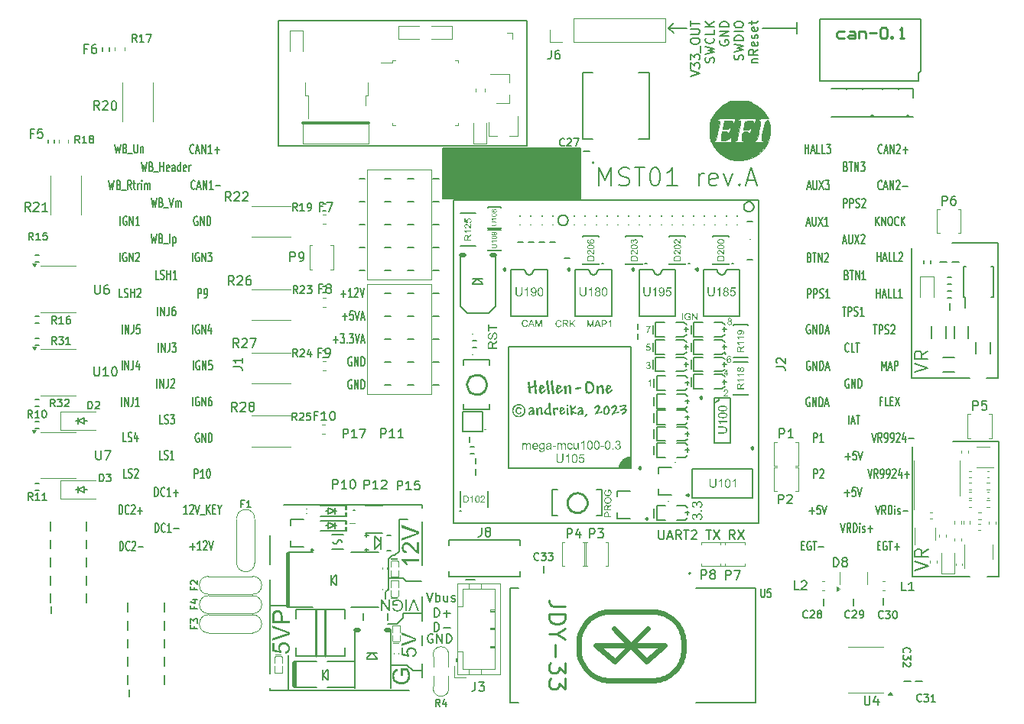
<source format=gto>
G75*
G70*
%OFA0B0*%
%FSLAX25Y25*%
%IPPOS*%
%LPD*%
%AMOC8*
5,1,8,0,0,1.08239X$1,22.5*
%
%ADD123C,0.01000*%
%ADD208C,0.00300*%
%ADD61C,0.00787*%
%ADD63C,0.01181*%
%ADD67C,0.00472*%
%ADD68C,0.00591*%
%ADD69C,0.00669*%
%ADD70C,0.00984*%
%ADD71C,0.00500*%
%ADD72C,0.00800*%
%ADD73C,0.02484*%
%ADD74C,0.00010*%
%ADD75C,0.00390*%
%ADD89C,0.00394*%
%ADD92C,0.01968*%
%ADD93C,0.01575*%
X0000000Y0000000D02*
%LPD*%
G01*
D68*
X0169823Y0182362D02*
X0172244Y0182362D01*
X0180886Y0192382D02*
X0183307Y0192382D01*
X0169823Y0172362D02*
X0172244Y0172362D01*
X0169823Y0212362D02*
X0172244Y0212362D01*
X0180886Y0172362D02*
X0183307Y0172362D01*
X0169823Y0232362D02*
X0172244Y0232362D01*
X0169823Y0222362D02*
X0172244Y0222362D01*
X0283504Y0298070D02*
X0285728Y0295846D01*
X0169823Y0202362D02*
X0172244Y0202362D01*
X0159823Y0222362D02*
X0162244Y0222362D01*
X0180886Y0232362D02*
X0183307Y0232362D01*
X0159823Y0232362D02*
X0162244Y0232362D01*
X0159823Y0142382D02*
X0162244Y0142382D01*
X0159823Y0152362D02*
X0162244Y0152362D01*
X0339390Y0298070D02*
X0339390Y0300570D01*
X0169823Y0142382D02*
X0172244Y0142382D01*
X0159823Y0182362D02*
X0162244Y0182362D01*
X0185157Y0245727D02*
X0245063Y0245727D01*
X0245063Y0223622D01*
X0185157Y0223622D01*
X0185157Y0245727D01*
G36*
X0185157Y0245727D02*
G01*
X0245063Y0245727D01*
X0245063Y0223622D01*
X0185157Y0223622D01*
X0185157Y0245727D01*
G37*
X0151122Y0192401D02*
X0148701Y0192401D01*
X0159823Y0162362D02*
X0162244Y0162362D01*
X0159823Y0212362D02*
X0162244Y0212362D01*
X0169823Y0162362D02*
X0172244Y0162362D01*
X0283504Y0298070D02*
X0285728Y0300295D01*
X0151122Y0212401D02*
X0148701Y0212401D01*
X0159823Y0172362D02*
X0162244Y0172362D01*
X0180886Y0202362D02*
X0183307Y0202362D01*
X0283504Y0298070D02*
X0291437Y0298070D01*
X0151122Y0232401D02*
X0148701Y0232401D01*
X0180886Y0152362D02*
X0183307Y0152362D01*
X0339390Y0298070D02*
X0339390Y0295689D01*
X0151122Y0222401D02*
X0148701Y0222401D01*
X0180886Y0182362D02*
X0183307Y0182362D01*
X0180886Y0142382D02*
X0183307Y0142382D01*
X0169823Y0152362D02*
X0172244Y0152362D01*
X0180886Y0222362D02*
X0183307Y0222362D01*
X0180886Y0162362D02*
X0183307Y0162362D01*
X0159823Y0202362D02*
X0162244Y0202362D01*
X0151122Y0202401D02*
X0148701Y0202401D01*
X0180886Y0212362D02*
X0183307Y0212362D01*
X0159823Y0192382D02*
X0162244Y0192382D01*
X0324528Y0298070D02*
X0339390Y0298070D01*
X0169823Y0192382D02*
X0172244Y0192382D01*
X0076045Y0196122D02*
X0076045Y0200059D01*
X0078801Y0199872D02*
X0078538Y0200059D01*
X0078538Y0200059D02*
X0078144Y0200059D01*
X0078144Y0200059D02*
X0077751Y0199872D01*
X0077751Y0199872D02*
X0077488Y0199497D01*
X0077488Y0199497D02*
X0077357Y0199122D01*
X0077357Y0199122D02*
X0077226Y0198372D01*
X0077226Y0198372D02*
X0077226Y0197810D01*
X0077226Y0197810D02*
X0077357Y0197060D01*
X0077357Y0197060D02*
X0077488Y0196685D01*
X0077488Y0196685D02*
X0077751Y0196310D01*
X0077751Y0196310D02*
X0078144Y0196122D01*
X0078144Y0196122D02*
X0078407Y0196122D01*
X0078407Y0196122D02*
X0078801Y0196310D01*
X0078801Y0196310D02*
X0078932Y0196497D01*
X0078932Y0196497D02*
X0078932Y0197810D01*
X0078932Y0197810D02*
X0078407Y0197810D01*
X0080113Y0196122D02*
X0080113Y0200059D01*
X0080113Y0200059D02*
X0081688Y0196122D01*
X0081688Y0196122D02*
X0081688Y0200059D01*
X0082738Y0200059D02*
X0084444Y0200059D01*
X0084444Y0200059D02*
X0083525Y0198560D01*
X0083525Y0198560D02*
X0083919Y0198560D01*
X0083919Y0198560D02*
X0084181Y0198372D01*
X0084181Y0198372D02*
X0084312Y0198185D01*
X0084312Y0198185D02*
X0084444Y0197810D01*
X0084444Y0197810D02*
X0084444Y0196872D01*
X0084444Y0196872D02*
X0084312Y0196497D01*
X0084312Y0196497D02*
X0084181Y0196310D01*
X0084181Y0196310D02*
X0083919Y0196122D01*
X0083919Y0196122D02*
X0083131Y0196122D01*
X0083131Y0196122D02*
X0082869Y0196310D01*
X0082869Y0196310D02*
X0082738Y0196497D01*
X0141242Y0172130D02*
X0143341Y0172130D01*
X0142291Y0170630D02*
X0142291Y0173630D01*
X0145966Y0174567D02*
X0144654Y0174567D01*
X0144654Y0174567D02*
X0144522Y0172693D01*
X0144522Y0172693D02*
X0144654Y0172880D01*
X0144654Y0172880D02*
X0144916Y0173067D01*
X0144916Y0173067D02*
X0145572Y0173067D01*
X0145572Y0173067D02*
X0145835Y0172880D01*
X0145835Y0172880D02*
X0145966Y0172693D01*
X0145966Y0172693D02*
X0146097Y0172318D01*
X0146097Y0172318D02*
X0146097Y0171380D01*
X0146097Y0171380D02*
X0145966Y0171005D01*
X0145966Y0171005D02*
X0145835Y0170818D01*
X0145835Y0170818D02*
X0145572Y0170630D01*
X0145572Y0170630D02*
X0144916Y0170630D01*
X0144916Y0170630D02*
X0144654Y0170818D01*
X0144654Y0170818D02*
X0144522Y0171005D01*
X0146885Y0174567D02*
X0147803Y0170630D01*
X0147803Y0170630D02*
X0148722Y0174567D01*
X0149509Y0171755D02*
X0150822Y0171755D01*
X0149247Y0170630D02*
X0150165Y0174567D01*
X0150165Y0174567D02*
X0151084Y0170630D01*
X0062908Y0109744D02*
X0061596Y0109744D01*
X0061596Y0109744D02*
X0061596Y0113681D01*
X0063696Y0109932D02*
X0064089Y0109744D01*
X0064089Y0109744D02*
X0064745Y0109744D01*
X0064745Y0109744D02*
X0065008Y0109932D01*
X0065008Y0109932D02*
X0065139Y0110119D01*
X0065139Y0110119D02*
X0065270Y0110494D01*
X0065270Y0110494D02*
X0065270Y0110869D01*
X0065270Y0110869D02*
X0065139Y0111244D01*
X0065139Y0111244D02*
X0065008Y0111432D01*
X0065008Y0111432D02*
X0064745Y0111619D01*
X0064745Y0111619D02*
X0064221Y0111807D01*
X0064221Y0111807D02*
X0063958Y0111994D01*
X0063958Y0111994D02*
X0063827Y0112182D01*
X0063827Y0112182D02*
X0063696Y0112557D01*
X0063696Y0112557D02*
X0063696Y0112932D01*
X0063696Y0112932D02*
X0063827Y0113306D01*
X0063827Y0113306D02*
X0063958Y0113494D01*
X0063958Y0113494D02*
X0064221Y0113681D01*
X0064221Y0113681D02*
X0064877Y0113681D01*
X0064877Y0113681D02*
X0065270Y0113494D01*
X0067895Y0109744D02*
X0066320Y0109744D01*
X0067108Y0109744D02*
X0067108Y0113681D01*
X0067108Y0113681D02*
X0066845Y0113119D01*
X0066845Y0113119D02*
X0066583Y0112744D01*
X0066583Y0112744D02*
X0066320Y0112557D01*
X0145303Y0154281D02*
X0145041Y0154469D01*
X0145041Y0154469D02*
X0144647Y0154469D01*
X0144647Y0154469D02*
X0144253Y0154281D01*
X0144253Y0154281D02*
X0143991Y0153906D01*
X0143991Y0153906D02*
X0143860Y0153531D01*
X0143860Y0153531D02*
X0143728Y0152782D01*
X0143728Y0152782D02*
X0143728Y0152219D01*
X0143728Y0152219D02*
X0143860Y0151469D01*
X0143860Y0151469D02*
X0143991Y0151094D01*
X0143991Y0151094D02*
X0144253Y0150719D01*
X0144253Y0150719D02*
X0144647Y0150532D01*
X0144647Y0150532D02*
X0144910Y0150532D01*
X0144910Y0150532D02*
X0145303Y0150719D01*
X0145303Y0150719D02*
X0145434Y0150907D01*
X0145434Y0150907D02*
X0145434Y0152219D01*
X0145434Y0152219D02*
X0144910Y0152219D01*
X0146616Y0150532D02*
X0146616Y0154469D01*
X0146616Y0154469D02*
X0148190Y0150532D01*
X0148190Y0150532D02*
X0148190Y0154469D01*
X0149503Y0150532D02*
X0149503Y0154469D01*
X0149503Y0154469D02*
X0150159Y0154469D01*
X0150159Y0154469D02*
X0150553Y0154281D01*
X0150553Y0154281D02*
X0150815Y0153906D01*
X0150815Y0153906D02*
X0150946Y0153531D01*
X0150946Y0153531D02*
X0151077Y0152782D01*
X0151077Y0152782D02*
X0151077Y0152219D01*
X0151077Y0152219D02*
X0150946Y0151469D01*
X0150946Y0151469D02*
X0150815Y0151094D01*
X0150815Y0151094D02*
X0150553Y0150719D01*
X0150553Y0150719D02*
X0150159Y0150532D01*
X0150159Y0150532D02*
X0149503Y0150532D01*
X0078328Y0180335D02*
X0078328Y0184272D01*
X0078328Y0184272D02*
X0079378Y0184272D01*
X0079378Y0184272D02*
X0079640Y0184085D01*
X0079640Y0184085D02*
X0079772Y0183897D01*
X0079772Y0183897D02*
X0079903Y0183522D01*
X0079903Y0183522D02*
X0079903Y0182960D01*
X0079903Y0182960D02*
X0079772Y0182585D01*
X0079772Y0182585D02*
X0079640Y0182397D01*
X0079640Y0182397D02*
X0079378Y0182210D01*
X0079378Y0182210D02*
X0078328Y0182210D01*
X0081215Y0180335D02*
X0081740Y0180335D01*
X0081740Y0180335D02*
X0082003Y0180522D01*
X0082003Y0180522D02*
X0082134Y0180710D01*
X0082134Y0180710D02*
X0082396Y0181272D01*
X0082396Y0181272D02*
X0082528Y0182022D01*
X0082528Y0182022D02*
X0082528Y0183522D01*
X0082528Y0183522D02*
X0082396Y0183897D01*
X0082396Y0183897D02*
X0082265Y0184085D01*
X0082265Y0184085D02*
X0082003Y0184272D01*
X0082003Y0184272D02*
X0081478Y0184272D01*
X0081478Y0184272D02*
X0081215Y0184085D01*
X0081215Y0184085D02*
X0081084Y0183897D01*
X0081084Y0183897D02*
X0080953Y0183522D01*
X0080953Y0183522D02*
X0080953Y0182585D01*
X0080953Y0182585D02*
X0081084Y0182210D01*
X0081084Y0182210D02*
X0081215Y0182022D01*
X0081215Y0182022D02*
X0081478Y0181835D01*
X0081478Y0181835D02*
X0082003Y0181835D01*
X0082003Y0181835D02*
X0082265Y0182022D01*
X0082265Y0182022D02*
X0082396Y0182210D01*
X0082396Y0182210D02*
X0082528Y0182585D01*
D61*
X0180663Y0033347D02*
X0180288Y0033534D01*
X0180288Y0033534D02*
X0179726Y0033534D01*
X0179726Y0033534D02*
X0179164Y0033347D01*
X0179164Y0033347D02*
X0178789Y0032972D01*
X0178789Y0032972D02*
X0178601Y0032597D01*
X0178601Y0032597D02*
X0178414Y0031847D01*
X0178414Y0031847D02*
X0178414Y0031284D01*
X0178414Y0031284D02*
X0178601Y0030535D01*
X0178601Y0030535D02*
X0178789Y0030160D01*
X0178789Y0030160D02*
X0179164Y0029785D01*
X0179164Y0029785D02*
X0179726Y0029597D01*
X0179726Y0029597D02*
X0180101Y0029597D01*
X0180101Y0029597D02*
X0180663Y0029785D01*
X0180663Y0029785D02*
X0180851Y0029972D01*
X0180851Y0029972D02*
X0180851Y0031284D01*
X0180851Y0031284D02*
X0180101Y0031284D01*
X0182538Y0029597D02*
X0182538Y0033534D01*
X0182538Y0033534D02*
X0184788Y0029597D01*
X0184788Y0029597D02*
X0184788Y0033534D01*
X0186663Y0029597D02*
X0186663Y0033534D01*
X0186663Y0033534D02*
X0187600Y0033534D01*
X0187600Y0033534D02*
X0188162Y0033347D01*
X0188162Y0033347D02*
X0188537Y0032972D01*
X0188537Y0032972D02*
X0188725Y0032597D01*
X0188725Y0032597D02*
X0188912Y0031847D01*
X0188912Y0031847D02*
X0188912Y0031284D01*
X0188912Y0031284D02*
X0188725Y0030535D01*
X0188725Y0030535D02*
X0188537Y0030160D01*
X0188537Y0030160D02*
X0188162Y0029785D01*
X0188162Y0029785D02*
X0187600Y0029597D01*
X0187600Y0029597D02*
X0186663Y0029597D01*
D68*
X0362068Y0157029D02*
X0361937Y0156841D01*
X0361937Y0156841D02*
X0361543Y0156654D01*
X0361543Y0156654D02*
X0361281Y0156654D01*
X0361281Y0156654D02*
X0360887Y0156841D01*
X0360887Y0156841D02*
X0360625Y0157216D01*
X0360625Y0157216D02*
X0360494Y0157591D01*
X0360494Y0157591D02*
X0360362Y0158341D01*
X0360362Y0158341D02*
X0360362Y0158904D01*
X0360362Y0158904D02*
X0360494Y0159654D01*
X0360494Y0159654D02*
X0360625Y0160028D01*
X0360625Y0160028D02*
X0360887Y0160403D01*
X0360887Y0160403D02*
X0361281Y0160591D01*
X0361281Y0160591D02*
X0361543Y0160591D01*
X0361543Y0160591D02*
X0361937Y0160403D01*
X0361937Y0160403D02*
X0362068Y0160216D01*
X0364562Y0156654D02*
X0363249Y0156654D01*
X0363249Y0156654D02*
X0363249Y0160591D01*
X0365087Y0160591D02*
X0366661Y0160591D01*
X0365874Y0156654D02*
X0365874Y0160591D01*
X0074864Y0071677D02*
X0076963Y0071677D01*
X0075913Y0070178D02*
X0075913Y0073177D01*
X0079719Y0070178D02*
X0078144Y0070178D01*
X0078932Y0070178D02*
X0078932Y0074115D01*
X0078932Y0074115D02*
X0078669Y0073552D01*
X0078669Y0073552D02*
X0078407Y0073177D01*
X0078407Y0073177D02*
X0078144Y0072990D01*
X0080769Y0073740D02*
X0080900Y0073927D01*
X0080900Y0073927D02*
X0081163Y0074115D01*
X0081163Y0074115D02*
X0081819Y0074115D01*
X0081819Y0074115D02*
X0082081Y0073927D01*
X0082081Y0073927D02*
X0082213Y0073740D01*
X0082213Y0073740D02*
X0082344Y0073365D01*
X0082344Y0073365D02*
X0082344Y0072990D01*
X0082344Y0072990D02*
X0082213Y0072427D01*
X0082213Y0072427D02*
X0080638Y0070178D01*
X0080638Y0070178D02*
X0082344Y0070178D01*
X0083131Y0074115D02*
X0084050Y0070178D01*
X0084050Y0070178D02*
X0084969Y0074115D01*
X0293130Y0276852D02*
X0297067Y0278165D01*
X0297067Y0278165D02*
X0293130Y0279477D01*
X0293130Y0280414D02*
X0293130Y0282852D01*
X0293130Y0282852D02*
X0294630Y0281539D01*
X0294630Y0281539D02*
X0294630Y0282102D01*
X0294630Y0282102D02*
X0294817Y0282477D01*
X0294817Y0282477D02*
X0295005Y0282664D01*
X0295005Y0282664D02*
X0295380Y0282852D01*
X0295380Y0282852D02*
X0296317Y0282852D01*
X0296317Y0282852D02*
X0296692Y0282664D01*
X0296692Y0282664D02*
X0296880Y0282477D01*
X0296880Y0282477D02*
X0297067Y0282102D01*
X0297067Y0282102D02*
X0297067Y0280977D01*
X0297067Y0280977D02*
X0296880Y0280602D01*
X0296880Y0280602D02*
X0296692Y0280414D01*
X0293130Y0284164D02*
X0293130Y0286601D01*
X0293130Y0286601D02*
X0294630Y0285289D01*
X0294630Y0285289D02*
X0294630Y0285851D01*
X0294630Y0285851D02*
X0294817Y0286226D01*
X0294817Y0286226D02*
X0295005Y0286414D01*
X0295005Y0286414D02*
X0295380Y0286601D01*
X0295380Y0286601D02*
X0296317Y0286601D01*
X0296317Y0286601D02*
X0296692Y0286414D01*
X0296692Y0286414D02*
X0296880Y0286226D01*
X0296880Y0286226D02*
X0297067Y0285851D01*
X0297067Y0285851D02*
X0297067Y0284726D01*
X0297067Y0284726D02*
X0296880Y0284351D01*
X0296880Y0284351D02*
X0296692Y0284164D01*
X0297442Y0287351D02*
X0297442Y0290351D01*
X0293130Y0292038D02*
X0293130Y0292788D01*
X0293130Y0292788D02*
X0293318Y0293163D01*
X0293318Y0293163D02*
X0293693Y0293538D01*
X0293693Y0293538D02*
X0294442Y0293725D01*
X0294442Y0293725D02*
X0295755Y0293725D01*
X0295755Y0293725D02*
X0296505Y0293538D01*
X0296505Y0293538D02*
X0296880Y0293163D01*
X0296880Y0293163D02*
X0297067Y0292788D01*
X0297067Y0292788D02*
X0297067Y0292038D01*
X0297067Y0292038D02*
X0296880Y0291663D01*
X0296880Y0291663D02*
X0296505Y0291288D01*
X0296505Y0291288D02*
X0295755Y0291101D01*
X0295755Y0291101D02*
X0294442Y0291101D01*
X0294442Y0291101D02*
X0293693Y0291288D01*
X0293693Y0291288D02*
X0293318Y0291663D01*
X0293318Y0291663D02*
X0293130Y0292038D01*
X0293130Y0295413D02*
X0296317Y0295413D01*
X0296317Y0295413D02*
X0296692Y0295600D01*
X0296692Y0295600D02*
X0296880Y0295788D01*
X0296880Y0295788D02*
X0297067Y0296162D01*
X0297067Y0296162D02*
X0297067Y0296912D01*
X0297067Y0296912D02*
X0296880Y0297287D01*
X0296880Y0297287D02*
X0296692Y0297475D01*
X0296692Y0297475D02*
X0296317Y0297662D01*
X0296317Y0297662D02*
X0293130Y0297662D01*
X0293130Y0298975D02*
X0293130Y0301224D01*
X0297067Y0300099D02*
X0293130Y0300099D01*
X0303218Y0283039D02*
X0303405Y0283602D01*
X0303405Y0283602D02*
X0303405Y0284539D01*
X0303405Y0284539D02*
X0303218Y0284914D01*
X0303218Y0284914D02*
X0303031Y0285101D01*
X0303031Y0285101D02*
X0302656Y0285289D01*
X0302656Y0285289D02*
X0302281Y0285289D01*
X0302281Y0285289D02*
X0301906Y0285101D01*
X0301906Y0285101D02*
X0301718Y0284914D01*
X0301718Y0284914D02*
X0301531Y0284539D01*
X0301531Y0284539D02*
X0301343Y0283789D01*
X0301343Y0283789D02*
X0301156Y0283414D01*
X0301156Y0283414D02*
X0300968Y0283227D01*
X0300968Y0283227D02*
X0300593Y0283039D01*
X0300593Y0283039D02*
X0300218Y0283039D01*
X0300218Y0283039D02*
X0299843Y0283227D01*
X0299843Y0283227D02*
X0299656Y0283414D01*
X0299656Y0283414D02*
X0299468Y0283789D01*
X0299468Y0283789D02*
X0299468Y0284726D01*
X0299468Y0284726D02*
X0299656Y0285289D01*
X0299468Y0286601D02*
X0303405Y0287539D01*
X0303405Y0287539D02*
X0300593Y0288288D01*
X0300593Y0288288D02*
X0303405Y0289038D01*
X0303405Y0289038D02*
X0299468Y0289976D01*
X0303031Y0293725D02*
X0303218Y0293538D01*
X0303218Y0293538D02*
X0303405Y0292975D01*
X0303405Y0292975D02*
X0303405Y0292600D01*
X0303405Y0292600D02*
X0303218Y0292038D01*
X0303218Y0292038D02*
X0302843Y0291663D01*
X0302843Y0291663D02*
X0302468Y0291476D01*
X0302468Y0291476D02*
X0301718Y0291288D01*
X0301718Y0291288D02*
X0301156Y0291288D01*
X0301156Y0291288D02*
X0300406Y0291476D01*
X0300406Y0291476D02*
X0300031Y0291663D01*
X0300031Y0291663D02*
X0299656Y0292038D01*
X0299656Y0292038D02*
X0299468Y0292600D01*
X0299468Y0292600D02*
X0299468Y0292975D01*
X0299468Y0292975D02*
X0299656Y0293538D01*
X0299656Y0293538D02*
X0299843Y0293725D01*
X0303405Y0297287D02*
X0303405Y0295413D01*
X0303405Y0295413D02*
X0299468Y0295413D01*
X0303405Y0298600D02*
X0299468Y0298600D01*
X0303405Y0300849D02*
X0301156Y0299162D01*
X0299468Y0300849D02*
X0301718Y0298600D01*
X0305994Y0292600D02*
X0305807Y0292225D01*
X0305807Y0292225D02*
X0305807Y0291663D01*
X0305807Y0291663D02*
X0305994Y0291101D01*
X0305994Y0291101D02*
X0306369Y0290726D01*
X0306369Y0290726D02*
X0306744Y0290538D01*
X0306744Y0290538D02*
X0307494Y0290351D01*
X0307494Y0290351D02*
X0308057Y0290351D01*
X0308057Y0290351D02*
X0308806Y0290538D01*
X0308806Y0290538D02*
X0309181Y0290726D01*
X0309181Y0290726D02*
X0309556Y0291101D01*
X0309556Y0291101D02*
X0309744Y0291663D01*
X0309744Y0291663D02*
X0309744Y0292038D01*
X0309744Y0292038D02*
X0309556Y0292600D01*
X0309556Y0292600D02*
X0309369Y0292788D01*
X0309369Y0292788D02*
X0308057Y0292788D01*
X0308057Y0292788D02*
X0308057Y0292038D01*
X0309744Y0294475D02*
X0305807Y0294475D01*
X0305807Y0294475D02*
X0309744Y0296725D01*
X0309744Y0296725D02*
X0305807Y0296725D01*
X0309744Y0298600D02*
X0305807Y0298600D01*
X0305807Y0298600D02*
X0305807Y0299537D01*
X0305807Y0299537D02*
X0305994Y0300099D01*
X0305994Y0300099D02*
X0306369Y0300474D01*
X0306369Y0300474D02*
X0306744Y0300662D01*
X0306744Y0300662D02*
X0307494Y0300849D01*
X0307494Y0300849D02*
X0308057Y0300849D01*
X0308057Y0300849D02*
X0308806Y0300662D01*
X0308806Y0300662D02*
X0309181Y0300474D01*
X0309181Y0300474D02*
X0309556Y0300099D01*
X0309556Y0300099D02*
X0309744Y0299537D01*
X0309744Y0299537D02*
X0309744Y0298600D01*
X0315895Y0284164D02*
X0316082Y0284726D01*
X0316082Y0284726D02*
X0316082Y0285664D01*
X0316082Y0285664D02*
X0315895Y0286039D01*
X0315895Y0286039D02*
X0315707Y0286226D01*
X0315707Y0286226D02*
X0315332Y0286414D01*
X0315332Y0286414D02*
X0314957Y0286414D01*
X0314957Y0286414D02*
X0314582Y0286226D01*
X0314582Y0286226D02*
X0314395Y0286039D01*
X0314395Y0286039D02*
X0314207Y0285664D01*
X0314207Y0285664D02*
X0314020Y0284914D01*
X0314020Y0284914D02*
X0313832Y0284539D01*
X0313832Y0284539D02*
X0313645Y0284351D01*
X0313645Y0284351D02*
X0313270Y0284164D01*
X0313270Y0284164D02*
X0312895Y0284164D01*
X0312895Y0284164D02*
X0312520Y0284351D01*
X0312520Y0284351D02*
X0312333Y0284539D01*
X0312333Y0284539D02*
X0312145Y0284914D01*
X0312145Y0284914D02*
X0312145Y0285851D01*
X0312145Y0285851D02*
X0312333Y0286414D01*
X0312145Y0287726D02*
X0316082Y0288663D01*
X0316082Y0288663D02*
X0313270Y0289413D01*
X0313270Y0289413D02*
X0316082Y0290163D01*
X0316082Y0290163D02*
X0312145Y0291101D01*
X0316082Y0292600D02*
X0312145Y0292600D01*
X0312145Y0292600D02*
X0312145Y0293538D01*
X0312145Y0293538D02*
X0312333Y0294100D01*
X0312333Y0294100D02*
X0312708Y0294475D01*
X0312708Y0294475D02*
X0313083Y0294663D01*
X0313083Y0294663D02*
X0313832Y0294850D01*
X0313832Y0294850D02*
X0314395Y0294850D01*
X0314395Y0294850D02*
X0315145Y0294663D01*
X0315145Y0294663D02*
X0315520Y0294475D01*
X0315520Y0294475D02*
X0315895Y0294100D01*
X0315895Y0294100D02*
X0316082Y0293538D01*
X0316082Y0293538D02*
X0316082Y0292600D01*
X0316082Y0296537D02*
X0312145Y0296537D01*
X0312145Y0299162D02*
X0312145Y0299912D01*
X0312145Y0299912D02*
X0312333Y0300287D01*
X0312333Y0300287D02*
X0312708Y0300662D01*
X0312708Y0300662D02*
X0313458Y0300849D01*
X0313458Y0300849D02*
X0314770Y0300849D01*
X0314770Y0300849D02*
X0315520Y0300662D01*
X0315520Y0300662D02*
X0315895Y0300287D01*
X0315895Y0300287D02*
X0316082Y0299912D01*
X0316082Y0299912D02*
X0316082Y0299162D01*
X0316082Y0299162D02*
X0315895Y0298787D01*
X0315895Y0298787D02*
X0315520Y0298412D01*
X0315520Y0298412D02*
X0314770Y0298225D01*
X0314770Y0298225D02*
X0313458Y0298225D01*
X0313458Y0298225D02*
X0312708Y0298412D01*
X0312708Y0298412D02*
X0312333Y0298787D01*
X0312333Y0298787D02*
X0312145Y0299162D01*
X0319796Y0282852D02*
X0322421Y0282852D01*
X0320171Y0282852D02*
X0319983Y0283039D01*
X0319983Y0283039D02*
X0319796Y0283414D01*
X0319796Y0283414D02*
X0319796Y0283977D01*
X0319796Y0283977D02*
X0319983Y0284351D01*
X0319983Y0284351D02*
X0320358Y0284539D01*
X0320358Y0284539D02*
X0322421Y0284539D01*
X0322421Y0288663D02*
X0320546Y0287351D01*
X0322421Y0286414D02*
X0318484Y0286414D01*
X0318484Y0286414D02*
X0318484Y0287914D01*
X0318484Y0287914D02*
X0318671Y0288288D01*
X0318671Y0288288D02*
X0318858Y0288476D01*
X0318858Y0288476D02*
X0319233Y0288663D01*
X0319233Y0288663D02*
X0319796Y0288663D01*
X0319796Y0288663D02*
X0320171Y0288476D01*
X0320171Y0288476D02*
X0320358Y0288288D01*
X0320358Y0288288D02*
X0320546Y0287914D01*
X0320546Y0287914D02*
X0320546Y0286414D01*
X0322233Y0291851D02*
X0322421Y0291476D01*
X0322421Y0291476D02*
X0322421Y0290726D01*
X0322421Y0290726D02*
X0322233Y0290351D01*
X0322233Y0290351D02*
X0321858Y0290163D01*
X0321858Y0290163D02*
X0320358Y0290163D01*
X0320358Y0290163D02*
X0319983Y0290351D01*
X0319983Y0290351D02*
X0319796Y0290726D01*
X0319796Y0290726D02*
X0319796Y0291476D01*
X0319796Y0291476D02*
X0319983Y0291851D01*
X0319983Y0291851D02*
X0320358Y0292038D01*
X0320358Y0292038D02*
X0320733Y0292038D01*
X0320733Y0292038D02*
X0321108Y0290163D01*
X0322233Y0293538D02*
X0322421Y0293913D01*
X0322421Y0293913D02*
X0322421Y0294663D01*
X0322421Y0294663D02*
X0322233Y0295038D01*
X0322233Y0295038D02*
X0321858Y0295225D01*
X0321858Y0295225D02*
X0321671Y0295225D01*
X0321671Y0295225D02*
X0321296Y0295038D01*
X0321296Y0295038D02*
X0321108Y0294663D01*
X0321108Y0294663D02*
X0321108Y0294100D01*
X0321108Y0294100D02*
X0320921Y0293725D01*
X0320921Y0293725D02*
X0320546Y0293538D01*
X0320546Y0293538D02*
X0320358Y0293538D01*
X0320358Y0293538D02*
X0319983Y0293725D01*
X0319983Y0293725D02*
X0319796Y0294100D01*
X0319796Y0294100D02*
X0319796Y0294663D01*
X0319796Y0294663D02*
X0319983Y0295038D01*
X0322233Y0298412D02*
X0322421Y0298037D01*
X0322421Y0298037D02*
X0322421Y0297287D01*
X0322421Y0297287D02*
X0322233Y0296912D01*
X0322233Y0296912D02*
X0321858Y0296725D01*
X0321858Y0296725D02*
X0320358Y0296725D01*
X0320358Y0296725D02*
X0319983Y0296912D01*
X0319983Y0296912D02*
X0319796Y0297287D01*
X0319796Y0297287D02*
X0319796Y0298037D01*
X0319796Y0298037D02*
X0319983Y0298412D01*
X0319983Y0298412D02*
X0320358Y0298600D01*
X0320358Y0298600D02*
X0320733Y0298600D01*
X0320733Y0298600D02*
X0321108Y0296725D01*
X0319796Y0299725D02*
X0319796Y0301224D01*
X0318484Y0300287D02*
X0321858Y0300287D01*
X0321858Y0300287D02*
X0322233Y0300474D01*
X0322233Y0300474D02*
X0322421Y0300849D01*
X0322421Y0300849D02*
X0322421Y0301224D01*
X0078787Y0121092D02*
X0078525Y0121280D01*
X0078525Y0121280D02*
X0078131Y0121280D01*
X0078131Y0121280D02*
X0077738Y0121092D01*
X0077738Y0121092D02*
X0077475Y0120717D01*
X0077475Y0120717D02*
X0077344Y0120342D01*
X0077344Y0120342D02*
X0077213Y0119593D01*
X0077213Y0119593D02*
X0077213Y0119030D01*
X0077213Y0119030D02*
X0077344Y0118280D01*
X0077344Y0118280D02*
X0077475Y0117905D01*
X0077475Y0117905D02*
X0077738Y0117530D01*
X0077738Y0117530D02*
X0078131Y0117343D01*
X0078131Y0117343D02*
X0078394Y0117343D01*
X0078394Y0117343D02*
X0078787Y0117530D01*
X0078787Y0117530D02*
X0078919Y0117718D01*
X0078919Y0117718D02*
X0078919Y0119030D01*
X0078919Y0119030D02*
X0078394Y0119030D01*
X0080100Y0117343D02*
X0080100Y0121280D01*
X0080100Y0121280D02*
X0081675Y0117343D01*
X0081675Y0117343D02*
X0081675Y0121280D01*
X0082987Y0117343D02*
X0082987Y0121280D01*
X0082987Y0121280D02*
X0083643Y0121280D01*
X0083643Y0121280D02*
X0084037Y0121092D01*
X0084037Y0121092D02*
X0084299Y0120717D01*
X0084299Y0120717D02*
X0084431Y0120342D01*
X0084431Y0120342D02*
X0084562Y0119593D01*
X0084562Y0119593D02*
X0084562Y0119030D01*
X0084562Y0119030D02*
X0084431Y0118280D01*
X0084431Y0118280D02*
X0084299Y0117905D01*
X0084299Y0117905D02*
X0084037Y0117530D01*
X0084037Y0117530D02*
X0083643Y0117343D01*
X0083643Y0117343D02*
X0082987Y0117343D01*
X0359536Y0205082D02*
X0360848Y0205082D01*
X0359273Y0203957D02*
X0360192Y0207894D01*
X0360192Y0207894D02*
X0361110Y0203957D01*
X0362029Y0207894D02*
X0362029Y0204707D01*
X0362029Y0204707D02*
X0362160Y0204332D01*
X0362160Y0204332D02*
X0362291Y0204145D01*
X0362291Y0204145D02*
X0362554Y0203957D01*
X0362554Y0203957D02*
X0363079Y0203957D01*
X0363079Y0203957D02*
X0363341Y0204145D01*
X0363341Y0204145D02*
X0363473Y0204332D01*
X0363473Y0204332D02*
X0363604Y0204707D01*
X0363604Y0204707D02*
X0363604Y0207894D01*
X0364654Y0207894D02*
X0366491Y0203957D01*
X0366491Y0207894D02*
X0364654Y0203957D01*
X0367410Y0207519D02*
X0367541Y0207707D01*
X0367541Y0207707D02*
X0367803Y0207894D01*
X0367803Y0207894D02*
X0368459Y0207894D01*
X0368459Y0207894D02*
X0368722Y0207707D01*
X0368722Y0207707D02*
X0368853Y0207519D01*
X0368853Y0207519D02*
X0368984Y0207144D01*
X0368984Y0207144D02*
X0368984Y0206769D01*
X0368984Y0206769D02*
X0368853Y0206207D01*
X0368853Y0206207D02*
X0367278Y0203957D01*
X0367278Y0203957D02*
X0368984Y0203957D01*
X0358525Y0081890D02*
X0359444Y0077953D01*
X0359444Y0077953D02*
X0360362Y0081890D01*
X0362856Y0077953D02*
X0361937Y0079828D01*
X0361281Y0077953D02*
X0361281Y0081890D01*
X0361281Y0081890D02*
X0362331Y0081890D01*
X0362331Y0081890D02*
X0362593Y0081703D01*
X0362593Y0081703D02*
X0362724Y0081515D01*
X0362724Y0081515D02*
X0362856Y0081140D01*
X0362856Y0081140D02*
X0362856Y0080578D01*
X0362856Y0080578D02*
X0362724Y0080203D01*
X0362724Y0080203D02*
X0362593Y0080015D01*
X0362593Y0080015D02*
X0362331Y0079828D01*
X0362331Y0079828D02*
X0361281Y0079828D01*
X0364037Y0077953D02*
X0364037Y0081890D01*
X0364037Y0081890D02*
X0364693Y0081890D01*
X0364693Y0081890D02*
X0365087Y0081703D01*
X0365087Y0081703D02*
X0365349Y0081328D01*
X0365349Y0081328D02*
X0365480Y0080953D01*
X0365480Y0080953D02*
X0365612Y0080203D01*
X0365612Y0080203D02*
X0365612Y0079640D01*
X0365612Y0079640D02*
X0365480Y0078890D01*
X0365480Y0078890D02*
X0365349Y0078516D01*
X0365349Y0078516D02*
X0365087Y0078141D01*
X0365087Y0078141D02*
X0364693Y0077953D01*
X0364693Y0077953D02*
X0364037Y0077953D01*
X0366793Y0077953D02*
X0366793Y0080578D01*
X0366793Y0081890D02*
X0366661Y0081703D01*
X0366661Y0081703D02*
X0366793Y0081515D01*
X0366793Y0081515D02*
X0366924Y0081703D01*
X0366924Y0081703D02*
X0366793Y0081890D01*
X0366793Y0081890D02*
X0366793Y0081515D01*
X0367974Y0078141D02*
X0368236Y0077953D01*
X0368236Y0077953D02*
X0368761Y0077953D01*
X0368761Y0077953D02*
X0369024Y0078141D01*
X0369024Y0078141D02*
X0369155Y0078516D01*
X0369155Y0078516D02*
X0369155Y0078703D01*
X0369155Y0078703D02*
X0369024Y0079078D01*
X0369024Y0079078D02*
X0368761Y0079265D01*
X0368761Y0079265D02*
X0368368Y0079265D01*
X0368368Y0079265D02*
X0368105Y0079453D01*
X0368105Y0079453D02*
X0367974Y0079828D01*
X0367974Y0079828D02*
X0367974Y0080015D01*
X0367974Y0080015D02*
X0368105Y0080390D01*
X0368105Y0080390D02*
X0368368Y0080578D01*
X0368368Y0080578D02*
X0368761Y0080578D01*
X0368761Y0080578D02*
X0369024Y0080390D01*
X0370336Y0079453D02*
X0372436Y0079453D01*
X0371386Y0077953D02*
X0371386Y0080953D01*
X0344883Y0087288D02*
X0346983Y0087288D01*
X0345933Y0085788D02*
X0345933Y0088787D01*
X0349608Y0089725D02*
X0348295Y0089725D01*
X0348295Y0089725D02*
X0348164Y0087850D01*
X0348164Y0087850D02*
X0348295Y0088037D01*
X0348295Y0088037D02*
X0348558Y0088225D01*
X0348558Y0088225D02*
X0349214Y0088225D01*
X0349214Y0088225D02*
X0349476Y0088037D01*
X0349476Y0088037D02*
X0349608Y0087850D01*
X0349608Y0087850D02*
X0349739Y0087475D01*
X0349739Y0087475D02*
X0349739Y0086538D01*
X0349739Y0086538D02*
X0349608Y0086163D01*
X0349608Y0086163D02*
X0349476Y0085975D01*
X0349476Y0085975D02*
X0349214Y0085788D01*
X0349214Y0085788D02*
X0348558Y0085788D01*
X0348558Y0085788D02*
X0348295Y0085975D01*
X0348295Y0085975D02*
X0348164Y0086163D01*
X0350526Y0089725D02*
X0351445Y0085788D01*
X0351445Y0085788D02*
X0352364Y0089725D01*
X0061274Y0188426D02*
X0059962Y0188426D01*
X0059962Y0188426D02*
X0059962Y0192363D01*
X0062062Y0188613D02*
X0062455Y0188426D01*
X0062455Y0188426D02*
X0063112Y0188426D01*
X0063112Y0188426D02*
X0063374Y0188613D01*
X0063374Y0188613D02*
X0063505Y0188800D01*
X0063505Y0188800D02*
X0063637Y0189175D01*
X0063637Y0189175D02*
X0063637Y0189550D01*
X0063637Y0189550D02*
X0063505Y0189925D01*
X0063505Y0189925D02*
X0063374Y0190113D01*
X0063374Y0190113D02*
X0063112Y0190300D01*
X0063112Y0190300D02*
X0062587Y0190488D01*
X0062587Y0190488D02*
X0062324Y0190675D01*
X0062324Y0190675D02*
X0062193Y0190863D01*
X0062193Y0190863D02*
X0062062Y0191238D01*
X0062062Y0191238D02*
X0062062Y0191613D01*
X0062062Y0191613D02*
X0062193Y0191988D01*
X0062193Y0191988D02*
X0062324Y0192175D01*
X0062324Y0192175D02*
X0062587Y0192363D01*
X0062587Y0192363D02*
X0063243Y0192363D01*
X0063243Y0192363D02*
X0063637Y0192175D01*
X0064818Y0188426D02*
X0064818Y0192363D01*
X0064818Y0190488D02*
X0066392Y0190488D01*
X0066392Y0188426D02*
X0066392Y0192363D01*
X0069148Y0188426D02*
X0067574Y0188426D01*
X0068361Y0188426D02*
X0068361Y0192363D01*
X0068361Y0192363D02*
X0068098Y0191800D01*
X0068098Y0191800D02*
X0067836Y0191425D01*
X0067836Y0191425D02*
X0067574Y0191238D01*
X0376491Y0135193D02*
X0375572Y0135193D01*
X0375572Y0133130D02*
X0375572Y0137067D01*
X0375572Y0137067D02*
X0376885Y0137067D01*
X0379247Y0133130D02*
X0377934Y0133130D01*
X0377934Y0133130D02*
X0377934Y0137067D01*
X0380165Y0135193D02*
X0381084Y0135193D01*
X0381478Y0133130D02*
X0380165Y0133130D01*
X0380165Y0133130D02*
X0380165Y0137067D01*
X0380165Y0137067D02*
X0381478Y0137067D01*
X0382396Y0137067D02*
X0384234Y0133130D01*
X0384234Y0137067D02*
X0382396Y0133130D01*
X0053597Y0239489D02*
X0054253Y0235552D01*
X0054253Y0235552D02*
X0054778Y0238364D01*
X0054778Y0238364D02*
X0055303Y0235552D01*
X0055303Y0235552D02*
X0055959Y0239489D01*
X0057928Y0237614D02*
X0058322Y0237426D01*
X0058322Y0237426D02*
X0058453Y0237239D01*
X0058453Y0237239D02*
X0058584Y0236864D01*
X0058584Y0236864D02*
X0058584Y0236301D01*
X0058584Y0236301D02*
X0058453Y0235926D01*
X0058453Y0235926D02*
X0058322Y0235739D01*
X0058322Y0235739D02*
X0058059Y0235552D01*
X0058059Y0235552D02*
X0057009Y0235552D01*
X0057009Y0235552D02*
X0057009Y0239489D01*
X0057009Y0239489D02*
X0057928Y0239489D01*
X0057928Y0239489D02*
X0058190Y0239301D01*
X0058190Y0239301D02*
X0058322Y0239114D01*
X0058322Y0239114D02*
X0058453Y0238739D01*
X0058453Y0238739D02*
X0058453Y0238364D01*
X0058453Y0238364D02*
X0058322Y0237989D01*
X0058322Y0237989D02*
X0058190Y0237801D01*
X0058190Y0237801D02*
X0057928Y0237614D01*
X0057928Y0237614D02*
X0057009Y0237614D01*
X0059109Y0235177D02*
X0061209Y0235177D01*
X0061865Y0235552D02*
X0061865Y0239489D01*
X0061865Y0237614D02*
X0063440Y0237614D01*
X0063440Y0235552D02*
X0063440Y0239489D01*
X0065802Y0235739D02*
X0065539Y0235552D01*
X0065539Y0235552D02*
X0065014Y0235552D01*
X0065014Y0235552D02*
X0064752Y0235739D01*
X0064752Y0235739D02*
X0064621Y0236114D01*
X0064621Y0236114D02*
X0064621Y0237614D01*
X0064621Y0237614D02*
X0064752Y0237989D01*
X0064752Y0237989D02*
X0065014Y0238176D01*
X0065014Y0238176D02*
X0065539Y0238176D01*
X0065539Y0238176D02*
X0065802Y0237989D01*
X0065802Y0237989D02*
X0065933Y0237614D01*
X0065933Y0237614D02*
X0065933Y0237239D01*
X0065933Y0237239D02*
X0064621Y0236864D01*
X0068295Y0235552D02*
X0068295Y0237614D01*
X0068295Y0237614D02*
X0068164Y0237989D01*
X0068164Y0237989D02*
X0067902Y0238176D01*
X0067902Y0238176D02*
X0067377Y0238176D01*
X0067377Y0238176D02*
X0067114Y0237989D01*
X0068295Y0235739D02*
X0068033Y0235552D01*
X0068033Y0235552D02*
X0067377Y0235552D01*
X0067377Y0235552D02*
X0067114Y0235739D01*
X0067114Y0235739D02*
X0066983Y0236114D01*
X0066983Y0236114D02*
X0066983Y0236489D01*
X0066983Y0236489D02*
X0067114Y0236864D01*
X0067114Y0236864D02*
X0067377Y0237051D01*
X0067377Y0237051D02*
X0068033Y0237051D01*
X0068033Y0237051D02*
X0068295Y0237239D01*
X0070789Y0235552D02*
X0070789Y0239489D01*
X0070789Y0235739D02*
X0070526Y0235552D01*
X0070526Y0235552D02*
X0070001Y0235552D01*
X0070001Y0235552D02*
X0069739Y0235739D01*
X0069739Y0235739D02*
X0069608Y0235926D01*
X0069608Y0235926D02*
X0069476Y0236301D01*
X0069476Y0236301D02*
X0069476Y0237426D01*
X0069476Y0237426D02*
X0069608Y0237801D01*
X0069608Y0237801D02*
X0069739Y0237989D01*
X0069739Y0237989D02*
X0070001Y0238176D01*
X0070001Y0238176D02*
X0070526Y0238176D01*
X0070526Y0238176D02*
X0070789Y0237989D01*
X0073151Y0235739D02*
X0072889Y0235552D01*
X0072889Y0235552D02*
X0072364Y0235552D01*
X0072364Y0235552D02*
X0072101Y0235739D01*
X0072101Y0235739D02*
X0071970Y0236114D01*
X0071970Y0236114D02*
X0071970Y0237614D01*
X0071970Y0237614D02*
X0072101Y0237989D01*
X0072101Y0237989D02*
X0072364Y0238176D01*
X0072364Y0238176D02*
X0072889Y0238176D01*
X0072889Y0238176D02*
X0073151Y0237989D01*
X0073151Y0237989D02*
X0073282Y0237614D01*
X0073282Y0237614D02*
X0073282Y0237239D01*
X0073282Y0237239D02*
X0071970Y0236864D01*
X0074463Y0235552D02*
X0074463Y0238176D01*
X0074463Y0237426D02*
X0074595Y0237801D01*
X0074595Y0237801D02*
X0074726Y0237989D01*
X0074726Y0237989D02*
X0074988Y0238176D01*
X0074988Y0238176D02*
X0075251Y0238176D01*
X0060848Y0172441D02*
X0060848Y0176378D01*
X0062160Y0172441D02*
X0062160Y0176378D01*
X0062160Y0176378D02*
X0063735Y0172441D01*
X0063735Y0172441D02*
X0063735Y0176378D01*
X0065835Y0176378D02*
X0065835Y0173566D01*
X0065835Y0173566D02*
X0065703Y0173004D01*
X0065703Y0173004D02*
X0065441Y0172629D01*
X0065441Y0172629D02*
X0065047Y0172441D01*
X0065047Y0172441D02*
X0064785Y0172441D01*
X0068328Y0176378D02*
X0067803Y0176378D01*
X0067803Y0176378D02*
X0067541Y0176191D01*
X0067541Y0176191D02*
X0067410Y0176003D01*
X0067410Y0176003D02*
X0067147Y0175441D01*
X0067147Y0175441D02*
X0067016Y0174691D01*
X0067016Y0174691D02*
X0067016Y0173191D01*
X0067016Y0173191D02*
X0067147Y0172816D01*
X0067147Y0172816D02*
X0067278Y0172629D01*
X0067278Y0172629D02*
X0067541Y0172441D01*
X0067541Y0172441D02*
X0068066Y0172441D01*
X0068066Y0172441D02*
X0068328Y0172629D01*
X0068328Y0172629D02*
X0068459Y0172816D01*
X0068459Y0172816D02*
X0068591Y0173191D01*
X0068591Y0173191D02*
X0068591Y0174129D01*
X0068591Y0174129D02*
X0068459Y0174504D01*
X0068459Y0174504D02*
X0068328Y0174691D01*
X0068328Y0174691D02*
X0068066Y0174878D01*
X0068066Y0174878D02*
X0067541Y0174878D01*
X0067541Y0174878D02*
X0067278Y0174691D01*
X0067278Y0174691D02*
X0067147Y0174504D01*
X0067147Y0174504D02*
X0067016Y0174129D01*
X0362029Y0125118D02*
X0362029Y0129055D01*
X0363210Y0126243D02*
X0364522Y0126243D01*
X0362948Y0125118D02*
X0363866Y0129055D01*
X0363866Y0129055D02*
X0364785Y0125118D01*
X0365310Y0129055D02*
X0366885Y0129055D01*
X0366097Y0125118D02*
X0366097Y0129055D01*
X0360684Y0237574D02*
X0361077Y0237387D01*
X0361077Y0237387D02*
X0361209Y0237199D01*
X0361209Y0237199D02*
X0361340Y0236824D01*
X0361340Y0236824D02*
X0361340Y0236262D01*
X0361340Y0236262D02*
X0361209Y0235887D01*
X0361209Y0235887D02*
X0361077Y0235700D01*
X0361077Y0235700D02*
X0360815Y0235512D01*
X0360815Y0235512D02*
X0359765Y0235512D01*
X0359765Y0235512D02*
X0359765Y0239449D01*
X0359765Y0239449D02*
X0360684Y0239449D01*
X0360684Y0239449D02*
X0360946Y0239262D01*
X0360946Y0239262D02*
X0361077Y0239074D01*
X0361077Y0239074D02*
X0361209Y0238699D01*
X0361209Y0238699D02*
X0361209Y0238324D01*
X0361209Y0238324D02*
X0361077Y0237949D01*
X0361077Y0237949D02*
X0360946Y0237762D01*
X0360946Y0237762D02*
X0360684Y0237574D01*
X0360684Y0237574D02*
X0359765Y0237574D01*
X0362127Y0239449D02*
X0363702Y0239449D01*
X0362915Y0235512D02*
X0362915Y0239449D01*
X0364621Y0235512D02*
X0364621Y0239449D01*
X0364621Y0239449D02*
X0366196Y0235512D01*
X0366196Y0235512D02*
X0366196Y0239449D01*
X0367245Y0239449D02*
X0368952Y0239449D01*
X0368952Y0239449D02*
X0368033Y0237949D01*
X0368033Y0237949D02*
X0368427Y0237949D01*
X0368427Y0237949D02*
X0368689Y0237762D01*
X0368689Y0237762D02*
X0368820Y0237574D01*
X0368820Y0237574D02*
X0368952Y0237199D01*
X0368952Y0237199D02*
X0368952Y0236262D01*
X0368952Y0236262D02*
X0368820Y0235887D01*
X0368820Y0235887D02*
X0368689Y0235700D01*
X0368689Y0235700D02*
X0368427Y0235512D01*
X0368427Y0235512D02*
X0367639Y0235512D01*
X0367639Y0235512D02*
X0367377Y0235700D01*
X0367377Y0235700D02*
X0367245Y0235887D01*
X0145303Y0144281D02*
X0145041Y0144469D01*
X0145041Y0144469D02*
X0144647Y0144469D01*
X0144647Y0144469D02*
X0144253Y0144281D01*
X0144253Y0144281D02*
X0143991Y0143906D01*
X0143991Y0143906D02*
X0143860Y0143531D01*
X0143860Y0143531D02*
X0143728Y0142782D01*
X0143728Y0142782D02*
X0143728Y0142219D01*
X0143728Y0142219D02*
X0143860Y0141469D01*
X0143860Y0141469D02*
X0143991Y0141094D01*
X0143991Y0141094D02*
X0144253Y0140719D01*
X0144253Y0140719D02*
X0144647Y0140532D01*
X0144647Y0140532D02*
X0144910Y0140532D01*
X0144910Y0140532D02*
X0145303Y0140719D01*
X0145303Y0140719D02*
X0145434Y0140907D01*
X0145434Y0140907D02*
X0145434Y0142219D01*
X0145434Y0142219D02*
X0144910Y0142219D01*
X0146616Y0140532D02*
X0146616Y0144469D01*
X0146616Y0144469D02*
X0148190Y0140532D01*
X0148190Y0140532D02*
X0148190Y0144469D01*
X0149503Y0140532D02*
X0149503Y0144469D01*
X0149503Y0144469D02*
X0150159Y0144469D01*
X0150159Y0144469D02*
X0150553Y0144281D01*
X0150553Y0144281D02*
X0150815Y0143906D01*
X0150815Y0143906D02*
X0150946Y0143531D01*
X0150946Y0143531D02*
X0151077Y0142782D01*
X0151077Y0142782D02*
X0151077Y0142219D01*
X0151077Y0142219D02*
X0150946Y0141469D01*
X0150946Y0141469D02*
X0150815Y0141094D01*
X0150815Y0141094D02*
X0150553Y0140719D01*
X0150553Y0140719D02*
X0150159Y0140532D01*
X0150159Y0140532D02*
X0149503Y0140532D01*
X0345008Y0136663D02*
X0344745Y0136851D01*
X0344745Y0136851D02*
X0344352Y0136851D01*
X0344352Y0136851D02*
X0343958Y0136663D01*
X0343958Y0136663D02*
X0343696Y0136288D01*
X0343696Y0136288D02*
X0343564Y0135913D01*
X0343564Y0135913D02*
X0343433Y0135163D01*
X0343433Y0135163D02*
X0343433Y0134601D01*
X0343433Y0134601D02*
X0343564Y0133851D01*
X0343564Y0133851D02*
X0343696Y0133476D01*
X0343696Y0133476D02*
X0343958Y0133101D01*
X0343958Y0133101D02*
X0344352Y0132914D01*
X0344352Y0132914D02*
X0344614Y0132914D01*
X0344614Y0132914D02*
X0345008Y0133101D01*
X0345008Y0133101D02*
X0345139Y0133289D01*
X0345139Y0133289D02*
X0345139Y0134601D01*
X0345139Y0134601D02*
X0344614Y0134601D01*
X0346320Y0132914D02*
X0346320Y0136851D01*
X0346320Y0136851D02*
X0347895Y0132914D01*
X0347895Y0132914D02*
X0347895Y0136851D01*
X0349207Y0132914D02*
X0349207Y0136851D01*
X0349207Y0136851D02*
X0349864Y0136851D01*
X0349864Y0136851D02*
X0350257Y0136663D01*
X0350257Y0136663D02*
X0350520Y0136288D01*
X0350520Y0136288D02*
X0350651Y0135913D01*
X0350651Y0135913D02*
X0350782Y0135163D01*
X0350782Y0135163D02*
X0350782Y0134601D01*
X0350782Y0134601D02*
X0350651Y0133851D01*
X0350651Y0133851D02*
X0350520Y0133476D01*
X0350520Y0133476D02*
X0350257Y0133101D01*
X0350257Y0133101D02*
X0349864Y0132914D01*
X0349864Y0132914D02*
X0349207Y0132914D01*
X0351832Y0134039D02*
X0353144Y0134039D01*
X0351570Y0132914D02*
X0352488Y0136851D01*
X0352488Y0136851D02*
X0353407Y0132914D01*
X0279200Y0078839D02*
X0279200Y0075652D01*
X0279200Y0075652D02*
X0279387Y0075277D01*
X0279387Y0075277D02*
X0279575Y0075089D01*
X0279575Y0075089D02*
X0279950Y0074902D01*
X0279950Y0074902D02*
X0280700Y0074902D01*
X0280700Y0074902D02*
X0281075Y0075089D01*
X0281075Y0075089D02*
X0281262Y0075277D01*
X0281262Y0075277D02*
X0281450Y0075652D01*
X0281450Y0075652D02*
X0281450Y0078839D01*
X0283137Y0076027D02*
X0285012Y0076027D01*
X0282762Y0074902D02*
X0284074Y0078839D01*
X0284074Y0078839D02*
X0285387Y0074902D01*
X0288949Y0074902D02*
X0287636Y0076777D01*
X0286699Y0074902D02*
X0286699Y0078839D01*
X0286699Y0078839D02*
X0288199Y0078839D01*
X0288199Y0078839D02*
X0288574Y0078651D01*
X0288574Y0078651D02*
X0288761Y0078464D01*
X0288761Y0078464D02*
X0288949Y0078089D01*
X0288949Y0078089D02*
X0288949Y0077527D01*
X0288949Y0077527D02*
X0288761Y0077152D01*
X0288761Y0077152D02*
X0288574Y0076964D01*
X0288574Y0076964D02*
X0288199Y0076777D01*
X0288199Y0076777D02*
X0286699Y0076777D01*
X0290074Y0078839D02*
X0292323Y0078839D01*
X0291198Y0074902D02*
X0291198Y0078839D01*
X0293448Y0078464D02*
X0293636Y0078651D01*
X0293636Y0078651D02*
X0294011Y0078839D01*
X0294011Y0078839D02*
X0294948Y0078839D01*
X0294948Y0078839D02*
X0295323Y0078651D01*
X0295323Y0078651D02*
X0295510Y0078464D01*
X0295510Y0078464D02*
X0295698Y0078089D01*
X0295698Y0078089D02*
X0295698Y0077714D01*
X0295698Y0077714D02*
X0295510Y0077152D01*
X0295510Y0077152D02*
X0293261Y0074902D01*
X0293261Y0074902D02*
X0295698Y0074902D01*
X0299822Y0078839D02*
X0302072Y0078839D01*
X0300947Y0074902D02*
X0300947Y0078839D01*
X0303009Y0078839D02*
X0305634Y0074902D01*
X0305634Y0078839D02*
X0303009Y0074902D01*
X0312383Y0074902D02*
X0311071Y0076777D01*
X0310134Y0074902D02*
X0310134Y0078839D01*
X0310134Y0078839D02*
X0311633Y0078839D01*
X0311633Y0078839D02*
X0312008Y0078651D01*
X0312008Y0078651D02*
X0312196Y0078464D01*
X0312196Y0078464D02*
X0312383Y0078089D01*
X0312383Y0078089D02*
X0312383Y0077527D01*
X0312383Y0077527D02*
X0312196Y0077152D01*
X0312196Y0077152D02*
X0312008Y0076964D01*
X0312008Y0076964D02*
X0311633Y0076777D01*
X0311633Y0076777D02*
X0310134Y0076777D01*
X0313696Y0078839D02*
X0316320Y0074902D01*
X0316320Y0078839D02*
X0313696Y0074902D01*
X0359726Y0219666D02*
X0359726Y0223603D01*
X0359726Y0223603D02*
X0360776Y0223603D01*
X0360776Y0223603D02*
X0361038Y0223415D01*
X0361038Y0223415D02*
X0361169Y0223228D01*
X0361169Y0223228D02*
X0361301Y0222853D01*
X0361301Y0222853D02*
X0361301Y0222290D01*
X0361301Y0222290D02*
X0361169Y0221915D01*
X0361169Y0221915D02*
X0361038Y0221728D01*
X0361038Y0221728D02*
X0360776Y0221540D01*
X0360776Y0221540D02*
X0359726Y0221540D01*
X0362482Y0219666D02*
X0362482Y0223603D01*
X0362482Y0223603D02*
X0363532Y0223603D01*
X0363532Y0223603D02*
X0363794Y0223415D01*
X0363794Y0223415D02*
X0363925Y0223228D01*
X0363925Y0223228D02*
X0364056Y0222853D01*
X0364056Y0222853D02*
X0364056Y0222290D01*
X0364056Y0222290D02*
X0363925Y0221915D01*
X0363925Y0221915D02*
X0363794Y0221728D01*
X0363794Y0221728D02*
X0363532Y0221540D01*
X0363532Y0221540D02*
X0362482Y0221540D01*
X0365106Y0219853D02*
X0365500Y0219666D01*
X0365500Y0219666D02*
X0366156Y0219666D01*
X0366156Y0219666D02*
X0366419Y0219853D01*
X0366419Y0219853D02*
X0366550Y0220041D01*
X0366550Y0220041D02*
X0366681Y0220416D01*
X0366681Y0220416D02*
X0366681Y0220791D01*
X0366681Y0220791D02*
X0366550Y0221166D01*
X0366550Y0221166D02*
X0366419Y0221353D01*
X0366419Y0221353D02*
X0366156Y0221540D01*
X0366156Y0221540D02*
X0365631Y0221728D01*
X0365631Y0221728D02*
X0365369Y0221915D01*
X0365369Y0221915D02*
X0365238Y0222103D01*
X0365238Y0222103D02*
X0365106Y0222478D01*
X0365106Y0222478D02*
X0365106Y0222853D01*
X0365106Y0222853D02*
X0365238Y0223228D01*
X0365238Y0223228D02*
X0365369Y0223415D01*
X0365369Y0223415D02*
X0365631Y0223603D01*
X0365631Y0223603D02*
X0366287Y0223603D01*
X0366287Y0223603D02*
X0366681Y0223415D01*
X0367731Y0223228D02*
X0367862Y0223415D01*
X0367862Y0223415D02*
X0368125Y0223603D01*
X0368125Y0223603D02*
X0368781Y0223603D01*
X0368781Y0223603D02*
X0369043Y0223415D01*
X0369043Y0223415D02*
X0369175Y0223228D01*
X0369175Y0223228D02*
X0369306Y0222853D01*
X0369306Y0222853D02*
X0369306Y0222478D01*
X0369306Y0222478D02*
X0369175Y0221915D01*
X0369175Y0221915D02*
X0367600Y0219666D01*
X0367600Y0219666D02*
X0369306Y0219666D01*
X0360198Y0095201D02*
X0362298Y0095201D01*
X0361248Y0093701D02*
X0361248Y0096701D01*
X0364923Y0097638D02*
X0363610Y0097638D01*
X0363610Y0097638D02*
X0363479Y0095763D01*
X0363479Y0095763D02*
X0363610Y0095951D01*
X0363610Y0095951D02*
X0363873Y0096138D01*
X0363873Y0096138D02*
X0364529Y0096138D01*
X0364529Y0096138D02*
X0364791Y0095951D01*
X0364791Y0095951D02*
X0364923Y0095763D01*
X0364923Y0095763D02*
X0365054Y0095388D01*
X0365054Y0095388D02*
X0365054Y0094451D01*
X0365054Y0094451D02*
X0364923Y0094076D01*
X0364923Y0094076D02*
X0364791Y0093889D01*
X0364791Y0093889D02*
X0364529Y0093701D01*
X0364529Y0093701D02*
X0363873Y0093701D01*
X0363873Y0093701D02*
X0363610Y0093889D01*
X0363610Y0093889D02*
X0363479Y0094076D01*
X0365841Y0097638D02*
X0366760Y0093701D01*
X0366760Y0093701D02*
X0367679Y0097638D01*
X0372757Y0168445D02*
X0374332Y0168445D01*
X0373545Y0164508D02*
X0373545Y0168445D01*
X0375251Y0164508D02*
X0375251Y0168445D01*
X0375251Y0168445D02*
X0376301Y0168445D01*
X0376301Y0168445D02*
X0376563Y0168258D01*
X0376563Y0168258D02*
X0376694Y0168070D01*
X0376694Y0168070D02*
X0376826Y0167695D01*
X0376826Y0167695D02*
X0376826Y0167133D01*
X0376826Y0167133D02*
X0376694Y0166758D01*
X0376694Y0166758D02*
X0376563Y0166570D01*
X0376563Y0166570D02*
X0376301Y0166383D01*
X0376301Y0166383D02*
X0375251Y0166383D01*
X0377875Y0164696D02*
X0378269Y0164508D01*
X0378269Y0164508D02*
X0378925Y0164508D01*
X0378925Y0164508D02*
X0379188Y0164696D01*
X0379188Y0164696D02*
X0379319Y0164883D01*
X0379319Y0164883D02*
X0379450Y0165258D01*
X0379450Y0165258D02*
X0379450Y0165633D01*
X0379450Y0165633D02*
X0379319Y0166008D01*
X0379319Y0166008D02*
X0379188Y0166196D01*
X0379188Y0166196D02*
X0378925Y0166383D01*
X0378925Y0166383D02*
X0378400Y0166570D01*
X0378400Y0166570D02*
X0378138Y0166758D01*
X0378138Y0166758D02*
X0378007Y0166945D01*
X0378007Y0166945D02*
X0377875Y0167320D01*
X0377875Y0167320D02*
X0377875Y0167695D01*
X0377875Y0167695D02*
X0378007Y0168070D01*
X0378007Y0168070D02*
X0378138Y0168258D01*
X0378138Y0168258D02*
X0378400Y0168445D01*
X0378400Y0168445D02*
X0379056Y0168445D01*
X0379056Y0168445D02*
X0379450Y0168258D01*
X0380500Y0168070D02*
X0380631Y0168258D01*
X0380631Y0168258D02*
X0380894Y0168445D01*
X0380894Y0168445D02*
X0381550Y0168445D01*
X0381550Y0168445D02*
X0381812Y0168258D01*
X0381812Y0168258D02*
X0381944Y0168070D01*
X0381944Y0168070D02*
X0382075Y0167695D01*
X0382075Y0167695D02*
X0382075Y0167320D01*
X0382075Y0167320D02*
X0381944Y0166758D01*
X0381944Y0166758D02*
X0380369Y0164508D01*
X0380369Y0164508D02*
X0382075Y0164508D01*
X0374116Y0180335D02*
X0374116Y0184272D01*
X0374116Y0182397D02*
X0375690Y0182397D01*
X0375690Y0180335D02*
X0375690Y0184272D01*
X0376871Y0181460D02*
X0378184Y0181460D01*
X0376609Y0180335D02*
X0377528Y0184272D01*
X0377528Y0184272D02*
X0378446Y0180335D01*
X0380677Y0180335D02*
X0379365Y0180335D01*
X0379365Y0180335D02*
X0379365Y0184272D01*
X0382908Y0180335D02*
X0381596Y0180335D01*
X0381596Y0180335D02*
X0381596Y0184272D01*
X0385270Y0180335D02*
X0383696Y0180335D01*
X0384483Y0180335D02*
X0384483Y0184272D01*
X0384483Y0184272D02*
X0384221Y0183710D01*
X0384221Y0183710D02*
X0383958Y0183335D01*
X0383958Y0183335D02*
X0383696Y0183147D01*
X0045238Y0148859D02*
X0045238Y0152796D01*
X0046550Y0148859D02*
X0046550Y0152796D01*
X0046550Y0152796D02*
X0048125Y0148859D01*
X0048125Y0148859D02*
X0048125Y0152796D01*
X0050224Y0152796D02*
X0050224Y0149983D01*
X0050224Y0149983D02*
X0050093Y0149421D01*
X0050093Y0149421D02*
X0049831Y0149046D01*
X0049831Y0149046D02*
X0049437Y0148859D01*
X0049437Y0148859D02*
X0049175Y0148859D01*
X0052718Y0151483D02*
X0052718Y0148859D01*
X0052062Y0152983D02*
X0051406Y0150171D01*
X0051406Y0150171D02*
X0053112Y0150171D01*
X0373801Y0089725D02*
X0374719Y0085788D01*
X0374719Y0085788D02*
X0375638Y0089725D01*
X0378131Y0085788D02*
X0377213Y0087663D01*
X0376556Y0085788D02*
X0376556Y0089725D01*
X0376556Y0089725D02*
X0377606Y0089725D01*
X0377606Y0089725D02*
X0377869Y0089537D01*
X0377869Y0089537D02*
X0378000Y0089350D01*
X0378000Y0089350D02*
X0378131Y0088975D01*
X0378131Y0088975D02*
X0378131Y0088412D01*
X0378131Y0088412D02*
X0378000Y0088037D01*
X0378000Y0088037D02*
X0377869Y0087850D01*
X0377869Y0087850D02*
X0377606Y0087663D01*
X0377606Y0087663D02*
X0376556Y0087663D01*
X0379312Y0085788D02*
X0379312Y0089725D01*
X0379312Y0089725D02*
X0379969Y0089725D01*
X0379969Y0089725D02*
X0380362Y0089537D01*
X0380362Y0089537D02*
X0380625Y0089162D01*
X0380625Y0089162D02*
X0380756Y0088787D01*
X0380756Y0088787D02*
X0380887Y0088037D01*
X0380887Y0088037D02*
X0380887Y0087475D01*
X0380887Y0087475D02*
X0380756Y0086725D01*
X0380756Y0086725D02*
X0380625Y0086350D01*
X0380625Y0086350D02*
X0380362Y0085975D01*
X0380362Y0085975D02*
X0379969Y0085788D01*
X0379969Y0085788D02*
X0379312Y0085788D01*
X0382068Y0085788D02*
X0382068Y0088412D01*
X0382068Y0089725D02*
X0381937Y0089537D01*
X0381937Y0089537D02*
X0382068Y0089350D01*
X0382068Y0089350D02*
X0382200Y0089537D01*
X0382200Y0089537D02*
X0382068Y0089725D01*
X0382068Y0089725D02*
X0382068Y0089350D01*
X0383249Y0085975D02*
X0383512Y0085788D01*
X0383512Y0085788D02*
X0384037Y0085788D01*
X0384037Y0085788D02*
X0384299Y0085975D01*
X0384299Y0085975D02*
X0384431Y0086350D01*
X0384431Y0086350D02*
X0384431Y0086538D01*
X0384431Y0086538D02*
X0384299Y0086913D01*
X0384299Y0086913D02*
X0384037Y0087100D01*
X0384037Y0087100D02*
X0383643Y0087100D01*
X0383643Y0087100D02*
X0383381Y0087288D01*
X0383381Y0087288D02*
X0383249Y0087663D01*
X0383249Y0087663D02*
X0383249Y0087850D01*
X0383249Y0087850D02*
X0383381Y0088225D01*
X0383381Y0088225D02*
X0383643Y0088412D01*
X0383643Y0088412D02*
X0384037Y0088412D01*
X0384037Y0088412D02*
X0384299Y0088225D01*
X0385612Y0087288D02*
X0387711Y0087288D01*
X0078118Y0215659D02*
X0077856Y0215847D01*
X0077856Y0215847D02*
X0077462Y0215847D01*
X0077462Y0215847D02*
X0077068Y0215659D01*
X0077068Y0215659D02*
X0076806Y0215284D01*
X0076806Y0215284D02*
X0076675Y0214909D01*
X0076675Y0214909D02*
X0076543Y0214160D01*
X0076543Y0214160D02*
X0076543Y0213597D01*
X0076543Y0213597D02*
X0076675Y0212847D01*
X0076675Y0212847D02*
X0076806Y0212472D01*
X0076806Y0212472D02*
X0077068Y0212097D01*
X0077068Y0212097D02*
X0077462Y0211910D01*
X0077462Y0211910D02*
X0077724Y0211910D01*
X0077724Y0211910D02*
X0078118Y0212097D01*
X0078118Y0212097D02*
X0078249Y0212285D01*
X0078249Y0212285D02*
X0078249Y0213597D01*
X0078249Y0213597D02*
X0077724Y0213597D01*
X0079431Y0211910D02*
X0079431Y0215847D01*
X0079431Y0215847D02*
X0081005Y0211910D01*
X0081005Y0211910D02*
X0081005Y0215847D01*
X0082318Y0211910D02*
X0082318Y0215847D01*
X0082318Y0215847D02*
X0082974Y0215847D01*
X0082974Y0215847D02*
X0083368Y0215659D01*
X0083368Y0215659D02*
X0083630Y0215284D01*
X0083630Y0215284D02*
X0083761Y0214909D01*
X0083761Y0214909D02*
X0083892Y0214160D01*
X0083892Y0214160D02*
X0083892Y0213597D01*
X0083892Y0213597D02*
X0083761Y0212847D01*
X0083761Y0212847D02*
X0083630Y0212472D01*
X0083630Y0212472D02*
X0083368Y0212097D01*
X0083368Y0212097D02*
X0082974Y0211910D01*
X0082974Y0211910D02*
X0082318Y0211910D01*
D61*
X0181396Y0040936D02*
X0181396Y0044873D01*
X0181396Y0044873D02*
X0182334Y0044873D01*
X0182334Y0044873D02*
X0182896Y0044685D01*
X0182896Y0044685D02*
X0183271Y0044310D01*
X0183271Y0044310D02*
X0183459Y0043935D01*
X0183459Y0043935D02*
X0183646Y0043185D01*
X0183646Y0043185D02*
X0183646Y0042623D01*
X0183646Y0042623D02*
X0183459Y0041873D01*
X0183459Y0041873D02*
X0183271Y0041498D01*
X0183271Y0041498D02*
X0182896Y0041123D01*
X0182896Y0041123D02*
X0182334Y0040936D01*
X0182334Y0040936D02*
X0181396Y0040936D01*
X0185333Y0042436D02*
X0188333Y0042436D01*
X0186833Y0040936D02*
X0186833Y0043935D01*
D68*
X0344857Y0198007D02*
X0345251Y0197820D01*
X0345251Y0197820D02*
X0345382Y0197633D01*
X0345382Y0197633D02*
X0345513Y0197258D01*
X0345513Y0197258D02*
X0345513Y0196695D01*
X0345513Y0196695D02*
X0345382Y0196320D01*
X0345382Y0196320D02*
X0345251Y0196133D01*
X0345251Y0196133D02*
X0344988Y0195945D01*
X0344988Y0195945D02*
X0343938Y0195945D01*
X0343938Y0195945D02*
X0343938Y0199882D01*
X0343938Y0199882D02*
X0344857Y0199882D01*
X0344857Y0199882D02*
X0345119Y0199695D01*
X0345119Y0199695D02*
X0345251Y0199507D01*
X0345251Y0199507D02*
X0345382Y0199132D01*
X0345382Y0199132D02*
X0345382Y0198757D01*
X0345382Y0198757D02*
X0345251Y0198382D01*
X0345251Y0198382D02*
X0345119Y0198195D01*
X0345119Y0198195D02*
X0344857Y0198007D01*
X0344857Y0198007D02*
X0343938Y0198007D01*
X0346301Y0199882D02*
X0347875Y0199882D01*
X0347088Y0195945D02*
X0347088Y0199882D01*
X0348794Y0195945D02*
X0348794Y0199882D01*
X0348794Y0199882D02*
X0350369Y0195945D01*
X0350369Y0195945D02*
X0350369Y0199882D01*
X0351550Y0199507D02*
X0351681Y0199695D01*
X0351681Y0199695D02*
X0351944Y0199882D01*
X0351944Y0199882D02*
X0352600Y0199882D01*
X0352600Y0199882D02*
X0352862Y0199695D01*
X0352862Y0199695D02*
X0352994Y0199507D01*
X0352994Y0199507D02*
X0353125Y0199132D01*
X0353125Y0199132D02*
X0353125Y0198757D01*
X0353125Y0198757D02*
X0352994Y0198195D01*
X0352994Y0198195D02*
X0351419Y0195945D01*
X0351419Y0195945D02*
X0353125Y0195945D01*
X0059726Y0077992D02*
X0059726Y0081929D01*
X0059726Y0081929D02*
X0060382Y0081929D01*
X0060382Y0081929D02*
X0060776Y0081742D01*
X0060776Y0081742D02*
X0061038Y0081367D01*
X0061038Y0081367D02*
X0061169Y0080992D01*
X0061169Y0080992D02*
X0061301Y0080242D01*
X0061301Y0080242D02*
X0061301Y0079680D01*
X0061301Y0079680D02*
X0061169Y0078930D01*
X0061169Y0078930D02*
X0061038Y0078555D01*
X0061038Y0078555D02*
X0060776Y0078180D01*
X0060776Y0078180D02*
X0060382Y0077992D01*
X0060382Y0077992D02*
X0059726Y0077992D01*
X0064056Y0078367D02*
X0063925Y0078180D01*
X0063925Y0078180D02*
X0063532Y0077992D01*
X0063532Y0077992D02*
X0063269Y0077992D01*
X0063269Y0077992D02*
X0062875Y0078180D01*
X0062875Y0078180D02*
X0062613Y0078555D01*
X0062613Y0078555D02*
X0062482Y0078930D01*
X0062482Y0078930D02*
X0062350Y0079680D01*
X0062350Y0079680D02*
X0062350Y0080242D01*
X0062350Y0080242D02*
X0062482Y0080992D01*
X0062482Y0080992D02*
X0062613Y0081367D01*
X0062613Y0081367D02*
X0062875Y0081742D01*
X0062875Y0081742D02*
X0063269Y0081929D01*
X0063269Y0081929D02*
X0063532Y0081929D01*
X0063532Y0081929D02*
X0063925Y0081742D01*
X0063925Y0081742D02*
X0064056Y0081555D01*
X0066681Y0077992D02*
X0065106Y0077992D01*
X0065894Y0077992D02*
X0065894Y0081929D01*
X0065894Y0081929D02*
X0065631Y0081367D01*
X0065631Y0081367D02*
X0065369Y0080992D01*
X0065369Y0080992D02*
X0065106Y0080805D01*
X0067862Y0079492D02*
X0069962Y0079492D01*
X0376537Y0243722D02*
X0376406Y0243534D01*
X0376406Y0243534D02*
X0376012Y0243347D01*
X0376012Y0243347D02*
X0375749Y0243347D01*
X0375749Y0243347D02*
X0375356Y0243534D01*
X0375356Y0243534D02*
X0375093Y0243909D01*
X0375093Y0243909D02*
X0374962Y0244284D01*
X0374962Y0244284D02*
X0374831Y0245034D01*
X0374831Y0245034D02*
X0374831Y0245597D01*
X0374831Y0245597D02*
X0374962Y0246346D01*
X0374962Y0246346D02*
X0375093Y0246721D01*
X0375093Y0246721D02*
X0375356Y0247096D01*
X0375356Y0247096D02*
X0375749Y0247284D01*
X0375749Y0247284D02*
X0376012Y0247284D01*
X0376012Y0247284D02*
X0376406Y0247096D01*
X0376406Y0247096D02*
X0376537Y0246909D01*
X0377587Y0244472D02*
X0378899Y0244472D01*
X0377324Y0243347D02*
X0378243Y0247284D01*
X0378243Y0247284D02*
X0379161Y0243347D01*
X0380080Y0243347D02*
X0380080Y0247284D01*
X0380080Y0247284D02*
X0381655Y0243347D01*
X0381655Y0243347D02*
X0381655Y0247284D01*
X0382836Y0246909D02*
X0382967Y0247096D01*
X0382967Y0247096D02*
X0383230Y0247284D01*
X0383230Y0247284D02*
X0383886Y0247284D01*
X0383886Y0247284D02*
X0384148Y0247096D01*
X0384148Y0247096D02*
X0384280Y0246909D01*
X0384280Y0246909D02*
X0384411Y0246534D01*
X0384411Y0246534D02*
X0384411Y0246159D01*
X0384411Y0246159D02*
X0384280Y0245597D01*
X0384280Y0245597D02*
X0382705Y0243347D01*
X0382705Y0243347D02*
X0384411Y0243347D01*
X0385592Y0244847D02*
X0387692Y0244847D01*
X0386642Y0243347D02*
X0386642Y0246346D01*
X0059529Y0093681D02*
X0059529Y0097618D01*
X0059529Y0097618D02*
X0060185Y0097618D01*
X0060185Y0097618D02*
X0060579Y0097431D01*
X0060579Y0097431D02*
X0060841Y0097056D01*
X0060841Y0097056D02*
X0060973Y0096681D01*
X0060973Y0096681D02*
X0061104Y0095931D01*
X0061104Y0095931D02*
X0061104Y0095369D01*
X0061104Y0095369D02*
X0060973Y0094619D01*
X0060973Y0094619D02*
X0060841Y0094244D01*
X0060841Y0094244D02*
X0060579Y0093869D01*
X0060579Y0093869D02*
X0060185Y0093681D01*
X0060185Y0093681D02*
X0059529Y0093681D01*
X0063860Y0094056D02*
X0063728Y0093869D01*
X0063728Y0093869D02*
X0063335Y0093681D01*
X0063335Y0093681D02*
X0063072Y0093681D01*
X0063072Y0093681D02*
X0062679Y0093869D01*
X0062679Y0093869D02*
X0062416Y0094244D01*
X0062416Y0094244D02*
X0062285Y0094619D01*
X0062285Y0094619D02*
X0062154Y0095369D01*
X0062154Y0095369D02*
X0062154Y0095931D01*
X0062154Y0095931D02*
X0062285Y0096681D01*
X0062285Y0096681D02*
X0062416Y0097056D01*
X0062416Y0097056D02*
X0062679Y0097431D01*
X0062679Y0097431D02*
X0063072Y0097618D01*
X0063072Y0097618D02*
X0063335Y0097618D01*
X0063335Y0097618D02*
X0063728Y0097431D01*
X0063728Y0097431D02*
X0063860Y0097244D01*
X0066484Y0093681D02*
X0064910Y0093681D01*
X0065697Y0093681D02*
X0065697Y0097618D01*
X0065697Y0097618D02*
X0065434Y0097056D01*
X0065434Y0097056D02*
X0065172Y0096681D01*
X0065172Y0096681D02*
X0064910Y0096494D01*
X0067665Y0095181D02*
X0069765Y0095181D01*
X0068715Y0093681D02*
X0068715Y0096681D01*
X0077068Y0228013D02*
X0076937Y0227826D01*
X0076937Y0227826D02*
X0076543Y0227638D01*
X0076543Y0227638D02*
X0076281Y0227638D01*
X0076281Y0227638D02*
X0075887Y0227826D01*
X0075887Y0227826D02*
X0075625Y0228201D01*
X0075625Y0228201D02*
X0075494Y0228576D01*
X0075494Y0228576D02*
X0075362Y0229325D01*
X0075362Y0229325D02*
X0075362Y0229888D01*
X0075362Y0229888D02*
X0075494Y0230638D01*
X0075494Y0230638D02*
X0075625Y0231013D01*
X0075625Y0231013D02*
X0075887Y0231388D01*
X0075887Y0231388D02*
X0076281Y0231575D01*
X0076281Y0231575D02*
X0076543Y0231575D01*
X0076543Y0231575D02*
X0076937Y0231388D01*
X0076937Y0231388D02*
X0077068Y0231200D01*
X0078118Y0228763D02*
X0079431Y0228763D01*
X0077856Y0227638D02*
X0078774Y0231575D01*
X0078774Y0231575D02*
X0079693Y0227638D01*
X0080612Y0227638D02*
X0080612Y0231575D01*
X0080612Y0231575D02*
X0082186Y0227638D01*
X0082186Y0227638D02*
X0082186Y0231575D01*
X0084942Y0227638D02*
X0083368Y0227638D01*
X0084155Y0227638D02*
X0084155Y0231575D01*
X0084155Y0231575D02*
X0083892Y0231013D01*
X0083892Y0231013D02*
X0083630Y0230638D01*
X0083630Y0230638D02*
X0083368Y0230450D01*
X0086123Y0229138D02*
X0088223Y0229138D01*
X0045297Y0164626D02*
X0045297Y0168563D01*
X0046609Y0164626D02*
X0046609Y0168563D01*
X0046609Y0168563D02*
X0048184Y0164626D01*
X0048184Y0164626D02*
X0048184Y0168563D01*
X0050284Y0168563D02*
X0050284Y0165751D01*
X0050284Y0165751D02*
X0050152Y0165189D01*
X0050152Y0165189D02*
X0049890Y0164814D01*
X0049890Y0164814D02*
X0049496Y0164626D01*
X0049496Y0164626D02*
X0049234Y0164626D01*
X0052908Y0168563D02*
X0051596Y0168563D01*
X0051596Y0168563D02*
X0051465Y0166689D01*
X0051465Y0166689D02*
X0051596Y0166876D01*
X0051596Y0166876D02*
X0051858Y0167064D01*
X0051858Y0167064D02*
X0052514Y0167064D01*
X0052514Y0167064D02*
X0052777Y0166876D01*
X0052777Y0166876D02*
X0052908Y0166689D01*
X0052908Y0166689D02*
X0053039Y0166314D01*
X0053039Y0166314D02*
X0053039Y0165376D01*
X0053039Y0165376D02*
X0052908Y0165001D01*
X0052908Y0165001D02*
X0052777Y0164814D01*
X0052777Y0164814D02*
X0052514Y0164626D01*
X0052514Y0164626D02*
X0051858Y0164626D01*
X0051858Y0164626D02*
X0051596Y0164814D01*
X0051596Y0164814D02*
X0051465Y0165001D01*
X0346871Y0101575D02*
X0346871Y0105512D01*
X0346871Y0105512D02*
X0347921Y0105512D01*
X0347921Y0105512D02*
X0348184Y0105325D01*
X0348184Y0105325D02*
X0348315Y0105137D01*
X0348315Y0105137D02*
X0348446Y0104762D01*
X0348446Y0104762D02*
X0348446Y0104200D01*
X0348446Y0104200D02*
X0348315Y0103825D01*
X0348315Y0103825D02*
X0348184Y0103637D01*
X0348184Y0103637D02*
X0347921Y0103450D01*
X0347921Y0103450D02*
X0346871Y0103450D01*
X0349496Y0105137D02*
X0349627Y0105325D01*
X0349627Y0105325D02*
X0349890Y0105512D01*
X0349890Y0105512D02*
X0350546Y0105512D01*
X0350546Y0105512D02*
X0350808Y0105325D01*
X0350808Y0105325D02*
X0350940Y0105137D01*
X0350940Y0105137D02*
X0351071Y0104762D01*
X0351071Y0104762D02*
X0351071Y0104387D01*
X0351071Y0104387D02*
X0350940Y0103825D01*
X0350940Y0103825D02*
X0349365Y0101575D01*
X0349365Y0101575D02*
X0351071Y0101575D01*
X0374588Y0072200D02*
X0375507Y0072200D01*
X0375900Y0070138D02*
X0374588Y0070138D01*
X0374588Y0070138D02*
X0374588Y0074075D01*
X0374588Y0074075D02*
X0375900Y0074075D01*
X0378525Y0073888D02*
X0378263Y0074075D01*
X0378263Y0074075D02*
X0377869Y0074075D01*
X0377869Y0074075D02*
X0377475Y0073888D01*
X0377475Y0073888D02*
X0377213Y0073513D01*
X0377213Y0073513D02*
X0377081Y0073138D01*
X0377081Y0073138D02*
X0376950Y0072388D01*
X0376950Y0072388D02*
X0376950Y0071825D01*
X0376950Y0071825D02*
X0377081Y0071076D01*
X0377081Y0071076D02*
X0377213Y0070701D01*
X0377213Y0070701D02*
X0377475Y0070326D01*
X0377475Y0070326D02*
X0377869Y0070138D01*
X0377869Y0070138D02*
X0378131Y0070138D01*
X0378131Y0070138D02*
X0378525Y0070326D01*
X0378525Y0070326D02*
X0378656Y0070513D01*
X0378656Y0070513D02*
X0378656Y0071825D01*
X0378656Y0071825D02*
X0378131Y0071825D01*
X0379444Y0074075D02*
X0381018Y0074075D01*
X0380231Y0070138D02*
X0380231Y0074075D01*
X0381937Y0071638D02*
X0384037Y0071638D01*
X0382987Y0070138D02*
X0382987Y0073138D01*
X0043978Y0085886D02*
X0043978Y0089823D01*
X0043978Y0089823D02*
X0044634Y0089823D01*
X0044634Y0089823D02*
X0045028Y0089636D01*
X0045028Y0089636D02*
X0045290Y0089261D01*
X0045290Y0089261D02*
X0045421Y0088886D01*
X0045421Y0088886D02*
X0045553Y0088136D01*
X0045553Y0088136D02*
X0045553Y0087573D01*
X0045553Y0087573D02*
X0045421Y0086824D01*
X0045421Y0086824D02*
X0045290Y0086449D01*
X0045290Y0086449D02*
X0045028Y0086074D01*
X0045028Y0086074D02*
X0044634Y0085886D01*
X0044634Y0085886D02*
X0043978Y0085886D01*
X0048308Y0086261D02*
X0048177Y0086074D01*
X0048177Y0086074D02*
X0047784Y0085886D01*
X0047784Y0085886D02*
X0047521Y0085886D01*
X0047521Y0085886D02*
X0047127Y0086074D01*
X0047127Y0086074D02*
X0046865Y0086449D01*
X0046865Y0086449D02*
X0046734Y0086824D01*
X0046734Y0086824D02*
X0046602Y0087573D01*
X0046602Y0087573D02*
X0046602Y0088136D01*
X0046602Y0088136D02*
X0046734Y0088886D01*
X0046734Y0088886D02*
X0046865Y0089261D01*
X0046865Y0089261D02*
X0047127Y0089636D01*
X0047127Y0089636D02*
X0047521Y0089823D01*
X0047521Y0089823D02*
X0047784Y0089823D01*
X0047784Y0089823D02*
X0048177Y0089636D01*
X0048177Y0089636D02*
X0048308Y0089448D01*
X0049358Y0089448D02*
X0049490Y0089636D01*
X0049490Y0089636D02*
X0049752Y0089823D01*
X0049752Y0089823D02*
X0050408Y0089823D01*
X0050408Y0089823D02*
X0050671Y0089636D01*
X0050671Y0089636D02*
X0050802Y0089448D01*
X0050802Y0089448D02*
X0050933Y0089073D01*
X0050933Y0089073D02*
X0050933Y0088698D01*
X0050933Y0088698D02*
X0050802Y0088136D01*
X0050802Y0088136D02*
X0049227Y0085886D01*
X0049227Y0085886D02*
X0050933Y0085886D01*
X0052114Y0087386D02*
X0054214Y0087386D01*
X0053164Y0085886D02*
X0053164Y0088886D01*
X0045041Y0133091D02*
X0045041Y0137028D01*
X0046353Y0133091D02*
X0046353Y0137028D01*
X0046353Y0137028D02*
X0047928Y0133091D01*
X0047928Y0133091D02*
X0047928Y0137028D01*
X0050028Y0137028D02*
X0050028Y0134216D01*
X0050028Y0134216D02*
X0049896Y0133653D01*
X0049896Y0133653D02*
X0049634Y0133278D01*
X0049634Y0133278D02*
X0049240Y0133091D01*
X0049240Y0133091D02*
X0048978Y0133091D01*
X0052784Y0133091D02*
X0051209Y0133091D01*
X0051996Y0133091D02*
X0051996Y0137028D01*
X0051996Y0137028D02*
X0051734Y0136465D01*
X0051734Y0136465D02*
X0051471Y0136091D01*
X0051471Y0136091D02*
X0051209Y0135903D01*
X0076242Y0148898D02*
X0076242Y0152835D01*
X0078997Y0152648D02*
X0078735Y0152835D01*
X0078735Y0152835D02*
X0078341Y0152835D01*
X0078341Y0152835D02*
X0077948Y0152648D01*
X0077948Y0152648D02*
X0077685Y0152273D01*
X0077685Y0152273D02*
X0077554Y0151898D01*
X0077554Y0151898D02*
X0077423Y0151148D01*
X0077423Y0151148D02*
X0077423Y0150585D01*
X0077423Y0150585D02*
X0077554Y0149835D01*
X0077554Y0149835D02*
X0077685Y0149460D01*
X0077685Y0149460D02*
X0077948Y0149085D01*
X0077948Y0149085D02*
X0078341Y0148898D01*
X0078341Y0148898D02*
X0078604Y0148898D01*
X0078604Y0148898D02*
X0078997Y0149085D01*
X0078997Y0149085D02*
X0079129Y0149273D01*
X0079129Y0149273D02*
X0079129Y0150585D01*
X0079129Y0150585D02*
X0078604Y0150585D01*
X0080310Y0148898D02*
X0080310Y0152835D01*
X0080310Y0152835D02*
X0081885Y0148898D01*
X0081885Y0148898D02*
X0081885Y0152835D01*
X0084509Y0152835D02*
X0083197Y0152835D01*
X0083197Y0152835D02*
X0083066Y0150960D01*
X0083066Y0150960D02*
X0083197Y0151148D01*
X0083197Y0151148D02*
X0083459Y0151335D01*
X0083459Y0151335D02*
X0084116Y0151335D01*
X0084116Y0151335D02*
X0084378Y0151148D01*
X0084378Y0151148D02*
X0084509Y0150960D01*
X0084509Y0150960D02*
X0084640Y0150585D01*
X0084640Y0150585D02*
X0084640Y0149648D01*
X0084640Y0149648D02*
X0084509Y0149273D01*
X0084509Y0149273D02*
X0084378Y0149085D01*
X0084378Y0149085D02*
X0084116Y0148898D01*
X0084116Y0148898D02*
X0083459Y0148898D01*
X0083459Y0148898D02*
X0083197Y0149085D01*
X0083197Y0149085D02*
X0083066Y0149273D01*
X0044490Y0211989D02*
X0044490Y0215926D01*
X0047245Y0215738D02*
X0046983Y0215926D01*
X0046983Y0215926D02*
X0046589Y0215926D01*
X0046589Y0215926D02*
X0046196Y0215738D01*
X0046196Y0215738D02*
X0045933Y0215363D01*
X0045933Y0215363D02*
X0045802Y0214988D01*
X0045802Y0214988D02*
X0045671Y0214238D01*
X0045671Y0214238D02*
X0045671Y0213676D01*
X0045671Y0213676D02*
X0045802Y0212926D01*
X0045802Y0212926D02*
X0045933Y0212551D01*
X0045933Y0212551D02*
X0046196Y0212176D01*
X0046196Y0212176D02*
X0046589Y0211989D01*
X0046589Y0211989D02*
X0046852Y0211989D01*
X0046852Y0211989D02*
X0047245Y0212176D01*
X0047245Y0212176D02*
X0047377Y0212363D01*
X0047377Y0212363D02*
X0047377Y0213676D01*
X0047377Y0213676D02*
X0046852Y0213676D01*
X0048558Y0211989D02*
X0048558Y0215926D01*
X0048558Y0215926D02*
X0050133Y0211989D01*
X0050133Y0211989D02*
X0050133Y0215926D01*
X0052889Y0211989D02*
X0051314Y0211989D01*
X0052101Y0211989D02*
X0052101Y0215926D01*
X0052101Y0215926D02*
X0051839Y0215363D01*
X0051839Y0215363D02*
X0051576Y0214988D01*
X0051576Y0214988D02*
X0051314Y0214801D01*
X0346714Y0117343D02*
X0346714Y0121280D01*
X0346714Y0121280D02*
X0347764Y0121280D01*
X0347764Y0121280D02*
X0348026Y0121092D01*
X0348026Y0121092D02*
X0348158Y0120905D01*
X0348158Y0120905D02*
X0348289Y0120530D01*
X0348289Y0120530D02*
X0348289Y0119968D01*
X0348289Y0119968D02*
X0348158Y0119593D01*
X0348158Y0119593D02*
X0348026Y0119405D01*
X0348026Y0119405D02*
X0347764Y0119218D01*
X0347764Y0119218D02*
X0346714Y0119218D01*
X0350913Y0117343D02*
X0349339Y0117343D01*
X0350126Y0117343D02*
X0350126Y0121280D01*
X0350126Y0121280D02*
X0349864Y0120717D01*
X0349864Y0120717D02*
X0349601Y0120342D01*
X0349601Y0120342D02*
X0349339Y0120155D01*
D61*
X0177999Y0051605D02*
X0179312Y0047668D01*
X0179312Y0047668D02*
X0180624Y0051605D01*
X0181936Y0047668D02*
X0181936Y0051605D01*
X0181936Y0050105D02*
X0182311Y0050293D01*
X0182311Y0050293D02*
X0183061Y0050293D01*
X0183061Y0050293D02*
X0183436Y0050105D01*
X0183436Y0050105D02*
X0183624Y0049918D01*
X0183624Y0049918D02*
X0183811Y0049543D01*
X0183811Y0049543D02*
X0183811Y0048418D01*
X0183811Y0048418D02*
X0183624Y0048043D01*
X0183624Y0048043D02*
X0183436Y0047856D01*
X0183436Y0047856D02*
X0183061Y0047668D01*
X0183061Y0047668D02*
X0182311Y0047668D01*
X0182311Y0047668D02*
X0181936Y0047856D01*
X0187186Y0050293D02*
X0187186Y0047668D01*
X0185498Y0050293D02*
X0185498Y0048230D01*
X0185498Y0048230D02*
X0185686Y0047856D01*
X0185686Y0047856D02*
X0186061Y0047668D01*
X0186061Y0047668D02*
X0186623Y0047668D01*
X0186623Y0047668D02*
X0186998Y0047856D01*
X0186998Y0047856D02*
X0187186Y0048043D01*
X0188873Y0047856D02*
X0189248Y0047668D01*
X0189248Y0047668D02*
X0189998Y0047668D01*
X0189998Y0047668D02*
X0190373Y0047856D01*
X0190373Y0047856D02*
X0190560Y0048230D01*
X0190560Y0048230D02*
X0190560Y0048418D01*
X0190560Y0048418D02*
X0190373Y0048793D01*
X0190373Y0048793D02*
X0189998Y0048980D01*
X0189998Y0048980D02*
X0189435Y0048980D01*
X0189435Y0048980D02*
X0189060Y0049168D01*
X0189060Y0049168D02*
X0188873Y0049543D01*
X0188873Y0049543D02*
X0188873Y0049730D01*
X0188873Y0049730D02*
X0189060Y0050105D01*
X0189060Y0050105D02*
X0189435Y0050293D01*
X0189435Y0050293D02*
X0189998Y0050293D01*
X0189998Y0050293D02*
X0190373Y0050105D01*
D68*
X0047318Y0101752D02*
X0046005Y0101752D01*
X0046005Y0101752D02*
X0046005Y0105689D01*
X0048105Y0101940D02*
X0048499Y0101752D01*
X0048499Y0101752D02*
X0049155Y0101752D01*
X0049155Y0101752D02*
X0049417Y0101940D01*
X0049417Y0101940D02*
X0049549Y0102127D01*
X0049549Y0102127D02*
X0049680Y0102502D01*
X0049680Y0102502D02*
X0049680Y0102877D01*
X0049680Y0102877D02*
X0049549Y0103252D01*
X0049549Y0103252D02*
X0049417Y0103440D01*
X0049417Y0103440D02*
X0049155Y0103627D01*
X0049155Y0103627D02*
X0048630Y0103815D01*
X0048630Y0103815D02*
X0048368Y0104002D01*
X0048368Y0104002D02*
X0048236Y0104190D01*
X0048236Y0104190D02*
X0048105Y0104564D01*
X0048105Y0104564D02*
X0048105Y0104939D01*
X0048105Y0104939D02*
X0048236Y0105314D01*
X0048236Y0105314D02*
X0048368Y0105502D01*
X0048368Y0105502D02*
X0048630Y0105689D01*
X0048630Y0105689D02*
X0049286Y0105689D01*
X0049286Y0105689D02*
X0049680Y0105502D01*
X0050730Y0105314D02*
X0050861Y0105502D01*
X0050861Y0105502D02*
X0051123Y0105689D01*
X0051123Y0105689D02*
X0051780Y0105689D01*
X0051780Y0105689D02*
X0052042Y0105502D01*
X0052042Y0105502D02*
X0052173Y0105314D01*
X0052173Y0105314D02*
X0052305Y0104939D01*
X0052305Y0104939D02*
X0052305Y0104564D01*
X0052305Y0104564D02*
X0052173Y0104002D01*
X0052173Y0104002D02*
X0050598Y0101752D01*
X0050598Y0101752D02*
X0052305Y0101752D01*
X0361077Y0190232D02*
X0361471Y0190044D01*
X0361471Y0190044D02*
X0361602Y0189857D01*
X0361602Y0189857D02*
X0361734Y0189482D01*
X0361734Y0189482D02*
X0361734Y0188920D01*
X0361734Y0188920D02*
X0361602Y0188545D01*
X0361602Y0188545D02*
X0361471Y0188357D01*
X0361471Y0188357D02*
X0361209Y0188170D01*
X0361209Y0188170D02*
X0360159Y0188170D01*
X0360159Y0188170D02*
X0360159Y0192107D01*
X0360159Y0192107D02*
X0361077Y0192107D01*
X0361077Y0192107D02*
X0361340Y0191919D01*
X0361340Y0191919D02*
X0361471Y0191732D01*
X0361471Y0191732D02*
X0361602Y0191357D01*
X0361602Y0191357D02*
X0361602Y0190982D01*
X0361602Y0190982D02*
X0361471Y0190607D01*
X0361471Y0190607D02*
X0361340Y0190419D01*
X0361340Y0190419D02*
X0361077Y0190232D01*
X0361077Y0190232D02*
X0360159Y0190232D01*
X0362521Y0192107D02*
X0364096Y0192107D01*
X0363308Y0188170D02*
X0363308Y0192107D01*
X0365014Y0188170D02*
X0365014Y0192107D01*
X0365014Y0192107D02*
X0366589Y0188170D01*
X0366589Y0188170D02*
X0366589Y0192107D01*
X0369345Y0188170D02*
X0367770Y0188170D01*
X0368558Y0188170D02*
X0368558Y0192107D01*
X0368558Y0192107D02*
X0368295Y0191544D01*
X0368295Y0191544D02*
X0368033Y0191169D01*
X0368033Y0191169D02*
X0367770Y0190982D01*
X0370375Y0105611D02*
X0371294Y0101674D01*
X0371294Y0101674D02*
X0372213Y0105611D01*
X0374706Y0101674D02*
X0373787Y0103548D01*
X0373131Y0101674D02*
X0373131Y0105611D01*
X0373131Y0105611D02*
X0374181Y0105611D01*
X0374181Y0105611D02*
X0374444Y0105423D01*
X0374444Y0105423D02*
X0374575Y0105236D01*
X0374575Y0105236D02*
X0374706Y0104861D01*
X0374706Y0104861D02*
X0374706Y0104298D01*
X0374706Y0104298D02*
X0374575Y0103923D01*
X0374575Y0103923D02*
X0374444Y0103736D01*
X0374444Y0103736D02*
X0374181Y0103548D01*
X0374181Y0103548D02*
X0373131Y0103548D01*
X0376018Y0101674D02*
X0376543Y0101674D01*
X0376543Y0101674D02*
X0376806Y0101861D01*
X0376806Y0101861D02*
X0376937Y0102049D01*
X0376937Y0102049D02*
X0377200Y0102611D01*
X0377200Y0102611D02*
X0377331Y0103361D01*
X0377331Y0103361D02*
X0377331Y0104861D01*
X0377331Y0104861D02*
X0377200Y0105236D01*
X0377200Y0105236D02*
X0377068Y0105423D01*
X0377068Y0105423D02*
X0376806Y0105611D01*
X0376806Y0105611D02*
X0376281Y0105611D01*
X0376281Y0105611D02*
X0376018Y0105423D01*
X0376018Y0105423D02*
X0375887Y0105236D01*
X0375887Y0105236D02*
X0375756Y0104861D01*
X0375756Y0104861D02*
X0375756Y0103923D01*
X0375756Y0103923D02*
X0375887Y0103548D01*
X0375887Y0103548D02*
X0376018Y0103361D01*
X0376018Y0103361D02*
X0376281Y0103173D01*
X0376281Y0103173D02*
X0376806Y0103173D01*
X0376806Y0103173D02*
X0377068Y0103361D01*
X0377068Y0103361D02*
X0377200Y0103548D01*
X0377200Y0103548D02*
X0377331Y0103923D01*
X0378643Y0101674D02*
X0379168Y0101674D01*
X0379168Y0101674D02*
X0379431Y0101861D01*
X0379431Y0101861D02*
X0379562Y0102049D01*
X0379562Y0102049D02*
X0379824Y0102611D01*
X0379824Y0102611D02*
X0379955Y0103361D01*
X0379955Y0103361D02*
X0379955Y0104861D01*
X0379955Y0104861D02*
X0379824Y0105236D01*
X0379824Y0105236D02*
X0379693Y0105423D01*
X0379693Y0105423D02*
X0379431Y0105611D01*
X0379431Y0105611D02*
X0378906Y0105611D01*
X0378906Y0105611D02*
X0378643Y0105423D01*
X0378643Y0105423D02*
X0378512Y0105236D01*
X0378512Y0105236D02*
X0378381Y0104861D01*
X0378381Y0104861D02*
X0378381Y0103923D01*
X0378381Y0103923D02*
X0378512Y0103548D01*
X0378512Y0103548D02*
X0378643Y0103361D01*
X0378643Y0103361D02*
X0378906Y0103173D01*
X0378906Y0103173D02*
X0379431Y0103173D01*
X0379431Y0103173D02*
X0379693Y0103361D01*
X0379693Y0103361D02*
X0379824Y0103548D01*
X0379824Y0103548D02*
X0379955Y0103923D01*
X0381005Y0105236D02*
X0381137Y0105423D01*
X0381137Y0105423D02*
X0381399Y0105611D01*
X0381399Y0105611D02*
X0382055Y0105611D01*
X0382055Y0105611D02*
X0382318Y0105423D01*
X0382318Y0105423D02*
X0382449Y0105236D01*
X0382449Y0105236D02*
X0382580Y0104861D01*
X0382580Y0104861D02*
X0382580Y0104486D01*
X0382580Y0104486D02*
X0382449Y0103923D01*
X0382449Y0103923D02*
X0380874Y0101674D01*
X0380874Y0101674D02*
X0382580Y0101674D01*
X0384942Y0104298D02*
X0384942Y0101674D01*
X0384286Y0105798D02*
X0383630Y0102986D01*
X0383630Y0102986D02*
X0385336Y0102986D01*
X0386386Y0103173D02*
X0388486Y0103173D01*
X0387436Y0101674D02*
X0387436Y0104673D01*
X0341517Y0072181D02*
X0342436Y0072181D01*
X0342829Y0070118D02*
X0341517Y0070118D01*
X0341517Y0070118D02*
X0341517Y0074055D01*
X0341517Y0074055D02*
X0342829Y0074055D01*
X0345454Y0073868D02*
X0345192Y0074055D01*
X0345192Y0074055D02*
X0344798Y0074055D01*
X0344798Y0074055D02*
X0344404Y0073868D01*
X0344404Y0073868D02*
X0344142Y0073493D01*
X0344142Y0073493D02*
X0344011Y0073118D01*
X0344011Y0073118D02*
X0343879Y0072368D01*
X0343879Y0072368D02*
X0343879Y0071806D01*
X0343879Y0071806D02*
X0344011Y0071056D01*
X0344011Y0071056D02*
X0344142Y0070681D01*
X0344142Y0070681D02*
X0344404Y0070306D01*
X0344404Y0070306D02*
X0344798Y0070118D01*
X0344798Y0070118D02*
X0345060Y0070118D01*
X0345060Y0070118D02*
X0345454Y0070306D01*
X0345454Y0070306D02*
X0345585Y0070493D01*
X0345585Y0070493D02*
X0345585Y0071806D01*
X0345585Y0071806D02*
X0345060Y0071806D01*
X0346373Y0074055D02*
X0347948Y0074055D01*
X0347160Y0070118D02*
X0347160Y0074055D01*
X0348866Y0071618D02*
X0350966Y0071618D01*
X0137344Y0162071D02*
X0139444Y0162071D01*
X0138394Y0160571D02*
X0138394Y0163571D01*
X0140494Y0164508D02*
X0142200Y0164508D01*
X0142200Y0164508D02*
X0141281Y0163008D01*
X0141281Y0163008D02*
X0141675Y0163008D01*
X0141675Y0163008D02*
X0141937Y0162821D01*
X0141937Y0162821D02*
X0142068Y0162633D01*
X0142068Y0162633D02*
X0142200Y0162259D01*
X0142200Y0162259D02*
X0142200Y0161321D01*
X0142200Y0161321D02*
X0142068Y0160946D01*
X0142068Y0160946D02*
X0141937Y0160759D01*
X0141937Y0160759D02*
X0141675Y0160571D01*
X0141675Y0160571D02*
X0140887Y0160571D01*
X0140887Y0160571D02*
X0140625Y0160759D01*
X0140625Y0160759D02*
X0140494Y0160946D01*
X0143381Y0160946D02*
X0143512Y0160759D01*
X0143512Y0160759D02*
X0143381Y0160571D01*
X0143381Y0160571D02*
X0143249Y0160759D01*
X0143249Y0160759D02*
X0143381Y0160946D01*
X0143381Y0160946D02*
X0143381Y0160571D01*
X0144431Y0164508D02*
X0146137Y0164508D01*
X0146137Y0164508D02*
X0145218Y0163008D01*
X0145218Y0163008D02*
X0145612Y0163008D01*
X0145612Y0163008D02*
X0145874Y0162821D01*
X0145874Y0162821D02*
X0146005Y0162633D01*
X0146005Y0162633D02*
X0146137Y0162259D01*
X0146137Y0162259D02*
X0146137Y0161321D01*
X0146137Y0161321D02*
X0146005Y0160946D01*
X0146005Y0160946D02*
X0145874Y0160759D01*
X0145874Y0160759D02*
X0145612Y0160571D01*
X0145612Y0160571D02*
X0144824Y0160571D01*
X0144824Y0160571D02*
X0144562Y0160759D01*
X0144562Y0160759D02*
X0144431Y0160946D01*
X0146924Y0164508D02*
X0147843Y0160571D01*
X0147843Y0160571D02*
X0148761Y0164508D01*
X0149549Y0161696D02*
X0150861Y0161696D01*
X0149286Y0160571D02*
X0150205Y0164508D01*
X0150205Y0164508D02*
X0151123Y0160571D01*
X0372147Y0121359D02*
X0373066Y0117422D01*
X0373066Y0117422D02*
X0373984Y0121359D01*
X0376478Y0117422D02*
X0375559Y0119296D01*
X0374903Y0117422D02*
X0374903Y0121359D01*
X0374903Y0121359D02*
X0375953Y0121359D01*
X0375953Y0121359D02*
X0376215Y0121171D01*
X0376215Y0121171D02*
X0376347Y0120984D01*
X0376347Y0120984D02*
X0376478Y0120609D01*
X0376478Y0120609D02*
X0376478Y0120046D01*
X0376478Y0120046D02*
X0376347Y0119671D01*
X0376347Y0119671D02*
X0376215Y0119484D01*
X0376215Y0119484D02*
X0375953Y0119296D01*
X0375953Y0119296D02*
X0374903Y0119296D01*
X0377790Y0117422D02*
X0378315Y0117422D01*
X0378315Y0117422D02*
X0378577Y0117609D01*
X0378577Y0117609D02*
X0378709Y0117797D01*
X0378709Y0117797D02*
X0378971Y0118359D01*
X0378971Y0118359D02*
X0379102Y0119109D01*
X0379102Y0119109D02*
X0379102Y0120609D01*
X0379102Y0120609D02*
X0378971Y0120984D01*
X0378971Y0120984D02*
X0378840Y0121171D01*
X0378840Y0121171D02*
X0378577Y0121359D01*
X0378577Y0121359D02*
X0378053Y0121359D01*
X0378053Y0121359D02*
X0377790Y0121171D01*
X0377790Y0121171D02*
X0377659Y0120984D01*
X0377659Y0120984D02*
X0377528Y0120609D01*
X0377528Y0120609D02*
X0377528Y0119671D01*
X0377528Y0119671D02*
X0377659Y0119296D01*
X0377659Y0119296D02*
X0377790Y0119109D01*
X0377790Y0119109D02*
X0378053Y0118921D01*
X0378053Y0118921D02*
X0378577Y0118921D01*
X0378577Y0118921D02*
X0378840Y0119109D01*
X0378840Y0119109D02*
X0378971Y0119296D01*
X0378971Y0119296D02*
X0379102Y0119671D01*
X0380415Y0117422D02*
X0380940Y0117422D01*
X0380940Y0117422D02*
X0381202Y0117609D01*
X0381202Y0117609D02*
X0381333Y0117797D01*
X0381333Y0117797D02*
X0381596Y0118359D01*
X0381596Y0118359D02*
X0381727Y0119109D01*
X0381727Y0119109D02*
X0381727Y0120609D01*
X0381727Y0120609D02*
X0381596Y0120984D01*
X0381596Y0120984D02*
X0381465Y0121171D01*
X0381465Y0121171D02*
X0381202Y0121359D01*
X0381202Y0121359D02*
X0380677Y0121359D01*
X0380677Y0121359D02*
X0380415Y0121171D01*
X0380415Y0121171D02*
X0380284Y0120984D01*
X0380284Y0120984D02*
X0380152Y0120609D01*
X0380152Y0120609D02*
X0380152Y0119671D01*
X0380152Y0119671D02*
X0380284Y0119296D01*
X0380284Y0119296D02*
X0380415Y0119109D01*
X0380415Y0119109D02*
X0380677Y0118921D01*
X0380677Y0118921D02*
X0381202Y0118921D01*
X0381202Y0118921D02*
X0381465Y0119109D01*
X0381465Y0119109D02*
X0381596Y0119296D01*
X0381596Y0119296D02*
X0381727Y0119671D01*
X0382777Y0120984D02*
X0382908Y0121171D01*
X0382908Y0121171D02*
X0383171Y0121359D01*
X0383171Y0121359D02*
X0383827Y0121359D01*
X0383827Y0121359D02*
X0384089Y0121171D01*
X0384089Y0121171D02*
X0384221Y0120984D01*
X0384221Y0120984D02*
X0384352Y0120609D01*
X0384352Y0120609D02*
X0384352Y0120234D01*
X0384352Y0120234D02*
X0384221Y0119671D01*
X0384221Y0119671D02*
X0382646Y0117422D01*
X0382646Y0117422D02*
X0384352Y0117422D01*
X0386714Y0120046D02*
X0386714Y0117422D01*
X0386058Y0121546D02*
X0385402Y0118734D01*
X0385402Y0118734D02*
X0387108Y0118734D01*
X0388158Y0118921D02*
X0390257Y0118921D01*
X0076025Y0164666D02*
X0076025Y0168603D01*
X0078781Y0168415D02*
X0078518Y0168603D01*
X0078518Y0168603D02*
X0078125Y0168603D01*
X0078125Y0168603D02*
X0077731Y0168415D01*
X0077731Y0168415D02*
X0077469Y0168040D01*
X0077469Y0168040D02*
X0077337Y0167665D01*
X0077337Y0167665D02*
X0077206Y0166915D01*
X0077206Y0166915D02*
X0077206Y0166353D01*
X0077206Y0166353D02*
X0077337Y0165603D01*
X0077337Y0165603D02*
X0077469Y0165228D01*
X0077469Y0165228D02*
X0077731Y0164853D01*
X0077731Y0164853D02*
X0078125Y0164666D01*
X0078125Y0164666D02*
X0078387Y0164666D01*
X0078387Y0164666D02*
X0078781Y0164853D01*
X0078781Y0164853D02*
X0078912Y0165041D01*
X0078912Y0165041D02*
X0078912Y0166353D01*
X0078912Y0166353D02*
X0078387Y0166353D01*
X0080093Y0164666D02*
X0080093Y0168603D01*
X0080093Y0168603D02*
X0081668Y0164666D01*
X0081668Y0164666D02*
X0081668Y0168603D01*
X0084161Y0167290D02*
X0084161Y0164666D01*
X0083505Y0168790D02*
X0082849Y0165978D01*
X0082849Y0165978D02*
X0084555Y0165978D01*
X0359293Y0176359D02*
X0360868Y0176359D01*
X0360080Y0172422D02*
X0360080Y0176359D01*
X0361786Y0172422D02*
X0361786Y0176359D01*
X0361786Y0176359D02*
X0362836Y0176359D01*
X0362836Y0176359D02*
X0363098Y0176171D01*
X0363098Y0176171D02*
X0363230Y0175984D01*
X0363230Y0175984D02*
X0363361Y0175609D01*
X0363361Y0175609D02*
X0363361Y0175046D01*
X0363361Y0175046D02*
X0363230Y0174671D01*
X0363230Y0174671D02*
X0363098Y0174484D01*
X0363098Y0174484D02*
X0362836Y0174296D01*
X0362836Y0174296D02*
X0361786Y0174296D01*
X0364411Y0172609D02*
X0364805Y0172422D01*
X0364805Y0172422D02*
X0365461Y0172422D01*
X0365461Y0172422D02*
X0365723Y0172609D01*
X0365723Y0172609D02*
X0365854Y0172797D01*
X0365854Y0172797D02*
X0365986Y0173172D01*
X0365986Y0173172D02*
X0365986Y0173546D01*
X0365986Y0173546D02*
X0365854Y0173921D01*
X0365854Y0173921D02*
X0365723Y0174109D01*
X0365723Y0174109D02*
X0365461Y0174296D01*
X0365461Y0174296D02*
X0364936Y0174484D01*
X0364936Y0174484D02*
X0364673Y0174671D01*
X0364673Y0174671D02*
X0364542Y0174859D01*
X0364542Y0174859D02*
X0364411Y0175234D01*
X0364411Y0175234D02*
X0364411Y0175609D01*
X0364411Y0175609D02*
X0364542Y0175984D01*
X0364542Y0175984D02*
X0364673Y0176171D01*
X0364673Y0176171D02*
X0364936Y0176359D01*
X0364936Y0176359D02*
X0365592Y0176359D01*
X0365592Y0176359D02*
X0365986Y0176171D01*
X0368610Y0172422D02*
X0367036Y0172422D01*
X0367823Y0172422D02*
X0367823Y0176359D01*
X0367823Y0176359D02*
X0367560Y0175796D01*
X0367560Y0175796D02*
X0367298Y0175421D01*
X0367298Y0175421D02*
X0367036Y0175234D01*
X0044253Y0070059D02*
X0044253Y0073996D01*
X0044253Y0073996D02*
X0044910Y0073996D01*
X0044910Y0073996D02*
X0045303Y0073809D01*
X0045303Y0073809D02*
X0045566Y0073434D01*
X0045566Y0073434D02*
X0045697Y0073059D01*
X0045697Y0073059D02*
X0045828Y0072309D01*
X0045828Y0072309D02*
X0045828Y0071747D01*
X0045828Y0071747D02*
X0045697Y0070997D01*
X0045697Y0070997D02*
X0045566Y0070622D01*
X0045566Y0070622D02*
X0045303Y0070247D01*
X0045303Y0070247D02*
X0044910Y0070059D01*
X0044910Y0070059D02*
X0044253Y0070059D01*
X0048584Y0070434D02*
X0048453Y0070247D01*
X0048453Y0070247D02*
X0048059Y0070059D01*
X0048059Y0070059D02*
X0047797Y0070059D01*
X0047797Y0070059D02*
X0047403Y0070247D01*
X0047403Y0070247D02*
X0047140Y0070622D01*
X0047140Y0070622D02*
X0047009Y0070997D01*
X0047009Y0070997D02*
X0046878Y0071747D01*
X0046878Y0071747D02*
X0046878Y0072309D01*
X0046878Y0072309D02*
X0047009Y0073059D01*
X0047009Y0073059D02*
X0047140Y0073434D01*
X0047140Y0073434D02*
X0047403Y0073809D01*
X0047403Y0073809D02*
X0047797Y0073996D01*
X0047797Y0073996D02*
X0048059Y0073996D01*
X0048059Y0073996D02*
X0048453Y0073809D01*
X0048453Y0073809D02*
X0048584Y0073621D01*
X0049634Y0073621D02*
X0049765Y0073809D01*
X0049765Y0073809D02*
X0050028Y0073996D01*
X0050028Y0073996D02*
X0050684Y0073996D01*
X0050684Y0073996D02*
X0050946Y0073809D01*
X0050946Y0073809D02*
X0051077Y0073621D01*
X0051077Y0073621D02*
X0051209Y0073247D01*
X0051209Y0073247D02*
X0051209Y0072872D01*
X0051209Y0072872D02*
X0051077Y0072309D01*
X0051077Y0072309D02*
X0049503Y0070059D01*
X0049503Y0070059D02*
X0051209Y0070059D01*
X0052390Y0071559D02*
X0054490Y0071559D01*
X0344037Y0180197D02*
X0344037Y0184134D01*
X0344037Y0184134D02*
X0345087Y0184134D01*
X0345087Y0184134D02*
X0345349Y0183947D01*
X0345349Y0183947D02*
X0345480Y0183759D01*
X0345480Y0183759D02*
X0345612Y0183384D01*
X0345612Y0183384D02*
X0345612Y0182822D01*
X0345612Y0182822D02*
X0345480Y0182447D01*
X0345480Y0182447D02*
X0345349Y0182259D01*
X0345349Y0182259D02*
X0345087Y0182072D01*
X0345087Y0182072D02*
X0344037Y0182072D01*
X0346793Y0180197D02*
X0346793Y0184134D01*
X0346793Y0184134D02*
X0347843Y0184134D01*
X0347843Y0184134D02*
X0348105Y0183947D01*
X0348105Y0183947D02*
X0348236Y0183759D01*
X0348236Y0183759D02*
X0348368Y0183384D01*
X0348368Y0183384D02*
X0348368Y0182822D01*
X0348368Y0182822D02*
X0348236Y0182447D01*
X0348236Y0182447D02*
X0348105Y0182259D01*
X0348105Y0182259D02*
X0347843Y0182072D01*
X0347843Y0182072D02*
X0346793Y0182072D01*
X0349417Y0180385D02*
X0349811Y0180197D01*
X0349811Y0180197D02*
X0350467Y0180197D01*
X0350467Y0180197D02*
X0350730Y0180385D01*
X0350730Y0180385D02*
X0350861Y0180572D01*
X0350861Y0180572D02*
X0350992Y0180947D01*
X0350992Y0180947D02*
X0350992Y0181322D01*
X0350992Y0181322D02*
X0350861Y0181697D01*
X0350861Y0181697D02*
X0350730Y0181884D01*
X0350730Y0181884D02*
X0350467Y0182072D01*
X0350467Y0182072D02*
X0349942Y0182259D01*
X0349942Y0182259D02*
X0349680Y0182447D01*
X0349680Y0182447D02*
X0349549Y0182634D01*
X0349549Y0182634D02*
X0349417Y0183009D01*
X0349417Y0183009D02*
X0349417Y0183384D01*
X0349417Y0183384D02*
X0349549Y0183759D01*
X0349549Y0183759D02*
X0349680Y0183947D01*
X0349680Y0183947D02*
X0349942Y0184134D01*
X0349942Y0184134D02*
X0350598Y0184134D01*
X0350598Y0184134D02*
X0350992Y0183947D01*
X0353617Y0180197D02*
X0352042Y0180197D01*
X0352829Y0180197D02*
X0352829Y0184134D01*
X0352829Y0184134D02*
X0352567Y0183572D01*
X0352567Y0183572D02*
X0352305Y0183197D01*
X0352305Y0183197D02*
X0352042Y0183009D01*
X0345106Y0168455D02*
X0344844Y0168642D01*
X0344844Y0168642D02*
X0344450Y0168642D01*
X0344450Y0168642D02*
X0344056Y0168455D01*
X0344056Y0168455D02*
X0343794Y0168080D01*
X0343794Y0168080D02*
X0343663Y0167705D01*
X0343663Y0167705D02*
X0343532Y0166955D01*
X0343532Y0166955D02*
X0343532Y0166392D01*
X0343532Y0166392D02*
X0343663Y0165642D01*
X0343663Y0165642D02*
X0343794Y0165267D01*
X0343794Y0165267D02*
X0344056Y0164893D01*
X0344056Y0164893D02*
X0344450Y0164705D01*
X0344450Y0164705D02*
X0344713Y0164705D01*
X0344713Y0164705D02*
X0345106Y0164893D01*
X0345106Y0164893D02*
X0345238Y0165080D01*
X0345238Y0165080D02*
X0345238Y0166392D01*
X0345238Y0166392D02*
X0344713Y0166392D01*
X0346419Y0164705D02*
X0346419Y0168642D01*
X0346419Y0168642D02*
X0347994Y0164705D01*
X0347994Y0164705D02*
X0347994Y0168642D01*
X0349306Y0164705D02*
X0349306Y0168642D01*
X0349306Y0168642D02*
X0349962Y0168642D01*
X0349962Y0168642D02*
X0350356Y0168455D01*
X0350356Y0168455D02*
X0350618Y0168080D01*
X0350618Y0168080D02*
X0350749Y0167705D01*
X0350749Y0167705D02*
X0350881Y0166955D01*
X0350881Y0166955D02*
X0350881Y0166392D01*
X0350881Y0166392D02*
X0350749Y0165642D01*
X0350749Y0165642D02*
X0350618Y0165267D01*
X0350618Y0165267D02*
X0350356Y0164893D01*
X0350356Y0164893D02*
X0349962Y0164705D01*
X0349962Y0164705D02*
X0349306Y0164705D01*
X0351931Y0165830D02*
X0353243Y0165830D01*
X0351668Y0164705D02*
X0352587Y0168642D01*
X0352587Y0168642D02*
X0353505Y0164705D01*
X0076517Y0243722D02*
X0076386Y0243534D01*
X0076386Y0243534D02*
X0075992Y0243347D01*
X0075992Y0243347D02*
X0075730Y0243347D01*
X0075730Y0243347D02*
X0075336Y0243534D01*
X0075336Y0243534D02*
X0075074Y0243909D01*
X0075074Y0243909D02*
X0074942Y0244284D01*
X0074942Y0244284D02*
X0074811Y0245034D01*
X0074811Y0245034D02*
X0074811Y0245597D01*
X0074811Y0245597D02*
X0074942Y0246346D01*
X0074942Y0246346D02*
X0075074Y0246721D01*
X0075074Y0246721D02*
X0075336Y0247096D01*
X0075336Y0247096D02*
X0075730Y0247284D01*
X0075730Y0247284D02*
X0075992Y0247284D01*
X0075992Y0247284D02*
X0076386Y0247096D01*
X0076386Y0247096D02*
X0076517Y0246909D01*
X0077567Y0244472D02*
X0078879Y0244472D01*
X0077305Y0243347D02*
X0078223Y0247284D01*
X0078223Y0247284D02*
X0079142Y0243347D01*
X0080060Y0243347D02*
X0080060Y0247284D01*
X0080060Y0247284D02*
X0081635Y0243347D01*
X0081635Y0243347D02*
X0081635Y0247284D01*
X0084391Y0243347D02*
X0082816Y0243347D01*
X0083604Y0243347D02*
X0083604Y0247284D01*
X0083604Y0247284D02*
X0083341Y0246721D01*
X0083341Y0246721D02*
X0083079Y0246346D01*
X0083079Y0246346D02*
X0082816Y0246159D01*
X0085572Y0244847D02*
X0087672Y0244847D01*
X0086622Y0243347D02*
X0086622Y0246346D01*
X0373682Y0211811D02*
X0373682Y0215748D01*
X0375257Y0211811D02*
X0374076Y0214061D01*
X0375257Y0215748D02*
X0373682Y0213499D01*
X0376438Y0211811D02*
X0376438Y0215748D01*
X0376438Y0215748D02*
X0378013Y0211811D01*
X0378013Y0211811D02*
X0378013Y0215748D01*
X0379850Y0215748D02*
X0380375Y0215748D01*
X0380375Y0215748D02*
X0380638Y0215561D01*
X0380638Y0215561D02*
X0380900Y0215186D01*
X0380900Y0215186D02*
X0381032Y0214436D01*
X0381032Y0214436D02*
X0381032Y0213124D01*
X0381032Y0213124D02*
X0380900Y0212374D01*
X0380900Y0212374D02*
X0380638Y0211999D01*
X0380638Y0211999D02*
X0380375Y0211811D01*
X0380375Y0211811D02*
X0379850Y0211811D01*
X0379850Y0211811D02*
X0379588Y0211999D01*
X0379588Y0211999D02*
X0379326Y0212374D01*
X0379326Y0212374D02*
X0379194Y0213124D01*
X0379194Y0213124D02*
X0379194Y0214436D01*
X0379194Y0214436D02*
X0379326Y0215186D01*
X0379326Y0215186D02*
X0379588Y0215561D01*
X0379588Y0215561D02*
X0379850Y0215748D01*
X0383787Y0212186D02*
X0383656Y0211999D01*
X0383656Y0211999D02*
X0383263Y0211811D01*
X0383263Y0211811D02*
X0383000Y0211811D01*
X0383000Y0211811D02*
X0382606Y0211999D01*
X0382606Y0211999D02*
X0382344Y0212374D01*
X0382344Y0212374D02*
X0382213Y0212749D01*
X0382213Y0212749D02*
X0382081Y0213499D01*
X0382081Y0213499D02*
X0382081Y0214061D01*
X0382081Y0214061D02*
X0382213Y0214811D01*
X0382213Y0214811D02*
X0382344Y0215186D01*
X0382344Y0215186D02*
X0382606Y0215561D01*
X0382606Y0215561D02*
X0383000Y0215748D01*
X0383000Y0215748D02*
X0383263Y0215748D01*
X0383263Y0215748D02*
X0383656Y0215561D01*
X0383656Y0215561D02*
X0383787Y0215373D01*
X0384969Y0211811D02*
X0384969Y0215748D01*
X0386543Y0211811D02*
X0385362Y0214061D01*
X0386543Y0215748D02*
X0384969Y0213499D01*
X0076084Y0133130D02*
X0076084Y0137067D01*
X0078840Y0136880D02*
X0078577Y0137067D01*
X0078577Y0137067D02*
X0078184Y0137067D01*
X0078184Y0137067D02*
X0077790Y0136880D01*
X0077790Y0136880D02*
X0077528Y0136505D01*
X0077528Y0136505D02*
X0077396Y0136130D01*
X0077396Y0136130D02*
X0077265Y0135380D01*
X0077265Y0135380D02*
X0077265Y0134818D01*
X0077265Y0134818D02*
X0077396Y0134068D01*
X0077396Y0134068D02*
X0077528Y0133693D01*
X0077528Y0133693D02*
X0077790Y0133318D01*
X0077790Y0133318D02*
X0078184Y0133130D01*
X0078184Y0133130D02*
X0078446Y0133130D01*
X0078446Y0133130D02*
X0078840Y0133318D01*
X0078840Y0133318D02*
X0078971Y0133505D01*
X0078971Y0133505D02*
X0078971Y0134818D01*
X0078971Y0134818D02*
X0078446Y0134818D01*
X0080152Y0133130D02*
X0080152Y0137067D01*
X0080152Y0137067D02*
X0081727Y0133130D01*
X0081727Y0133130D02*
X0081727Y0137067D01*
X0084221Y0137067D02*
X0083696Y0137067D01*
X0083696Y0137067D02*
X0083433Y0136880D01*
X0083433Y0136880D02*
X0083302Y0136692D01*
X0083302Y0136692D02*
X0083039Y0136130D01*
X0083039Y0136130D02*
X0082908Y0135380D01*
X0082908Y0135380D02*
X0082908Y0133880D01*
X0082908Y0133880D02*
X0083039Y0133505D01*
X0083039Y0133505D02*
X0083171Y0133318D01*
X0083171Y0133318D02*
X0083433Y0133130D01*
X0083433Y0133130D02*
X0083958Y0133130D01*
X0083958Y0133130D02*
X0084221Y0133318D01*
X0084221Y0133318D02*
X0084352Y0133505D01*
X0084352Y0133505D02*
X0084483Y0133880D01*
X0084483Y0133880D02*
X0084483Y0134818D01*
X0084483Y0134818D02*
X0084352Y0135193D01*
X0084352Y0135193D02*
X0084221Y0135380D01*
X0084221Y0135380D02*
X0083958Y0135567D01*
X0083958Y0135567D02*
X0083433Y0135567D01*
X0083433Y0135567D02*
X0083171Y0135380D01*
X0083171Y0135380D02*
X0083039Y0135193D01*
X0083039Y0135193D02*
X0082908Y0134818D01*
X0376438Y0227915D02*
X0376307Y0227727D01*
X0376307Y0227727D02*
X0375913Y0227540D01*
X0375913Y0227540D02*
X0375651Y0227540D01*
X0375651Y0227540D02*
X0375257Y0227727D01*
X0375257Y0227727D02*
X0374995Y0228102D01*
X0374995Y0228102D02*
X0374864Y0228477D01*
X0374864Y0228477D02*
X0374732Y0229227D01*
X0374732Y0229227D02*
X0374732Y0229789D01*
X0374732Y0229789D02*
X0374864Y0230539D01*
X0374864Y0230539D02*
X0374995Y0230914D01*
X0374995Y0230914D02*
X0375257Y0231289D01*
X0375257Y0231289D02*
X0375651Y0231477D01*
X0375651Y0231477D02*
X0375913Y0231477D01*
X0375913Y0231477D02*
X0376307Y0231289D01*
X0376307Y0231289D02*
X0376438Y0231102D01*
X0377488Y0228665D02*
X0378801Y0228665D01*
X0377226Y0227540D02*
X0378144Y0231477D01*
X0378144Y0231477D02*
X0379063Y0227540D01*
X0379982Y0227540D02*
X0379982Y0231477D01*
X0379982Y0231477D02*
X0381556Y0227540D01*
X0381556Y0227540D02*
X0381556Y0231477D01*
X0382738Y0231102D02*
X0382869Y0231289D01*
X0382869Y0231289D02*
X0383131Y0231477D01*
X0383131Y0231477D02*
X0383787Y0231477D01*
X0383787Y0231477D02*
X0384050Y0231289D01*
X0384050Y0231289D02*
X0384181Y0231102D01*
X0384181Y0231102D02*
X0384312Y0230727D01*
X0384312Y0230727D02*
X0384312Y0230352D01*
X0384312Y0230352D02*
X0384181Y0229789D01*
X0384181Y0229789D02*
X0382606Y0227540D01*
X0382606Y0227540D02*
X0384312Y0227540D01*
X0385494Y0229040D02*
X0387593Y0229040D01*
X0343669Y0212857D02*
X0344982Y0212857D01*
X0343407Y0211733D02*
X0344326Y0215670D01*
X0344326Y0215670D02*
X0345244Y0211733D01*
X0346163Y0215670D02*
X0346163Y0212483D01*
X0346163Y0212483D02*
X0346294Y0212108D01*
X0346294Y0212108D02*
X0346425Y0211920D01*
X0346425Y0211920D02*
X0346688Y0211733D01*
X0346688Y0211733D02*
X0347213Y0211733D01*
X0347213Y0211733D02*
X0347475Y0211920D01*
X0347475Y0211920D02*
X0347606Y0212108D01*
X0347606Y0212108D02*
X0347738Y0212483D01*
X0347738Y0212483D02*
X0347738Y0215670D01*
X0348787Y0215670D02*
X0350625Y0211733D01*
X0350625Y0215670D02*
X0348787Y0211733D01*
X0353118Y0211733D02*
X0351543Y0211733D01*
X0352331Y0211733D02*
X0352331Y0215670D01*
X0352331Y0215670D02*
X0352068Y0215107D01*
X0352068Y0215107D02*
X0351806Y0214732D01*
X0351806Y0214732D02*
X0351543Y0214545D01*
X0042219Y0247422D02*
X0042875Y0243485D01*
X0042875Y0243485D02*
X0043400Y0246297D01*
X0043400Y0246297D02*
X0043925Y0243485D01*
X0043925Y0243485D02*
X0044581Y0247422D01*
X0046550Y0245547D02*
X0046944Y0245359D01*
X0046944Y0245359D02*
X0047075Y0245172D01*
X0047075Y0245172D02*
X0047206Y0244797D01*
X0047206Y0244797D02*
X0047206Y0244235D01*
X0047206Y0244235D02*
X0047075Y0243860D01*
X0047075Y0243860D02*
X0046944Y0243672D01*
X0046944Y0243672D02*
X0046681Y0243485D01*
X0046681Y0243485D02*
X0045631Y0243485D01*
X0045631Y0243485D02*
X0045631Y0247422D01*
X0045631Y0247422D02*
X0046550Y0247422D01*
X0046550Y0247422D02*
X0046812Y0247234D01*
X0046812Y0247234D02*
X0046944Y0247047D01*
X0046944Y0247047D02*
X0047075Y0246672D01*
X0047075Y0246672D02*
X0047075Y0246297D01*
X0047075Y0246297D02*
X0046944Y0245922D01*
X0046944Y0245922D02*
X0046812Y0245734D01*
X0046812Y0245734D02*
X0046550Y0245547D01*
X0046550Y0245547D02*
X0045631Y0245547D01*
X0047731Y0243110D02*
X0049831Y0243110D01*
X0050487Y0247422D02*
X0050487Y0244235D01*
X0050487Y0244235D02*
X0050618Y0243860D01*
X0050618Y0243860D02*
X0050749Y0243672D01*
X0050749Y0243672D02*
X0051012Y0243485D01*
X0051012Y0243485D02*
X0051537Y0243485D01*
X0051537Y0243485D02*
X0051799Y0243672D01*
X0051799Y0243672D02*
X0051931Y0243860D01*
X0051931Y0243860D02*
X0052062Y0244235D01*
X0052062Y0244235D02*
X0052062Y0247422D01*
X0053374Y0246109D02*
X0053374Y0243485D01*
X0053374Y0245734D02*
X0053505Y0245922D01*
X0053505Y0245922D02*
X0053768Y0246109D01*
X0053768Y0246109D02*
X0054161Y0246109D01*
X0054161Y0246109D02*
X0054424Y0245922D01*
X0054424Y0245922D02*
X0054555Y0245547D01*
X0054555Y0245547D02*
X0054555Y0243485D01*
X0061025Y0156615D02*
X0061025Y0160552D01*
X0062337Y0156615D02*
X0062337Y0160552D01*
X0062337Y0160552D02*
X0063912Y0156615D01*
X0063912Y0156615D02*
X0063912Y0160552D01*
X0066012Y0160552D02*
X0066012Y0157739D01*
X0066012Y0157739D02*
X0065881Y0157177D01*
X0065881Y0157177D02*
X0065618Y0156802D01*
X0065618Y0156802D02*
X0065224Y0156615D01*
X0065224Y0156615D02*
X0064962Y0156615D01*
X0067062Y0160552D02*
X0068768Y0160552D01*
X0068768Y0160552D02*
X0067849Y0159052D01*
X0067849Y0159052D02*
X0068243Y0159052D01*
X0068243Y0159052D02*
X0068505Y0158864D01*
X0068505Y0158864D02*
X0068637Y0158677D01*
X0068637Y0158677D02*
X0068768Y0158302D01*
X0068768Y0158302D02*
X0068768Y0157364D01*
X0068768Y0157364D02*
X0068637Y0156989D01*
X0068637Y0156989D02*
X0068505Y0156802D01*
X0068505Y0156802D02*
X0068243Y0156615D01*
X0068243Y0156615D02*
X0067455Y0156615D01*
X0067455Y0156615D02*
X0067193Y0156802D01*
X0067193Y0156802D02*
X0067062Y0156989D01*
X0057908Y0208111D02*
X0058564Y0204174D01*
X0058564Y0204174D02*
X0059089Y0206986D01*
X0059089Y0206986D02*
X0059614Y0204174D01*
X0059614Y0204174D02*
X0060270Y0208111D01*
X0062239Y0206236D02*
X0062633Y0206048D01*
X0062633Y0206048D02*
X0062764Y0205861D01*
X0062764Y0205861D02*
X0062895Y0205486D01*
X0062895Y0205486D02*
X0062895Y0204923D01*
X0062895Y0204923D02*
X0062764Y0204549D01*
X0062764Y0204549D02*
X0062633Y0204361D01*
X0062633Y0204361D02*
X0062370Y0204174D01*
X0062370Y0204174D02*
X0061320Y0204174D01*
X0061320Y0204174D02*
X0061320Y0208111D01*
X0061320Y0208111D02*
X0062239Y0208111D01*
X0062239Y0208111D02*
X0062501Y0207923D01*
X0062501Y0207923D02*
X0062633Y0207736D01*
X0062633Y0207736D02*
X0062764Y0207361D01*
X0062764Y0207361D02*
X0062764Y0206986D01*
X0062764Y0206986D02*
X0062633Y0206611D01*
X0062633Y0206611D02*
X0062501Y0206423D01*
X0062501Y0206423D02*
X0062239Y0206236D01*
X0062239Y0206236D02*
X0061320Y0206236D01*
X0063420Y0203799D02*
X0065520Y0203799D01*
X0066176Y0204174D02*
X0066176Y0208111D01*
X0067488Y0206798D02*
X0067488Y0202861D01*
X0067488Y0206611D02*
X0067751Y0206798D01*
X0067751Y0206798D02*
X0068276Y0206798D01*
X0068276Y0206798D02*
X0068538Y0206611D01*
X0068538Y0206611D02*
X0068669Y0206423D01*
X0068669Y0206423D02*
X0068801Y0206048D01*
X0068801Y0206048D02*
X0068801Y0204923D01*
X0068801Y0204923D02*
X0068669Y0204549D01*
X0068669Y0204549D02*
X0068538Y0204361D01*
X0068538Y0204361D02*
X0068276Y0204174D01*
X0068276Y0204174D02*
X0067751Y0204174D01*
X0067751Y0204174D02*
X0067488Y0204361D01*
X0045526Y0180492D02*
X0044214Y0180492D01*
X0044214Y0180492D02*
X0044214Y0184429D01*
X0046314Y0180680D02*
X0046707Y0180492D01*
X0046707Y0180492D02*
X0047364Y0180492D01*
X0047364Y0180492D02*
X0047626Y0180680D01*
X0047626Y0180680D02*
X0047757Y0180867D01*
X0047757Y0180867D02*
X0047889Y0181242D01*
X0047889Y0181242D02*
X0047889Y0181617D01*
X0047889Y0181617D02*
X0047757Y0181992D01*
X0047757Y0181992D02*
X0047626Y0182180D01*
X0047626Y0182180D02*
X0047364Y0182367D01*
X0047364Y0182367D02*
X0046839Y0182555D01*
X0046839Y0182555D02*
X0046576Y0182742D01*
X0046576Y0182742D02*
X0046445Y0182930D01*
X0046445Y0182930D02*
X0046314Y0183305D01*
X0046314Y0183305D02*
X0046314Y0183680D01*
X0046314Y0183680D02*
X0046445Y0184055D01*
X0046445Y0184055D02*
X0046576Y0184242D01*
X0046576Y0184242D02*
X0046839Y0184429D01*
X0046839Y0184429D02*
X0047495Y0184429D01*
X0047495Y0184429D02*
X0047889Y0184242D01*
X0049070Y0180492D02*
X0049070Y0184429D01*
X0049070Y0182555D02*
X0050644Y0182555D01*
X0050644Y0180492D02*
X0050644Y0184429D01*
X0051826Y0184055D02*
X0051957Y0184242D01*
X0051957Y0184242D02*
X0052219Y0184429D01*
X0052219Y0184429D02*
X0052875Y0184429D01*
X0052875Y0184429D02*
X0053138Y0184242D01*
X0053138Y0184242D02*
X0053269Y0184055D01*
X0053269Y0184055D02*
X0053400Y0183680D01*
X0053400Y0183680D02*
X0053400Y0183305D01*
X0053400Y0183305D02*
X0053269Y0182742D01*
X0053269Y0182742D02*
X0051694Y0180492D01*
X0051694Y0180492D02*
X0053400Y0180492D01*
X0044352Y0196142D02*
X0044352Y0200079D01*
X0047108Y0199892D02*
X0046845Y0200079D01*
X0046845Y0200079D02*
X0046452Y0200079D01*
X0046452Y0200079D02*
X0046058Y0199892D01*
X0046058Y0199892D02*
X0045795Y0199517D01*
X0045795Y0199517D02*
X0045664Y0199142D01*
X0045664Y0199142D02*
X0045533Y0198392D01*
X0045533Y0198392D02*
X0045533Y0197829D01*
X0045533Y0197829D02*
X0045664Y0197079D01*
X0045664Y0197079D02*
X0045795Y0196705D01*
X0045795Y0196705D02*
X0046058Y0196330D01*
X0046058Y0196330D02*
X0046452Y0196142D01*
X0046452Y0196142D02*
X0046714Y0196142D01*
X0046714Y0196142D02*
X0047108Y0196330D01*
X0047108Y0196330D02*
X0047239Y0196517D01*
X0047239Y0196517D02*
X0047239Y0197829D01*
X0047239Y0197829D02*
X0046714Y0197829D01*
X0048420Y0196142D02*
X0048420Y0200079D01*
X0048420Y0200079D02*
X0049995Y0196142D01*
X0049995Y0196142D02*
X0049995Y0200079D01*
X0051176Y0199704D02*
X0051307Y0199892D01*
X0051307Y0199892D02*
X0051570Y0200079D01*
X0051570Y0200079D02*
X0052226Y0200079D01*
X0052226Y0200079D02*
X0052488Y0199892D01*
X0052488Y0199892D02*
X0052619Y0199704D01*
X0052619Y0199704D02*
X0052751Y0199329D01*
X0052751Y0199329D02*
X0052751Y0198954D01*
X0052751Y0198954D02*
X0052619Y0198392D01*
X0052619Y0198392D02*
X0051045Y0196142D01*
X0051045Y0196142D02*
X0052751Y0196142D01*
X0039522Y0231516D02*
X0040179Y0227579D01*
X0040179Y0227579D02*
X0040703Y0230391D01*
X0040703Y0230391D02*
X0041228Y0227579D01*
X0041228Y0227579D02*
X0041885Y0231516D01*
X0043853Y0229641D02*
X0044247Y0229454D01*
X0044247Y0229454D02*
X0044378Y0229266D01*
X0044378Y0229266D02*
X0044509Y0228891D01*
X0044509Y0228891D02*
X0044509Y0228329D01*
X0044509Y0228329D02*
X0044378Y0227954D01*
X0044378Y0227954D02*
X0044247Y0227767D01*
X0044247Y0227767D02*
X0043984Y0227579D01*
X0043984Y0227579D02*
X0042934Y0227579D01*
X0042934Y0227579D02*
X0042934Y0231516D01*
X0042934Y0231516D02*
X0043853Y0231516D01*
X0043853Y0231516D02*
X0044116Y0231329D01*
X0044116Y0231329D02*
X0044247Y0231141D01*
X0044247Y0231141D02*
X0044378Y0230766D01*
X0044378Y0230766D02*
X0044378Y0230391D01*
X0044378Y0230391D02*
X0044247Y0230016D01*
X0044247Y0230016D02*
X0044116Y0229829D01*
X0044116Y0229829D02*
X0043853Y0229641D01*
X0043853Y0229641D02*
X0042934Y0229641D01*
X0045034Y0227204D02*
X0047134Y0227204D01*
X0049365Y0227579D02*
X0048446Y0229454D01*
X0047790Y0227579D02*
X0047790Y0231516D01*
X0047790Y0231516D02*
X0048840Y0231516D01*
X0048840Y0231516D02*
X0049102Y0231329D01*
X0049102Y0231329D02*
X0049234Y0231141D01*
X0049234Y0231141D02*
X0049365Y0230766D01*
X0049365Y0230766D02*
X0049365Y0230204D01*
X0049365Y0230204D02*
X0049234Y0229829D01*
X0049234Y0229829D02*
X0049102Y0229641D01*
X0049102Y0229641D02*
X0048840Y0229454D01*
X0048840Y0229454D02*
X0047790Y0229454D01*
X0050152Y0230204D02*
X0051202Y0230204D01*
X0050546Y0231516D02*
X0050546Y0228142D01*
X0050546Y0228142D02*
X0050677Y0227767D01*
X0050677Y0227767D02*
X0050940Y0227579D01*
X0050940Y0227579D02*
X0051202Y0227579D01*
X0052121Y0227579D02*
X0052121Y0230204D01*
X0052121Y0229454D02*
X0052252Y0229829D01*
X0052252Y0229829D02*
X0052383Y0230016D01*
X0052383Y0230016D02*
X0052646Y0230204D01*
X0052646Y0230204D02*
X0052908Y0230204D01*
X0053827Y0227579D02*
X0053827Y0230204D01*
X0053827Y0231516D02*
X0053696Y0231329D01*
X0053696Y0231329D02*
X0053827Y0231141D01*
X0053827Y0231141D02*
X0053958Y0231329D01*
X0053958Y0231329D02*
X0053827Y0231516D01*
X0053827Y0231516D02*
X0053827Y0231141D01*
X0055139Y0227579D02*
X0055139Y0230204D01*
X0055139Y0229829D02*
X0055270Y0230016D01*
X0055270Y0230016D02*
X0055533Y0230204D01*
X0055533Y0230204D02*
X0055927Y0230204D01*
X0055927Y0230204D02*
X0056189Y0230016D01*
X0056189Y0230016D02*
X0056320Y0229641D01*
X0056320Y0229641D02*
X0056320Y0227579D01*
X0056320Y0229641D02*
X0056452Y0230016D01*
X0056452Y0230016D02*
X0056714Y0230204D01*
X0056714Y0230204D02*
X0057108Y0230204D01*
X0057108Y0230204D02*
X0057370Y0230016D01*
X0057370Y0230016D02*
X0057501Y0229641D01*
X0057501Y0229641D02*
X0057501Y0227579D01*
X0060434Y0141004D02*
X0060434Y0144941D01*
X0061747Y0141004D02*
X0061747Y0144941D01*
X0061747Y0144941D02*
X0063322Y0141004D01*
X0063322Y0141004D02*
X0063322Y0144941D01*
X0065421Y0144941D02*
X0065421Y0142129D01*
X0065421Y0142129D02*
X0065290Y0141567D01*
X0065290Y0141567D02*
X0065028Y0141192D01*
X0065028Y0141192D02*
X0064634Y0141004D01*
X0064634Y0141004D02*
X0064371Y0141004D01*
X0066602Y0144566D02*
X0066734Y0144754D01*
X0066734Y0144754D02*
X0066996Y0144941D01*
X0066996Y0144941D02*
X0067652Y0144941D01*
X0067652Y0144941D02*
X0067915Y0144754D01*
X0067915Y0144754D02*
X0068046Y0144566D01*
X0068046Y0144566D02*
X0068177Y0144191D01*
X0068177Y0144191D02*
X0068177Y0143816D01*
X0068177Y0143816D02*
X0068046Y0143254D01*
X0068046Y0143254D02*
X0066471Y0141004D01*
X0066471Y0141004D02*
X0068177Y0141004D01*
X0345185Y0152490D02*
X0344923Y0152678D01*
X0344923Y0152678D02*
X0344529Y0152678D01*
X0344529Y0152678D02*
X0344135Y0152490D01*
X0344135Y0152490D02*
X0343873Y0152115D01*
X0343873Y0152115D02*
X0343742Y0151740D01*
X0343742Y0151740D02*
X0343610Y0150990D01*
X0343610Y0150990D02*
X0343610Y0150428D01*
X0343610Y0150428D02*
X0343742Y0149678D01*
X0343742Y0149678D02*
X0343873Y0149303D01*
X0343873Y0149303D02*
X0344135Y0148928D01*
X0344135Y0148928D02*
X0344529Y0148741D01*
X0344529Y0148741D02*
X0344791Y0148741D01*
X0344791Y0148741D02*
X0345185Y0148928D01*
X0345185Y0148928D02*
X0345316Y0149115D01*
X0345316Y0149115D02*
X0345316Y0150428D01*
X0345316Y0150428D02*
X0344791Y0150428D01*
X0346497Y0148741D02*
X0346497Y0152678D01*
X0346497Y0152678D02*
X0348072Y0148741D01*
X0348072Y0148741D02*
X0348072Y0152678D01*
X0349385Y0148741D02*
X0349385Y0152678D01*
X0349385Y0152678D02*
X0350041Y0152678D01*
X0350041Y0152678D02*
X0350434Y0152490D01*
X0350434Y0152490D02*
X0350697Y0152115D01*
X0350697Y0152115D02*
X0350828Y0151740D01*
X0350828Y0151740D02*
X0350959Y0150990D01*
X0350959Y0150990D02*
X0350959Y0150428D01*
X0350959Y0150428D02*
X0350828Y0149678D01*
X0350828Y0149678D02*
X0350697Y0149303D01*
X0350697Y0149303D02*
X0350434Y0148928D01*
X0350434Y0148928D02*
X0350041Y0148741D01*
X0350041Y0148741D02*
X0349385Y0148741D01*
X0352009Y0149865D02*
X0353322Y0149865D01*
X0351747Y0148741D02*
X0352665Y0152678D01*
X0352665Y0152678D02*
X0353584Y0148741D01*
X0076871Y0101595D02*
X0076871Y0105532D01*
X0076871Y0105532D02*
X0077921Y0105532D01*
X0077921Y0105532D02*
X0078184Y0105344D01*
X0078184Y0105344D02*
X0078315Y0105157D01*
X0078315Y0105157D02*
X0078446Y0104782D01*
X0078446Y0104782D02*
X0078446Y0104220D01*
X0078446Y0104220D02*
X0078315Y0103845D01*
X0078315Y0103845D02*
X0078184Y0103657D01*
X0078184Y0103657D02*
X0077921Y0103470D01*
X0077921Y0103470D02*
X0076871Y0103470D01*
X0081071Y0101595D02*
X0079496Y0101595D01*
X0080284Y0101595D02*
X0080284Y0105532D01*
X0080284Y0105532D02*
X0080021Y0104969D01*
X0080021Y0104969D02*
X0079759Y0104594D01*
X0079759Y0104594D02*
X0079496Y0104407D01*
X0082777Y0105532D02*
X0083039Y0105532D01*
X0083039Y0105532D02*
X0083302Y0105344D01*
X0083302Y0105344D02*
X0083433Y0105157D01*
X0083433Y0105157D02*
X0083564Y0104782D01*
X0083564Y0104782D02*
X0083696Y0104032D01*
X0083696Y0104032D02*
X0083696Y0103095D01*
X0083696Y0103095D02*
X0083564Y0102345D01*
X0083564Y0102345D02*
X0083433Y0101970D01*
X0083433Y0101970D02*
X0083302Y0101782D01*
X0083302Y0101782D02*
X0083039Y0101595D01*
X0083039Y0101595D02*
X0082777Y0101595D01*
X0082777Y0101595D02*
X0082515Y0101782D01*
X0082515Y0101782D02*
X0082383Y0101970D01*
X0082383Y0101970D02*
X0082252Y0102345D01*
X0082252Y0102345D02*
X0082121Y0103095D01*
X0082121Y0103095D02*
X0082121Y0104032D01*
X0082121Y0104032D02*
X0082252Y0104782D01*
X0082252Y0104782D02*
X0082383Y0105157D01*
X0082383Y0105157D02*
X0082515Y0105344D01*
X0082515Y0105344D02*
X0082777Y0105532D01*
X0344063Y0228665D02*
X0345375Y0228665D01*
X0343801Y0227540D02*
X0344719Y0231477D01*
X0344719Y0231477D02*
X0345638Y0227540D01*
X0346556Y0231477D02*
X0346556Y0228290D01*
X0346556Y0228290D02*
X0346688Y0227915D01*
X0346688Y0227915D02*
X0346819Y0227727D01*
X0346819Y0227727D02*
X0347081Y0227540D01*
X0347081Y0227540D02*
X0347606Y0227540D01*
X0347606Y0227540D02*
X0347869Y0227727D01*
X0347869Y0227727D02*
X0348000Y0227915D01*
X0348000Y0227915D02*
X0348131Y0228290D01*
X0348131Y0228290D02*
X0348131Y0231477D01*
X0349181Y0231477D02*
X0351018Y0227540D01*
X0351018Y0231477D02*
X0349181Y0227540D01*
X0351806Y0231477D02*
X0353512Y0231477D01*
X0353512Y0231477D02*
X0352593Y0229977D01*
X0352593Y0229977D02*
X0352987Y0229977D01*
X0352987Y0229977D02*
X0353249Y0229789D01*
X0353249Y0229789D02*
X0353381Y0229602D01*
X0353381Y0229602D02*
X0353512Y0229227D01*
X0353512Y0229227D02*
X0353512Y0228290D01*
X0353512Y0228290D02*
X0353381Y0227915D01*
X0353381Y0227915D02*
X0353249Y0227727D01*
X0353249Y0227727D02*
X0352987Y0227540D01*
X0352987Y0227540D02*
X0352200Y0227540D01*
X0352200Y0227540D02*
X0351937Y0227727D01*
X0351937Y0227727D02*
X0351806Y0227915D01*
X0361976Y0144655D02*
X0361714Y0144843D01*
X0361714Y0144843D02*
X0361320Y0144843D01*
X0361320Y0144843D02*
X0360927Y0144655D01*
X0360927Y0144655D02*
X0360664Y0144280D01*
X0360664Y0144280D02*
X0360533Y0143905D01*
X0360533Y0143905D02*
X0360402Y0143156D01*
X0360402Y0143156D02*
X0360402Y0142593D01*
X0360402Y0142593D02*
X0360533Y0141843D01*
X0360533Y0141843D02*
X0360664Y0141468D01*
X0360664Y0141468D02*
X0360927Y0141093D01*
X0360927Y0141093D02*
X0361320Y0140906D01*
X0361320Y0140906D02*
X0361583Y0140906D01*
X0361583Y0140906D02*
X0361976Y0141093D01*
X0361976Y0141093D02*
X0362108Y0141281D01*
X0362108Y0141281D02*
X0362108Y0142593D01*
X0362108Y0142593D02*
X0361583Y0142593D01*
X0363289Y0140906D02*
X0363289Y0144843D01*
X0363289Y0144843D02*
X0364864Y0140906D01*
X0364864Y0140906D02*
X0364864Y0144843D01*
X0366176Y0140906D02*
X0366176Y0144843D01*
X0366176Y0144843D02*
X0366832Y0144843D01*
X0366832Y0144843D02*
X0367226Y0144655D01*
X0367226Y0144655D02*
X0367488Y0144280D01*
X0367488Y0144280D02*
X0367619Y0143905D01*
X0367619Y0143905D02*
X0367751Y0143156D01*
X0367751Y0143156D02*
X0367751Y0142593D01*
X0367751Y0142593D02*
X0367619Y0141843D01*
X0367619Y0141843D02*
X0367488Y0141468D01*
X0367488Y0141468D02*
X0367226Y0141093D01*
X0367226Y0141093D02*
X0366832Y0140906D01*
X0366832Y0140906D02*
X0366176Y0140906D01*
X0342915Y0243386D02*
X0342915Y0247323D01*
X0342915Y0245448D02*
X0344490Y0245448D01*
X0344490Y0243386D02*
X0344490Y0247323D01*
X0345671Y0244511D02*
X0346983Y0244511D01*
X0345408Y0243386D02*
X0346327Y0247323D01*
X0346327Y0247323D02*
X0347245Y0243386D01*
X0349476Y0243386D02*
X0348164Y0243386D01*
X0348164Y0243386D02*
X0348164Y0247323D01*
X0351707Y0243386D02*
X0350395Y0243386D01*
X0350395Y0243386D02*
X0350395Y0247323D01*
X0352364Y0247323D02*
X0354070Y0247323D01*
X0354070Y0247323D02*
X0353151Y0245823D01*
X0353151Y0245823D02*
X0353545Y0245823D01*
X0353545Y0245823D02*
X0353807Y0245636D01*
X0353807Y0245636D02*
X0353938Y0245448D01*
X0353938Y0245448D02*
X0354070Y0245073D01*
X0354070Y0245073D02*
X0354070Y0244136D01*
X0354070Y0244136D02*
X0353938Y0243761D01*
X0353938Y0243761D02*
X0353807Y0243574D01*
X0353807Y0243574D02*
X0353545Y0243386D01*
X0353545Y0243386D02*
X0352757Y0243386D01*
X0352757Y0243386D02*
X0352495Y0243574D01*
X0352495Y0243574D02*
X0352364Y0243761D01*
X0073807Y0086044D02*
X0072232Y0086044D01*
X0073020Y0086044D02*
X0073020Y0089981D01*
X0073020Y0089981D02*
X0072757Y0089418D01*
X0072757Y0089418D02*
X0072495Y0089043D01*
X0072495Y0089043D02*
X0072232Y0088856D01*
X0074857Y0089606D02*
X0074988Y0089793D01*
X0074988Y0089793D02*
X0075251Y0089981D01*
X0075251Y0089981D02*
X0075907Y0089981D01*
X0075907Y0089981D02*
X0076169Y0089793D01*
X0076169Y0089793D02*
X0076301Y0089606D01*
X0076301Y0089606D02*
X0076432Y0089231D01*
X0076432Y0089231D02*
X0076432Y0088856D01*
X0076432Y0088856D02*
X0076301Y0088293D01*
X0076301Y0088293D02*
X0074726Y0086044D01*
X0074726Y0086044D02*
X0076432Y0086044D01*
X0077219Y0089981D02*
X0078138Y0086044D01*
X0078138Y0086044D02*
X0079056Y0089981D01*
X0079319Y0085669D02*
X0081419Y0085669D01*
X0082075Y0086044D02*
X0082075Y0089981D01*
X0083650Y0086044D02*
X0082469Y0088293D01*
X0083650Y0089981D02*
X0082075Y0087731D01*
X0084831Y0088106D02*
X0085749Y0088106D01*
X0086143Y0086044D02*
X0084831Y0086044D01*
X0084831Y0086044D02*
X0084831Y0089981D01*
X0084831Y0089981D02*
X0086143Y0089981D01*
X0087849Y0087918D02*
X0087849Y0086044D01*
X0086931Y0089981D02*
X0087849Y0087918D01*
X0087849Y0087918D02*
X0088768Y0089981D01*
X0140730Y0182091D02*
X0142829Y0182091D01*
X0141780Y0180591D02*
X0141780Y0183591D01*
X0145585Y0180591D02*
X0144011Y0180591D01*
X0144798Y0180591D02*
X0144798Y0184528D01*
X0144798Y0184528D02*
X0144536Y0183965D01*
X0144536Y0183965D02*
X0144273Y0183591D01*
X0144273Y0183591D02*
X0144011Y0183403D01*
X0146635Y0184153D02*
X0146766Y0184340D01*
X0146766Y0184340D02*
X0147029Y0184528D01*
X0147029Y0184528D02*
X0147685Y0184528D01*
X0147685Y0184528D02*
X0147948Y0184340D01*
X0147948Y0184340D02*
X0148079Y0184153D01*
X0148079Y0184153D02*
X0148210Y0183778D01*
X0148210Y0183778D02*
X0148210Y0183403D01*
X0148210Y0183403D02*
X0148079Y0182841D01*
X0148079Y0182841D02*
X0146504Y0180591D01*
X0146504Y0180591D02*
X0148210Y0180591D01*
X0148997Y0184528D02*
X0149916Y0180591D01*
X0149916Y0180591D02*
X0150835Y0184528D01*
X0374332Y0196201D02*
X0374332Y0200138D01*
X0374332Y0198263D02*
X0375907Y0198263D01*
X0375907Y0196201D02*
X0375907Y0200138D01*
X0377088Y0197326D02*
X0378400Y0197326D01*
X0376826Y0196201D02*
X0377744Y0200138D01*
X0377744Y0200138D02*
X0378663Y0196201D01*
X0380894Y0196201D02*
X0379581Y0196201D01*
X0379581Y0196201D02*
X0379581Y0200138D01*
X0383125Y0196201D02*
X0381812Y0196201D01*
X0381812Y0196201D02*
X0381812Y0200138D01*
X0383912Y0199763D02*
X0384043Y0199951D01*
X0384043Y0199951D02*
X0384306Y0200138D01*
X0384306Y0200138D02*
X0384962Y0200138D01*
X0384962Y0200138D02*
X0385224Y0199951D01*
X0385224Y0199951D02*
X0385356Y0199763D01*
X0385356Y0199763D02*
X0385487Y0199388D01*
X0385487Y0199388D02*
X0385487Y0199013D01*
X0385487Y0199013D02*
X0385356Y0198451D01*
X0385356Y0198451D02*
X0383781Y0196201D01*
X0383781Y0196201D02*
X0385487Y0196201D01*
D61*
X0181318Y0034715D02*
X0181318Y0038652D01*
X0181318Y0038652D02*
X0182255Y0038652D01*
X0182255Y0038652D02*
X0182817Y0038465D01*
X0182817Y0038465D02*
X0183192Y0038090D01*
X0183192Y0038090D02*
X0183380Y0037715D01*
X0183380Y0037715D02*
X0183567Y0036965D01*
X0183567Y0036965D02*
X0183567Y0036403D01*
X0183567Y0036403D02*
X0183380Y0035653D01*
X0183380Y0035653D02*
X0183192Y0035278D01*
X0183192Y0035278D02*
X0182817Y0034903D01*
X0182817Y0034903D02*
X0182255Y0034715D01*
X0182255Y0034715D02*
X0181318Y0034715D01*
X0185255Y0036215D02*
X0188254Y0036215D01*
D68*
X0057948Y0223898D02*
X0058604Y0219961D01*
X0058604Y0219961D02*
X0059129Y0222773D01*
X0059129Y0222773D02*
X0059654Y0219961D01*
X0059654Y0219961D02*
X0060310Y0223898D01*
X0062278Y0222023D02*
X0062672Y0221836D01*
X0062672Y0221836D02*
X0062803Y0221648D01*
X0062803Y0221648D02*
X0062934Y0221273D01*
X0062934Y0221273D02*
X0062934Y0220711D01*
X0062934Y0220711D02*
X0062803Y0220336D01*
X0062803Y0220336D02*
X0062672Y0220148D01*
X0062672Y0220148D02*
X0062410Y0219961D01*
X0062410Y0219961D02*
X0061360Y0219961D01*
X0061360Y0219961D02*
X0061360Y0223898D01*
X0061360Y0223898D02*
X0062278Y0223898D01*
X0062278Y0223898D02*
X0062541Y0223711D01*
X0062541Y0223711D02*
X0062672Y0223523D01*
X0062672Y0223523D02*
X0062803Y0223148D01*
X0062803Y0223148D02*
X0062803Y0222773D01*
X0062803Y0222773D02*
X0062672Y0222398D01*
X0062672Y0222398D02*
X0062541Y0222211D01*
X0062541Y0222211D02*
X0062278Y0222023D01*
X0062278Y0222023D02*
X0061360Y0222023D01*
X0063459Y0219586D02*
X0065559Y0219586D01*
X0065822Y0223898D02*
X0066740Y0219961D01*
X0066740Y0219961D02*
X0067659Y0223898D01*
X0068577Y0219961D02*
X0068577Y0222586D01*
X0068577Y0222211D02*
X0068709Y0222398D01*
X0068709Y0222398D02*
X0068971Y0222586D01*
X0068971Y0222586D02*
X0069365Y0222586D01*
X0069365Y0222586D02*
X0069627Y0222398D01*
X0069627Y0222398D02*
X0069759Y0222023D01*
X0069759Y0222023D02*
X0069759Y0219961D01*
X0069759Y0222023D02*
X0069890Y0222398D01*
X0069890Y0222398D02*
X0070152Y0222586D01*
X0070152Y0222586D02*
X0070546Y0222586D01*
X0070546Y0222586D02*
X0070808Y0222398D01*
X0070808Y0222398D02*
X0070940Y0222023D01*
X0070940Y0222023D02*
X0070940Y0219961D01*
X0063066Y0125315D02*
X0061753Y0125315D01*
X0061753Y0125315D02*
X0061753Y0129252D01*
X0063853Y0125503D02*
X0064247Y0125315D01*
X0064247Y0125315D02*
X0064903Y0125315D01*
X0064903Y0125315D02*
X0065165Y0125503D01*
X0065165Y0125503D02*
X0065297Y0125690D01*
X0065297Y0125690D02*
X0065428Y0126065D01*
X0065428Y0126065D02*
X0065428Y0126440D01*
X0065428Y0126440D02*
X0065297Y0126815D01*
X0065297Y0126815D02*
X0065165Y0127003D01*
X0065165Y0127003D02*
X0064903Y0127190D01*
X0064903Y0127190D02*
X0064378Y0127378D01*
X0064378Y0127378D02*
X0064116Y0127565D01*
X0064116Y0127565D02*
X0063984Y0127753D01*
X0063984Y0127753D02*
X0063853Y0128127D01*
X0063853Y0128127D02*
X0063853Y0128502D01*
X0063853Y0128502D02*
X0063984Y0128877D01*
X0063984Y0128877D02*
X0064116Y0129065D01*
X0064116Y0129065D02*
X0064378Y0129252D01*
X0064378Y0129252D02*
X0065034Y0129252D01*
X0065034Y0129252D02*
X0065428Y0129065D01*
X0066347Y0129252D02*
X0068053Y0129252D01*
X0068053Y0129252D02*
X0067134Y0127753D01*
X0067134Y0127753D02*
X0067528Y0127753D01*
X0067528Y0127753D02*
X0067790Y0127565D01*
X0067790Y0127565D02*
X0067921Y0127378D01*
X0067921Y0127378D02*
X0068053Y0127003D01*
X0068053Y0127003D02*
X0068053Y0126065D01*
X0068053Y0126065D02*
X0067921Y0125690D01*
X0067921Y0125690D02*
X0067790Y0125503D01*
X0067790Y0125503D02*
X0067528Y0125315D01*
X0067528Y0125315D02*
X0066740Y0125315D01*
X0066740Y0125315D02*
X0066478Y0125503D01*
X0066478Y0125503D02*
X0066347Y0125690D01*
D61*
X0253200Y0229252D02*
X0253200Y0237126D01*
X0253200Y0237126D02*
X0255825Y0231502D01*
X0255825Y0231502D02*
X0258449Y0237126D01*
X0258449Y0237126D02*
X0258449Y0229252D01*
X0261824Y0229627D02*
X0262949Y0229252D01*
X0262949Y0229252D02*
X0264823Y0229252D01*
X0264823Y0229252D02*
X0265573Y0229627D01*
X0265573Y0229627D02*
X0265948Y0230002D01*
X0265948Y0230002D02*
X0266323Y0230752D01*
X0266323Y0230752D02*
X0266323Y0231502D01*
X0266323Y0231502D02*
X0265948Y0232252D01*
X0265948Y0232252D02*
X0265573Y0232627D01*
X0265573Y0232627D02*
X0264823Y0233002D01*
X0264823Y0233002D02*
X0263324Y0233377D01*
X0263324Y0233377D02*
X0262574Y0233752D01*
X0262574Y0233752D02*
X0262199Y0234127D01*
X0262199Y0234127D02*
X0261824Y0234877D01*
X0261824Y0234877D02*
X0261824Y0235626D01*
X0261824Y0235626D02*
X0262199Y0236376D01*
X0262199Y0236376D02*
X0262574Y0236751D01*
X0262574Y0236751D02*
X0263324Y0237126D01*
X0263324Y0237126D02*
X0265198Y0237126D01*
X0265198Y0237126D02*
X0266323Y0236751D01*
X0268573Y0237126D02*
X0273072Y0237126D01*
X0270823Y0229252D02*
X0270823Y0237126D01*
X0277197Y0237126D02*
X0277947Y0237126D01*
X0277947Y0237126D02*
X0278697Y0236751D01*
X0278697Y0236751D02*
X0279072Y0236376D01*
X0279072Y0236376D02*
X0279447Y0235626D01*
X0279447Y0235626D02*
X0279822Y0234127D01*
X0279822Y0234127D02*
X0279822Y0232252D01*
X0279822Y0232252D02*
X0279447Y0230752D01*
X0279447Y0230752D02*
X0279072Y0230002D01*
X0279072Y0230002D02*
X0278697Y0229627D01*
X0278697Y0229627D02*
X0277947Y0229252D01*
X0277947Y0229252D02*
X0277197Y0229252D01*
X0277197Y0229252D02*
X0276447Y0229627D01*
X0276447Y0229627D02*
X0276072Y0230002D01*
X0276072Y0230002D02*
X0275697Y0230752D01*
X0275697Y0230752D02*
X0275322Y0232252D01*
X0275322Y0232252D02*
X0275322Y0234127D01*
X0275322Y0234127D02*
X0275697Y0235626D01*
X0275697Y0235626D02*
X0276072Y0236376D01*
X0276072Y0236376D02*
X0276447Y0236751D01*
X0276447Y0236751D02*
X0277197Y0237126D01*
X0287321Y0229252D02*
X0282821Y0229252D01*
X0285071Y0229252D02*
X0285071Y0237126D01*
X0285071Y0237126D02*
X0284321Y0236001D01*
X0284321Y0236001D02*
X0283571Y0235251D01*
X0283571Y0235251D02*
X0282821Y0234877D01*
X0296694Y0229252D02*
X0296694Y0234502D01*
X0296694Y0233002D02*
X0297069Y0233752D01*
X0297069Y0233752D02*
X0297444Y0234127D01*
X0297444Y0234127D02*
X0298194Y0234502D01*
X0298194Y0234502D02*
X0298944Y0234502D01*
X0304568Y0229627D02*
X0303819Y0229252D01*
X0303819Y0229252D02*
X0302319Y0229252D01*
X0302319Y0229252D02*
X0301569Y0229627D01*
X0301569Y0229627D02*
X0301194Y0230377D01*
X0301194Y0230377D02*
X0301194Y0233377D01*
X0301194Y0233377D02*
X0301569Y0234127D01*
X0301569Y0234127D02*
X0302319Y0234502D01*
X0302319Y0234502D02*
X0303819Y0234502D01*
X0303819Y0234502D02*
X0304568Y0234127D01*
X0304568Y0234127D02*
X0304943Y0233377D01*
X0304943Y0233377D02*
X0304943Y0232627D01*
X0304943Y0232627D02*
X0301194Y0231877D01*
X0307568Y0234502D02*
X0309443Y0229252D01*
X0309443Y0229252D02*
X0311318Y0234502D01*
X0314317Y0230002D02*
X0314692Y0229627D01*
X0314692Y0229627D02*
X0314317Y0229252D01*
X0314317Y0229252D02*
X0313942Y0229627D01*
X0313942Y0229627D02*
X0314317Y0230002D01*
X0314317Y0230002D02*
X0314317Y0229252D01*
X0317692Y0231502D02*
X0321441Y0231502D01*
X0316942Y0229252D02*
X0319567Y0237126D01*
X0319567Y0237126D02*
X0322191Y0229252D01*
D68*
X0047160Y0117500D02*
X0045848Y0117500D01*
X0045848Y0117500D02*
X0045848Y0121437D01*
X0047948Y0117688D02*
X0048341Y0117500D01*
X0048341Y0117500D02*
X0048997Y0117500D01*
X0048997Y0117500D02*
X0049260Y0117688D01*
X0049260Y0117688D02*
X0049391Y0117875D01*
X0049391Y0117875D02*
X0049522Y0118250D01*
X0049522Y0118250D02*
X0049522Y0118625D01*
X0049522Y0118625D02*
X0049391Y0119000D01*
X0049391Y0119000D02*
X0049260Y0119188D01*
X0049260Y0119188D02*
X0048997Y0119375D01*
X0048997Y0119375D02*
X0048473Y0119563D01*
X0048473Y0119563D02*
X0048210Y0119750D01*
X0048210Y0119750D02*
X0048079Y0119938D01*
X0048079Y0119938D02*
X0047948Y0120312D01*
X0047948Y0120312D02*
X0047948Y0120687D01*
X0047948Y0120687D02*
X0048079Y0121062D01*
X0048079Y0121062D02*
X0048210Y0121250D01*
X0048210Y0121250D02*
X0048473Y0121437D01*
X0048473Y0121437D02*
X0049129Y0121437D01*
X0049129Y0121437D02*
X0049522Y0121250D01*
X0051885Y0120125D02*
X0051885Y0117500D01*
X0051228Y0121625D02*
X0050572Y0118813D01*
X0050572Y0118813D02*
X0052278Y0118813D01*
X0376478Y0148741D02*
X0376478Y0152678D01*
X0376478Y0152678D02*
X0377396Y0149865D01*
X0377396Y0149865D02*
X0378315Y0152678D01*
X0378315Y0152678D02*
X0378315Y0148741D01*
X0379496Y0149865D02*
X0380808Y0149865D01*
X0379234Y0148741D02*
X0380152Y0152678D01*
X0380152Y0152678D02*
X0381071Y0148741D01*
X0381990Y0148741D02*
X0381990Y0152678D01*
X0381990Y0152678D02*
X0383039Y0152678D01*
X0383039Y0152678D02*
X0383302Y0152490D01*
X0383302Y0152490D02*
X0383433Y0152303D01*
X0383433Y0152303D02*
X0383564Y0151928D01*
X0383564Y0151928D02*
X0383564Y0151365D01*
X0383564Y0151365D02*
X0383433Y0150990D01*
X0383433Y0150990D02*
X0383302Y0150803D01*
X0383302Y0150803D02*
X0383039Y0150615D01*
X0383039Y0150615D02*
X0381990Y0150615D01*
X0360533Y0110969D02*
X0362633Y0110969D01*
X0361583Y0109469D02*
X0361583Y0112468D01*
X0365257Y0113406D02*
X0363945Y0113406D01*
X0363945Y0113406D02*
X0363814Y0111531D01*
X0363814Y0111531D02*
X0363945Y0111719D01*
X0363945Y0111719D02*
X0364207Y0111906D01*
X0364207Y0111906D02*
X0364864Y0111906D01*
X0364864Y0111906D02*
X0365126Y0111719D01*
X0365126Y0111719D02*
X0365257Y0111531D01*
X0365257Y0111531D02*
X0365389Y0111156D01*
X0365389Y0111156D02*
X0365389Y0110219D01*
X0365389Y0110219D02*
X0365257Y0109844D01*
X0365257Y0109844D02*
X0365126Y0109656D01*
X0365126Y0109656D02*
X0364864Y0109469D01*
X0364864Y0109469D02*
X0364207Y0109469D01*
X0364207Y0109469D02*
X0363945Y0109656D01*
X0363945Y0109656D02*
X0363814Y0109844D01*
X0366176Y0113406D02*
X0367095Y0109469D01*
X0367095Y0109469D02*
X0368013Y0113406D01*
X0355342Y0062914D02*
X0355342Y0066851D01*
X0355342Y0066851D02*
X0356280Y0066851D01*
X0356280Y0066851D02*
X0356842Y0066663D01*
X0356842Y0066663D02*
X0357217Y0066288D01*
X0357217Y0066288D02*
X0357404Y0065913D01*
X0357404Y0065913D02*
X0357592Y0065163D01*
X0357592Y0065163D02*
X0357592Y0064601D01*
X0357592Y0064601D02*
X0357404Y0063851D01*
X0357404Y0063851D02*
X0357217Y0063476D01*
X0357217Y0063476D02*
X0356842Y0063101D01*
X0356842Y0063101D02*
X0356280Y0062914D01*
X0356280Y0062914D02*
X0355342Y0062914D01*
X0359842Y0065163D02*
X0359467Y0065351D01*
X0359467Y0065351D02*
X0359279Y0065538D01*
X0359279Y0065538D02*
X0359092Y0065913D01*
X0359092Y0065913D02*
X0359092Y0066101D01*
X0359092Y0066101D02*
X0359279Y0066476D01*
X0359279Y0066476D02*
X0359467Y0066663D01*
X0359467Y0066663D02*
X0359842Y0066851D01*
X0359842Y0066851D02*
X0360591Y0066851D01*
X0360591Y0066851D02*
X0360966Y0066663D01*
X0360966Y0066663D02*
X0361154Y0066476D01*
X0361154Y0066476D02*
X0361341Y0066101D01*
X0361341Y0066101D02*
X0361341Y0065913D01*
X0361341Y0065913D02*
X0361154Y0065538D01*
X0361154Y0065538D02*
X0360966Y0065351D01*
X0360966Y0065351D02*
X0360591Y0065163D01*
X0360591Y0065163D02*
X0359842Y0065163D01*
X0359842Y0065163D02*
X0359467Y0064976D01*
X0359467Y0064976D02*
X0359279Y0064788D01*
X0359279Y0064788D02*
X0359092Y0064414D01*
X0359092Y0064414D02*
X0359092Y0063664D01*
X0359092Y0063664D02*
X0359279Y0063289D01*
X0359279Y0063289D02*
X0359467Y0063101D01*
X0359467Y0063101D02*
X0359842Y0062914D01*
X0359842Y0062914D02*
X0360591Y0062914D01*
X0360591Y0062914D02*
X0360966Y0063101D01*
X0360966Y0063101D02*
X0361154Y0063289D01*
X0361154Y0063289D02*
X0361341Y0063664D01*
X0361341Y0063664D02*
X0361341Y0064414D01*
X0361341Y0064414D02*
X0361154Y0064788D01*
X0361154Y0064788D02*
X0360966Y0064976D01*
X0360966Y0064976D02*
X0360591Y0065163D01*
X0033870Y0113662D02*
X0033870Y0110475D01*
X0033870Y0110475D02*
X0034058Y0110100D01*
X0034058Y0110100D02*
X0034245Y0109912D01*
X0034245Y0109912D02*
X0034620Y0109725D01*
X0034620Y0109725D02*
X0035370Y0109725D01*
X0035370Y0109725D02*
X0035745Y0109912D01*
X0035745Y0109912D02*
X0035933Y0110100D01*
X0035933Y0110100D02*
X0036120Y0110475D01*
X0036120Y0110475D02*
X0036120Y0113662D01*
X0037620Y0113662D02*
X0040245Y0113662D01*
X0040245Y0113662D02*
X0038557Y0109725D01*
X0118531Y0196260D02*
X0118531Y0200197D01*
X0118531Y0200197D02*
X0120031Y0200197D01*
X0120031Y0200197D02*
X0120406Y0200010D01*
X0120406Y0200010D02*
X0120593Y0199822D01*
X0120593Y0199822D02*
X0120781Y0199447D01*
X0120781Y0199447D02*
X0120781Y0198885D01*
X0120781Y0198885D02*
X0120593Y0198510D01*
X0120593Y0198510D02*
X0120406Y0198322D01*
X0120406Y0198322D02*
X0120031Y0198135D01*
X0120031Y0198135D02*
X0118531Y0198135D01*
X0122656Y0196260D02*
X0123406Y0196260D01*
X0123406Y0196260D02*
X0123780Y0196448D01*
X0123780Y0196448D02*
X0123968Y0196635D01*
X0123968Y0196635D02*
X0124343Y0197198D01*
X0124343Y0197198D02*
X0124530Y0197947D01*
X0124530Y0197947D02*
X0124530Y0199447D01*
X0124530Y0199447D02*
X0124343Y0199822D01*
X0124343Y0199822D02*
X0124155Y0200010D01*
X0124155Y0200010D02*
X0123780Y0200197D01*
X0123780Y0200197D02*
X0123031Y0200197D01*
X0123031Y0200197D02*
X0122656Y0200010D01*
X0122656Y0200010D02*
X0122468Y0199822D01*
X0122468Y0199822D02*
X0122281Y0199447D01*
X0122281Y0199447D02*
X0122281Y0198510D01*
X0122281Y0198510D02*
X0122468Y0198135D01*
X0122468Y0198135D02*
X0122656Y0197947D01*
X0122656Y0197947D02*
X0123031Y0197760D01*
X0123031Y0197760D02*
X0123780Y0197760D01*
X0123780Y0197760D02*
X0124155Y0197947D01*
X0124155Y0197947D02*
X0124343Y0198135D01*
X0124343Y0198135D02*
X0124530Y0198510D01*
D69*
X0238073Y0246898D02*
X0237920Y0246745D01*
X0237920Y0246745D02*
X0237459Y0246591D01*
X0237459Y0246591D02*
X0237151Y0246591D01*
X0237151Y0246591D02*
X0236690Y0246745D01*
X0236690Y0246745D02*
X0236382Y0247052D01*
X0236382Y0247052D02*
X0236229Y0247360D01*
X0236229Y0247360D02*
X0236075Y0247975D01*
X0236075Y0247975D02*
X0236075Y0248436D01*
X0236075Y0248436D02*
X0236229Y0249051D01*
X0236229Y0249051D02*
X0236382Y0249358D01*
X0236382Y0249358D02*
X0236690Y0249666D01*
X0236690Y0249666D02*
X0237151Y0249819D01*
X0237151Y0249819D02*
X0237459Y0249819D01*
X0237459Y0249819D02*
X0237920Y0249666D01*
X0237920Y0249666D02*
X0238073Y0249512D01*
X0239303Y0249512D02*
X0239457Y0249666D01*
X0239457Y0249666D02*
X0239764Y0249819D01*
X0239764Y0249819D02*
X0240533Y0249819D01*
X0240533Y0249819D02*
X0240841Y0249666D01*
X0240841Y0249666D02*
X0240994Y0249512D01*
X0240994Y0249512D02*
X0241148Y0249204D01*
X0241148Y0249204D02*
X0241148Y0248897D01*
X0241148Y0248897D02*
X0240994Y0248436D01*
X0240994Y0248436D02*
X0239150Y0246591D01*
X0239150Y0246591D02*
X0241148Y0246591D01*
X0242224Y0249819D02*
X0244376Y0249819D01*
X0244376Y0249819D02*
X0242993Y0246591D01*
X0121636Y0218343D02*
X0120560Y0219880D01*
X0119792Y0218343D02*
X0119792Y0221571D01*
X0119792Y0221571D02*
X0121022Y0221571D01*
X0121022Y0221571D02*
X0121329Y0221418D01*
X0121329Y0221418D02*
X0121483Y0221264D01*
X0121483Y0221264D02*
X0121636Y0220956D01*
X0121636Y0220956D02*
X0121636Y0220495D01*
X0121636Y0220495D02*
X0121483Y0220188D01*
X0121483Y0220188D02*
X0121329Y0220034D01*
X0121329Y0220034D02*
X0121022Y0219880D01*
X0121022Y0219880D02*
X0119792Y0219880D01*
X0124711Y0218343D02*
X0122866Y0218343D01*
X0123789Y0218343D02*
X0123789Y0221571D01*
X0123789Y0221571D02*
X0123481Y0221110D01*
X0123481Y0221110D02*
X0123174Y0220803D01*
X0123174Y0220803D02*
X0122866Y0220649D01*
X0126248Y0218343D02*
X0126863Y0218343D01*
X0126863Y0218343D02*
X0127171Y0218497D01*
X0127171Y0218497D02*
X0127324Y0218650D01*
X0127324Y0218650D02*
X0127632Y0219112D01*
X0127632Y0219112D02*
X0127786Y0219726D01*
X0127786Y0219726D02*
X0127786Y0220956D01*
X0127786Y0220956D02*
X0127632Y0221264D01*
X0127632Y0221264D02*
X0127478Y0221418D01*
X0127478Y0221418D02*
X0127171Y0221571D01*
X0127171Y0221571D02*
X0126556Y0221571D01*
X0126556Y0221571D02*
X0126248Y0221418D01*
X0126248Y0221418D02*
X0126095Y0221264D01*
X0126095Y0221264D02*
X0125941Y0220956D01*
X0125941Y0220956D02*
X0125941Y0220188D01*
X0125941Y0220188D02*
X0126095Y0219880D01*
X0126095Y0219880D02*
X0126248Y0219726D01*
X0126248Y0219726D02*
X0126556Y0219573D01*
X0126556Y0219573D02*
X0127171Y0219573D01*
X0127171Y0219573D02*
X0127478Y0219726D01*
X0127478Y0219726D02*
X0127632Y0219880D01*
X0127632Y0219880D02*
X0127786Y0220188D01*
D68*
X0033137Y0150118D02*
X0033137Y0146931D01*
X0033137Y0146931D02*
X0033325Y0146556D01*
X0033325Y0146556D02*
X0033512Y0146369D01*
X0033512Y0146369D02*
X0033887Y0146181D01*
X0033887Y0146181D02*
X0034637Y0146181D01*
X0034637Y0146181D02*
X0035012Y0146369D01*
X0035012Y0146369D02*
X0035200Y0146556D01*
X0035200Y0146556D02*
X0035387Y0146931D01*
X0035387Y0146931D02*
X0035387Y0150118D01*
X0039324Y0146181D02*
X0037074Y0146181D01*
X0038199Y0146181D02*
X0038199Y0150118D01*
X0038199Y0150118D02*
X0037824Y0149556D01*
X0037824Y0149556D02*
X0037449Y0149181D01*
X0037449Y0149181D02*
X0037074Y0148994D01*
X0041761Y0150118D02*
X0042136Y0150118D01*
X0042136Y0150118D02*
X0042511Y0149931D01*
X0042511Y0149931D02*
X0042699Y0149743D01*
X0042699Y0149743D02*
X0042886Y0149369D01*
X0042886Y0149369D02*
X0043074Y0148619D01*
X0043074Y0148619D02*
X0043074Y0147681D01*
X0043074Y0147681D02*
X0042886Y0146931D01*
X0042886Y0146931D02*
X0042699Y0146556D01*
X0042699Y0146556D02*
X0042511Y0146369D01*
X0042511Y0146369D02*
X0042136Y0146181D01*
X0042136Y0146181D02*
X0041761Y0146181D01*
X0041761Y0146181D02*
X0041386Y0146369D01*
X0041386Y0146369D02*
X0041199Y0146556D01*
X0041199Y0146556D02*
X0041011Y0146931D01*
X0041011Y0146931D02*
X0040824Y0147681D01*
X0040824Y0147681D02*
X0040824Y0148619D01*
X0040824Y0148619D02*
X0041011Y0149369D01*
X0041011Y0149369D02*
X0041199Y0149743D01*
X0041199Y0149743D02*
X0041386Y0149931D01*
X0041386Y0149931D02*
X0041761Y0150118D01*
D69*
X0121794Y0182260D02*
X0120718Y0183798D01*
X0119949Y0182260D02*
X0119949Y0185489D01*
X0119949Y0185489D02*
X0121179Y0185489D01*
X0121179Y0185489D02*
X0121486Y0185335D01*
X0121486Y0185335D02*
X0121640Y0185181D01*
X0121640Y0185181D02*
X0121794Y0184874D01*
X0121794Y0184874D02*
X0121794Y0184412D01*
X0121794Y0184412D02*
X0121640Y0184105D01*
X0121640Y0184105D02*
X0121486Y0183951D01*
X0121486Y0183951D02*
X0121179Y0183798D01*
X0121179Y0183798D02*
X0119949Y0183798D01*
X0123024Y0185181D02*
X0123177Y0185335D01*
X0123177Y0185335D02*
X0123485Y0185489D01*
X0123485Y0185489D02*
X0124254Y0185489D01*
X0124254Y0185489D02*
X0124561Y0185335D01*
X0124561Y0185335D02*
X0124715Y0185181D01*
X0124715Y0185181D02*
X0124869Y0184874D01*
X0124869Y0184874D02*
X0124869Y0184566D01*
X0124869Y0184566D02*
X0124715Y0184105D01*
X0124715Y0184105D02*
X0122870Y0182260D01*
X0122870Y0182260D02*
X0124869Y0182260D01*
X0125945Y0185489D02*
X0127943Y0185489D01*
X0127943Y0185489D02*
X0126867Y0184259D01*
X0126867Y0184259D02*
X0127328Y0184259D01*
X0127328Y0184259D02*
X0127636Y0184105D01*
X0127636Y0184105D02*
X0127789Y0183951D01*
X0127789Y0183951D02*
X0127943Y0183644D01*
X0127943Y0183644D02*
X0127943Y0182875D01*
X0127943Y0182875D02*
X0127789Y0182568D01*
X0127789Y0182568D02*
X0127636Y0182414D01*
X0127636Y0182414D02*
X0127328Y0182260D01*
X0127328Y0182260D02*
X0126406Y0182260D01*
X0126406Y0182260D02*
X0126098Y0182414D01*
X0126098Y0182414D02*
X0125945Y0182568D01*
X0016577Y0160016D02*
X0015501Y0161553D01*
X0014733Y0160016D02*
X0014733Y0163244D01*
X0014733Y0163244D02*
X0015962Y0163244D01*
X0015962Y0163244D02*
X0016270Y0163091D01*
X0016270Y0163091D02*
X0016424Y0162937D01*
X0016424Y0162937D02*
X0016577Y0162630D01*
X0016577Y0162630D02*
X0016577Y0162168D01*
X0016577Y0162168D02*
X0016424Y0161861D01*
X0016424Y0161861D02*
X0016270Y0161707D01*
X0016270Y0161707D02*
X0015962Y0161553D01*
X0015962Y0161553D02*
X0014733Y0161553D01*
X0017653Y0163244D02*
X0019652Y0163244D01*
X0019652Y0163244D02*
X0018576Y0162015D01*
X0018576Y0162015D02*
X0019037Y0162015D01*
X0019037Y0162015D02*
X0019345Y0161861D01*
X0019345Y0161861D02*
X0019498Y0161707D01*
X0019498Y0161707D02*
X0019652Y0161400D01*
X0019652Y0161400D02*
X0019652Y0160631D01*
X0019652Y0160631D02*
X0019498Y0160324D01*
X0019498Y0160324D02*
X0019345Y0160170D01*
X0019345Y0160170D02*
X0019037Y0160016D01*
X0019037Y0160016D02*
X0018115Y0160016D01*
X0018115Y0160016D02*
X0017807Y0160170D01*
X0017807Y0160170D02*
X0017653Y0160324D01*
X0022727Y0160016D02*
X0020882Y0160016D01*
X0021804Y0160016D02*
X0021804Y0163244D01*
X0021804Y0163244D02*
X0021497Y0162783D01*
X0021497Y0162783D02*
X0021189Y0162476D01*
X0021189Y0162476D02*
X0020882Y0162322D01*
D68*
X0297783Y0057520D02*
X0297783Y0061457D01*
X0297783Y0061457D02*
X0299283Y0061457D01*
X0299283Y0061457D02*
X0299658Y0061270D01*
X0299658Y0061270D02*
X0299845Y0061082D01*
X0299845Y0061082D02*
X0300033Y0060707D01*
X0300033Y0060707D02*
X0300033Y0060145D01*
X0300033Y0060145D02*
X0299845Y0059770D01*
X0299845Y0059770D02*
X0299658Y0059582D01*
X0299658Y0059582D02*
X0299283Y0059395D01*
X0299283Y0059395D02*
X0297783Y0059395D01*
X0302283Y0059770D02*
X0301908Y0059957D01*
X0301908Y0059957D02*
X0301720Y0060145D01*
X0301720Y0060145D02*
X0301533Y0060520D01*
X0301533Y0060520D02*
X0301533Y0060707D01*
X0301533Y0060707D02*
X0301720Y0061082D01*
X0301720Y0061082D02*
X0301908Y0061270D01*
X0301908Y0061270D02*
X0302283Y0061457D01*
X0302283Y0061457D02*
X0303032Y0061457D01*
X0303032Y0061457D02*
X0303407Y0061270D01*
X0303407Y0061270D02*
X0303595Y0061082D01*
X0303595Y0061082D02*
X0303782Y0060707D01*
X0303782Y0060707D02*
X0303782Y0060520D01*
X0303782Y0060520D02*
X0303595Y0060145D01*
X0303595Y0060145D02*
X0303407Y0059957D01*
X0303407Y0059957D02*
X0303032Y0059770D01*
X0303032Y0059770D02*
X0302283Y0059770D01*
X0302283Y0059770D02*
X0301908Y0059582D01*
X0301908Y0059582D02*
X0301720Y0059395D01*
X0301720Y0059395D02*
X0301533Y0059020D01*
X0301533Y0059020D02*
X0301533Y0058270D01*
X0301533Y0058270D02*
X0301720Y0057895D01*
X0301720Y0057895D02*
X0301908Y0057708D01*
X0301908Y0057708D02*
X0302283Y0057520D01*
X0302283Y0057520D02*
X0303032Y0057520D01*
X0303032Y0057520D02*
X0303407Y0057708D01*
X0303407Y0057708D02*
X0303595Y0057895D01*
X0303595Y0057895D02*
X0303782Y0058270D01*
X0303782Y0058270D02*
X0303782Y0059020D01*
X0303782Y0059020D02*
X0303595Y0059395D01*
X0303595Y0059395D02*
X0303407Y0059582D01*
X0303407Y0059582D02*
X0303032Y0059770D01*
X0096111Y0158662D02*
X0094798Y0160537D01*
X0093861Y0158662D02*
X0093861Y0162599D01*
X0093861Y0162599D02*
X0095361Y0162599D01*
X0095361Y0162599D02*
X0095736Y0162411D01*
X0095736Y0162411D02*
X0095923Y0162224D01*
X0095923Y0162224D02*
X0096111Y0161849D01*
X0096111Y0161849D02*
X0096111Y0161286D01*
X0096111Y0161286D02*
X0095923Y0160911D01*
X0095923Y0160911D02*
X0095736Y0160724D01*
X0095736Y0160724D02*
X0095361Y0160537D01*
X0095361Y0160537D02*
X0093861Y0160537D01*
X0097611Y0162224D02*
X0097798Y0162411D01*
X0097798Y0162411D02*
X0098173Y0162599D01*
X0098173Y0162599D02*
X0099110Y0162599D01*
X0099110Y0162599D02*
X0099485Y0162411D01*
X0099485Y0162411D02*
X0099673Y0162224D01*
X0099673Y0162224D02*
X0099860Y0161849D01*
X0099860Y0161849D02*
X0099860Y0161474D01*
X0099860Y0161474D02*
X0099673Y0160911D01*
X0099673Y0160911D02*
X0097423Y0158662D01*
X0097423Y0158662D02*
X0099860Y0158662D01*
X0101173Y0162599D02*
X0103797Y0162599D01*
X0103797Y0162599D02*
X0102110Y0158662D01*
D69*
X0376932Y0040678D02*
X0376778Y0040524D01*
X0376778Y0040524D02*
X0376317Y0040370D01*
X0376317Y0040370D02*
X0376009Y0040370D01*
X0376009Y0040370D02*
X0375548Y0040524D01*
X0375548Y0040524D02*
X0375241Y0040832D01*
X0375241Y0040832D02*
X0375087Y0041139D01*
X0375087Y0041139D02*
X0374933Y0041754D01*
X0374933Y0041754D02*
X0374933Y0042215D01*
X0374933Y0042215D02*
X0375087Y0042830D01*
X0375087Y0042830D02*
X0375241Y0043138D01*
X0375241Y0043138D02*
X0375548Y0043445D01*
X0375548Y0043445D02*
X0376009Y0043599D01*
X0376009Y0043599D02*
X0376317Y0043599D01*
X0376317Y0043599D02*
X0376778Y0043445D01*
X0376778Y0043445D02*
X0376932Y0043291D01*
X0378008Y0043599D02*
X0380006Y0043599D01*
X0380006Y0043599D02*
X0378930Y0042369D01*
X0378930Y0042369D02*
X0379391Y0042369D01*
X0379391Y0042369D02*
X0379699Y0042215D01*
X0379699Y0042215D02*
X0379853Y0042062D01*
X0379853Y0042062D02*
X0380006Y0041754D01*
X0380006Y0041754D02*
X0380006Y0040985D01*
X0380006Y0040985D02*
X0379853Y0040678D01*
X0379853Y0040678D02*
X0379699Y0040524D01*
X0379699Y0040524D02*
X0379391Y0040370D01*
X0379391Y0040370D02*
X0378469Y0040370D01*
X0378469Y0040370D02*
X0378162Y0040524D01*
X0378162Y0040524D02*
X0378008Y0040678D01*
X0382005Y0043599D02*
X0382312Y0043599D01*
X0382312Y0043599D02*
X0382620Y0043445D01*
X0382620Y0043445D02*
X0382773Y0043291D01*
X0382773Y0043291D02*
X0382927Y0042984D01*
X0382927Y0042984D02*
X0383081Y0042369D01*
X0383081Y0042369D02*
X0383081Y0041600D01*
X0383081Y0041600D02*
X0382927Y0040985D01*
X0382927Y0040985D02*
X0382773Y0040678D01*
X0382773Y0040678D02*
X0382620Y0040524D01*
X0382620Y0040524D02*
X0382312Y0040370D01*
X0382312Y0040370D02*
X0382005Y0040370D01*
X0382005Y0040370D02*
X0381697Y0040524D01*
X0381697Y0040524D02*
X0381544Y0040678D01*
X0381544Y0040678D02*
X0381390Y0040985D01*
X0381390Y0040985D02*
X0381236Y0041600D01*
X0381236Y0041600D02*
X0381236Y0042369D01*
X0381236Y0042369D02*
X0381390Y0042984D01*
X0381390Y0042984D02*
X0381544Y0043291D01*
X0381544Y0043291D02*
X0381697Y0043445D01*
X0381697Y0043445D02*
X0382005Y0043599D01*
D68*
X0416208Y0131339D02*
X0416208Y0135276D01*
X0416208Y0135276D02*
X0417708Y0135276D01*
X0417708Y0135276D02*
X0418083Y0135088D01*
X0418083Y0135088D02*
X0418271Y0134901D01*
X0418271Y0134901D02*
X0418458Y0134526D01*
X0418458Y0134526D02*
X0418458Y0133964D01*
X0418458Y0133964D02*
X0418271Y0133589D01*
X0418271Y0133589D02*
X0418083Y0133401D01*
X0418083Y0133401D02*
X0417708Y0133214D01*
X0417708Y0133214D02*
X0416208Y0133214D01*
X0422020Y0135276D02*
X0420145Y0135276D01*
X0420145Y0135276D02*
X0419958Y0133401D01*
X0419958Y0133401D02*
X0420145Y0133589D01*
X0420145Y0133589D02*
X0420520Y0133776D01*
X0420520Y0133776D02*
X0421458Y0133776D01*
X0421458Y0133776D02*
X0421833Y0133589D01*
X0421833Y0133589D02*
X0422020Y0133401D01*
X0422020Y0133401D02*
X0422208Y0133026D01*
X0422208Y0133026D02*
X0422208Y0132089D01*
X0422208Y0132089D02*
X0422020Y0131714D01*
X0422020Y0131714D02*
X0421833Y0131526D01*
X0421833Y0131526D02*
X0421458Y0131339D01*
X0421458Y0131339D02*
X0420520Y0131339D01*
X0420520Y0131339D02*
X0420145Y0131526D01*
X0420145Y0131526D02*
X0419958Y0131714D01*
X0030046Y0288992D02*
X0028734Y0288992D01*
X0028734Y0286929D02*
X0028734Y0290866D01*
X0028734Y0290866D02*
X0030608Y0290866D01*
X0033795Y0290866D02*
X0033046Y0290866D01*
X0033046Y0290866D02*
X0032671Y0290679D01*
X0032671Y0290679D02*
X0032483Y0290492D01*
X0032483Y0290492D02*
X0032108Y0289929D01*
X0032108Y0289929D02*
X0031921Y0289179D01*
X0031921Y0289179D02*
X0031921Y0287679D01*
X0031921Y0287679D02*
X0032108Y0287304D01*
X0032108Y0287304D02*
X0032296Y0287117D01*
X0032296Y0287117D02*
X0032671Y0286929D01*
X0032671Y0286929D02*
X0033421Y0286929D01*
X0033421Y0286929D02*
X0033795Y0287117D01*
X0033795Y0287117D02*
X0033983Y0287304D01*
X0033983Y0287304D02*
X0034170Y0287679D01*
X0034170Y0287679D02*
X0034170Y0288617D01*
X0034170Y0288617D02*
X0033983Y0288992D01*
X0033983Y0288992D02*
X0033795Y0289179D01*
X0033795Y0289179D02*
X0033421Y0289367D01*
X0033421Y0289367D02*
X0032671Y0289367D01*
X0032671Y0289367D02*
X0032296Y0289179D01*
X0032296Y0289179D02*
X0032108Y0288992D01*
X0032108Y0288992D02*
X0031921Y0288617D01*
D69*
X0226853Y0066072D02*
X0226699Y0065918D01*
X0226699Y0065918D02*
X0226238Y0065764D01*
X0226238Y0065764D02*
X0225931Y0065764D01*
X0225931Y0065764D02*
X0225469Y0065918D01*
X0225469Y0065918D02*
X0225162Y0066225D01*
X0225162Y0066225D02*
X0225008Y0066533D01*
X0225008Y0066533D02*
X0224854Y0067148D01*
X0224854Y0067148D02*
X0224854Y0067609D01*
X0224854Y0067609D02*
X0225008Y0068224D01*
X0225008Y0068224D02*
X0225162Y0068531D01*
X0225162Y0068531D02*
X0225469Y0068839D01*
X0225469Y0068839D02*
X0225931Y0068993D01*
X0225931Y0068993D02*
X0226238Y0068993D01*
X0226238Y0068993D02*
X0226699Y0068839D01*
X0226699Y0068839D02*
X0226853Y0068685D01*
X0227929Y0068993D02*
X0229928Y0068993D01*
X0229928Y0068993D02*
X0228851Y0067763D01*
X0228851Y0067763D02*
X0229313Y0067763D01*
X0229313Y0067763D02*
X0229620Y0067609D01*
X0229620Y0067609D02*
X0229774Y0067455D01*
X0229774Y0067455D02*
X0229928Y0067148D01*
X0229928Y0067148D02*
X0229928Y0066379D01*
X0229928Y0066379D02*
X0229774Y0066072D01*
X0229774Y0066072D02*
X0229620Y0065918D01*
X0229620Y0065918D02*
X0229313Y0065764D01*
X0229313Y0065764D02*
X0228390Y0065764D01*
X0228390Y0065764D02*
X0228083Y0065918D01*
X0228083Y0065918D02*
X0227929Y0066072D01*
X0231004Y0068993D02*
X0233002Y0068993D01*
X0233002Y0068993D02*
X0231926Y0067763D01*
X0231926Y0067763D02*
X0232387Y0067763D01*
X0232387Y0067763D02*
X0232695Y0067609D01*
X0232695Y0067609D02*
X0232848Y0067455D01*
X0232848Y0067455D02*
X0233002Y0067148D01*
X0233002Y0067148D02*
X0233002Y0066379D01*
X0233002Y0066379D02*
X0232848Y0066072D01*
X0232848Y0066072D02*
X0232695Y0065918D01*
X0232695Y0065918D02*
X0232387Y0065764D01*
X0232387Y0065764D02*
X0231465Y0065764D01*
X0231465Y0065764D02*
X0231157Y0065918D01*
X0231157Y0065918D02*
X0231004Y0066072D01*
X0362325Y0040914D02*
X0362172Y0040760D01*
X0362172Y0040760D02*
X0361710Y0040607D01*
X0361710Y0040607D02*
X0361403Y0040607D01*
X0361403Y0040607D02*
X0360942Y0040760D01*
X0360942Y0040760D02*
X0360634Y0041068D01*
X0360634Y0041068D02*
X0360481Y0041375D01*
X0360481Y0041375D02*
X0360327Y0041990D01*
X0360327Y0041990D02*
X0360327Y0042451D01*
X0360327Y0042451D02*
X0360481Y0043066D01*
X0360481Y0043066D02*
X0360634Y0043374D01*
X0360634Y0043374D02*
X0360942Y0043681D01*
X0360942Y0043681D02*
X0361403Y0043835D01*
X0361403Y0043835D02*
X0361710Y0043835D01*
X0361710Y0043835D02*
X0362172Y0043681D01*
X0362172Y0043681D02*
X0362325Y0043528D01*
X0363555Y0043528D02*
X0363709Y0043681D01*
X0363709Y0043681D02*
X0364016Y0043835D01*
X0364016Y0043835D02*
X0364785Y0043835D01*
X0364785Y0043835D02*
X0365093Y0043681D01*
X0365093Y0043681D02*
X0365246Y0043528D01*
X0365246Y0043528D02*
X0365400Y0043220D01*
X0365400Y0043220D02*
X0365400Y0042913D01*
X0365400Y0042913D02*
X0365246Y0042451D01*
X0365246Y0042451D02*
X0363402Y0040607D01*
X0363402Y0040607D02*
X0365400Y0040607D01*
X0366937Y0040607D02*
X0367552Y0040607D01*
X0367552Y0040607D02*
X0367860Y0040760D01*
X0367860Y0040760D02*
X0368013Y0040914D01*
X0368013Y0040914D02*
X0368321Y0041375D01*
X0368321Y0041375D02*
X0368475Y0041990D01*
X0368475Y0041990D02*
X0368475Y0043220D01*
X0368475Y0043220D02*
X0368321Y0043528D01*
X0368321Y0043528D02*
X0368167Y0043681D01*
X0368167Y0043681D02*
X0367860Y0043835D01*
X0367860Y0043835D02*
X0367245Y0043835D01*
X0367245Y0043835D02*
X0366937Y0043681D01*
X0366937Y0043681D02*
X0366784Y0043528D01*
X0366784Y0043528D02*
X0366630Y0043220D01*
X0366630Y0043220D02*
X0366630Y0042451D01*
X0366630Y0042451D02*
X0366784Y0042144D01*
X0366784Y0042144D02*
X0366937Y0041990D01*
X0366937Y0041990D02*
X0367245Y0041837D01*
X0367245Y0041837D02*
X0367860Y0041837D01*
X0367860Y0041837D02*
X0368167Y0041990D01*
X0368167Y0041990D02*
X0368321Y0042144D01*
X0368321Y0042144D02*
X0368475Y0042451D01*
D68*
X0131936Y0156374D02*
X0130623Y0156374D01*
X0130623Y0154311D02*
X0130623Y0158248D01*
X0130623Y0158248D02*
X0132498Y0158248D01*
X0134185Y0154311D02*
X0134935Y0154311D01*
X0134935Y0154311D02*
X0135310Y0154499D01*
X0135310Y0154499D02*
X0135498Y0154686D01*
X0135498Y0154686D02*
X0135873Y0155249D01*
X0135873Y0155249D02*
X0136060Y0155999D01*
X0136060Y0155999D02*
X0136060Y0157498D01*
X0136060Y0157498D02*
X0135873Y0157873D01*
X0135873Y0157873D02*
X0135685Y0158061D01*
X0135685Y0158061D02*
X0135310Y0158248D01*
X0135310Y0158248D02*
X0134560Y0158248D01*
X0134560Y0158248D02*
X0134185Y0158061D01*
X0134185Y0158061D02*
X0133998Y0157873D01*
X0133998Y0157873D02*
X0133810Y0157498D01*
X0133810Y0157498D02*
X0133810Y0156561D01*
X0133810Y0156561D02*
X0133998Y0156186D01*
X0133998Y0156186D02*
X0134185Y0155999D01*
X0134185Y0155999D02*
X0134560Y0155811D01*
X0134560Y0155811D02*
X0135310Y0155811D01*
X0135310Y0155811D02*
X0135685Y0155999D01*
X0135685Y0155999D02*
X0135873Y0156186D01*
X0135873Y0156186D02*
X0136060Y0156561D01*
X0368910Y0006457D02*
X0368910Y0003270D01*
X0368910Y0003270D02*
X0369097Y0002895D01*
X0369097Y0002895D02*
X0369285Y0002708D01*
X0369285Y0002708D02*
X0369660Y0002520D01*
X0369660Y0002520D02*
X0370410Y0002520D01*
X0370410Y0002520D02*
X0370785Y0002708D01*
X0370785Y0002708D02*
X0370972Y0002895D01*
X0370972Y0002895D02*
X0371160Y0003270D01*
X0371160Y0003270D02*
X0371160Y0006457D01*
X0374722Y0005145D02*
X0374722Y0002520D01*
X0373784Y0006645D02*
X0372847Y0003832D01*
X0372847Y0003832D02*
X0375284Y0003832D01*
X0150869Y0096772D02*
X0150869Y0100709D01*
X0150869Y0100709D02*
X0152369Y0100709D01*
X0152369Y0100709D02*
X0152744Y0100522D01*
X0152744Y0100522D02*
X0152931Y0100334D01*
X0152931Y0100334D02*
X0153119Y0099959D01*
X0153119Y0099959D02*
X0153119Y0099397D01*
X0153119Y0099397D02*
X0152931Y0099022D01*
X0152931Y0099022D02*
X0152744Y0098834D01*
X0152744Y0098834D02*
X0152369Y0098647D01*
X0152369Y0098647D02*
X0150869Y0098647D01*
X0156868Y0096772D02*
X0154618Y0096772D01*
X0155743Y0096772D02*
X0155743Y0100709D01*
X0155743Y0100709D02*
X0155368Y0100147D01*
X0155368Y0100147D02*
X0154993Y0099772D01*
X0154993Y0099772D02*
X0154618Y0099584D01*
X0158368Y0100334D02*
X0158555Y0100522D01*
X0158555Y0100522D02*
X0158930Y0100709D01*
X0158930Y0100709D02*
X0159868Y0100709D01*
X0159868Y0100709D02*
X0160243Y0100522D01*
X0160243Y0100522D02*
X0160430Y0100334D01*
X0160430Y0100334D02*
X0160618Y0099959D01*
X0160618Y0099959D02*
X0160618Y0099584D01*
X0160618Y0099584D02*
X0160430Y0099022D01*
X0160430Y0099022D02*
X0158181Y0096772D01*
X0158181Y0096772D02*
X0160618Y0096772D01*
D69*
X0393664Y0004339D02*
X0393510Y0004186D01*
X0393510Y0004186D02*
X0393049Y0004032D01*
X0393049Y0004032D02*
X0392742Y0004032D01*
X0392742Y0004032D02*
X0392280Y0004186D01*
X0392280Y0004186D02*
X0391973Y0004493D01*
X0391973Y0004493D02*
X0391819Y0004801D01*
X0391819Y0004801D02*
X0391665Y0005415D01*
X0391665Y0005415D02*
X0391665Y0005877D01*
X0391665Y0005877D02*
X0391819Y0006492D01*
X0391819Y0006492D02*
X0391973Y0006799D01*
X0391973Y0006799D02*
X0392280Y0007107D01*
X0392280Y0007107D02*
X0392742Y0007260D01*
X0392742Y0007260D02*
X0393049Y0007260D01*
X0393049Y0007260D02*
X0393510Y0007107D01*
X0393510Y0007107D02*
X0393664Y0006953D01*
X0394740Y0007260D02*
X0396739Y0007260D01*
X0396739Y0007260D02*
X0395662Y0006030D01*
X0395662Y0006030D02*
X0396124Y0006030D01*
X0396124Y0006030D02*
X0396431Y0005877D01*
X0396431Y0005877D02*
X0396585Y0005723D01*
X0396585Y0005723D02*
X0396739Y0005415D01*
X0396739Y0005415D02*
X0396739Y0004647D01*
X0396739Y0004647D02*
X0396585Y0004339D01*
X0396585Y0004339D02*
X0396431Y0004186D01*
X0396431Y0004186D02*
X0396124Y0004032D01*
X0396124Y0004032D02*
X0395201Y0004032D01*
X0395201Y0004032D02*
X0394894Y0004186D01*
X0394894Y0004186D02*
X0394740Y0004339D01*
X0399813Y0004032D02*
X0397968Y0004032D01*
X0398891Y0004032D02*
X0398891Y0007260D01*
X0398891Y0007260D02*
X0398583Y0006799D01*
X0398583Y0006799D02*
X0398276Y0006492D01*
X0398276Y0006492D02*
X0397968Y0006338D01*
X0121695Y0154681D02*
X0120619Y0156219D01*
X0119851Y0154681D02*
X0119851Y0157910D01*
X0119851Y0157910D02*
X0121081Y0157910D01*
X0121081Y0157910D02*
X0121388Y0157756D01*
X0121388Y0157756D02*
X0121542Y0157602D01*
X0121542Y0157602D02*
X0121695Y0157295D01*
X0121695Y0157295D02*
X0121695Y0156834D01*
X0121695Y0156834D02*
X0121542Y0156526D01*
X0121542Y0156526D02*
X0121388Y0156373D01*
X0121388Y0156373D02*
X0121081Y0156219D01*
X0121081Y0156219D02*
X0119851Y0156219D01*
X0122925Y0157602D02*
X0123079Y0157756D01*
X0123079Y0157756D02*
X0123387Y0157910D01*
X0123387Y0157910D02*
X0124155Y0157910D01*
X0124155Y0157910D02*
X0124463Y0157756D01*
X0124463Y0157756D02*
X0124616Y0157602D01*
X0124616Y0157602D02*
X0124770Y0157295D01*
X0124770Y0157295D02*
X0124770Y0156987D01*
X0124770Y0156987D02*
X0124616Y0156526D01*
X0124616Y0156526D02*
X0122772Y0154681D01*
X0122772Y0154681D02*
X0124770Y0154681D01*
X0127537Y0156834D02*
X0127537Y0154681D01*
X0126769Y0158064D02*
X0126000Y0155758D01*
X0126000Y0155758D02*
X0127998Y0155758D01*
D68*
X0239240Y0075552D02*
X0239240Y0079489D01*
X0239240Y0079489D02*
X0240740Y0079489D01*
X0240740Y0079489D02*
X0241115Y0079301D01*
X0241115Y0079301D02*
X0241302Y0079114D01*
X0241302Y0079114D02*
X0241490Y0078739D01*
X0241490Y0078739D02*
X0241490Y0078176D01*
X0241490Y0078176D02*
X0241302Y0077801D01*
X0241302Y0077801D02*
X0241115Y0077614D01*
X0241115Y0077614D02*
X0240740Y0077426D01*
X0240740Y0077426D02*
X0239240Y0077426D01*
X0244864Y0078176D02*
X0244864Y0075552D01*
X0243927Y0079676D02*
X0242989Y0076864D01*
X0242989Y0076864D02*
X0245427Y0076864D01*
X0005245Y0218032D02*
X0003932Y0219907D01*
X0002995Y0218032D02*
X0002995Y0221969D01*
X0002995Y0221969D02*
X0004495Y0221969D01*
X0004495Y0221969D02*
X0004870Y0221781D01*
X0004870Y0221781D02*
X0005057Y0221594D01*
X0005057Y0221594D02*
X0005245Y0221219D01*
X0005245Y0221219D02*
X0005245Y0220657D01*
X0005245Y0220657D02*
X0005057Y0220282D01*
X0005057Y0220282D02*
X0004870Y0220094D01*
X0004870Y0220094D02*
X0004495Y0219907D01*
X0004495Y0219907D02*
X0002995Y0219907D01*
X0006744Y0221594D02*
X0006932Y0221781D01*
X0006932Y0221781D02*
X0007307Y0221969D01*
X0007307Y0221969D02*
X0008244Y0221969D01*
X0008244Y0221969D02*
X0008619Y0221781D01*
X0008619Y0221781D02*
X0008807Y0221594D01*
X0008807Y0221594D02*
X0008994Y0221219D01*
X0008994Y0221219D02*
X0008994Y0220844D01*
X0008994Y0220844D02*
X0008807Y0220282D01*
X0008807Y0220282D02*
X0006557Y0218032D01*
X0006557Y0218032D02*
X0008994Y0218032D01*
X0012744Y0218032D02*
X0010494Y0218032D01*
X0011619Y0218032D02*
X0011619Y0221969D01*
X0011619Y0221969D02*
X0011244Y0221406D01*
X0011244Y0221406D02*
X0010869Y0221031D01*
X0010869Y0221031D02*
X0010494Y0220844D01*
D69*
X0006105Y0127969D02*
X0005029Y0129506D01*
X0004260Y0127969D02*
X0004260Y0131197D01*
X0004260Y0131197D02*
X0005490Y0131197D01*
X0005490Y0131197D02*
X0005797Y0131044D01*
X0005797Y0131044D02*
X0005951Y0130890D01*
X0005951Y0130890D02*
X0006105Y0130582D01*
X0006105Y0130582D02*
X0006105Y0130121D01*
X0006105Y0130121D02*
X0005951Y0129814D01*
X0005951Y0129814D02*
X0005797Y0129660D01*
X0005797Y0129660D02*
X0005490Y0129506D01*
X0005490Y0129506D02*
X0004260Y0129506D01*
X0009180Y0127969D02*
X0007335Y0127969D01*
X0008257Y0127969D02*
X0008257Y0131197D01*
X0008257Y0131197D02*
X0007950Y0130736D01*
X0007950Y0130736D02*
X0007642Y0130429D01*
X0007642Y0130429D02*
X0007335Y0130275D01*
X0011178Y0131197D02*
X0011486Y0131197D01*
X0011486Y0131197D02*
X0011793Y0131044D01*
X0011793Y0131044D02*
X0011947Y0130890D01*
X0011947Y0130890D02*
X0012100Y0130582D01*
X0012100Y0130582D02*
X0012254Y0129967D01*
X0012254Y0129967D02*
X0012254Y0129199D01*
X0012254Y0129199D02*
X0012100Y0128584D01*
X0012100Y0128584D02*
X0011947Y0128276D01*
X0011947Y0128276D02*
X0011793Y0128123D01*
X0011793Y0128123D02*
X0011486Y0127969D01*
X0011486Y0127969D02*
X0011178Y0127969D01*
X0011178Y0127969D02*
X0010871Y0128123D01*
X0010871Y0128123D02*
X0010717Y0128276D01*
X0010717Y0128276D02*
X0010563Y0128584D01*
X0010563Y0128584D02*
X0010409Y0129199D01*
X0010409Y0129199D02*
X0010409Y0129967D01*
X0010409Y0129967D02*
X0010563Y0130582D01*
X0010563Y0130582D02*
X0010717Y0130890D01*
X0010717Y0130890D02*
X0010871Y0131044D01*
X0010871Y0131044D02*
X0011178Y0131197D01*
D68*
X0201936Y0080020D02*
X0201936Y0077208D01*
X0201936Y0077208D02*
X0201748Y0076645D01*
X0201748Y0076645D02*
X0201373Y0076270D01*
X0201373Y0076270D02*
X0200811Y0076083D01*
X0200811Y0076083D02*
X0200436Y0076083D01*
X0204373Y0078333D02*
X0203998Y0078520D01*
X0203998Y0078520D02*
X0203810Y0078708D01*
X0203810Y0078708D02*
X0203623Y0079083D01*
X0203623Y0079083D02*
X0203623Y0079270D01*
X0203623Y0079270D02*
X0203810Y0079645D01*
X0203810Y0079645D02*
X0203998Y0079833D01*
X0203998Y0079833D02*
X0204373Y0080020D01*
X0204373Y0080020D02*
X0205123Y0080020D01*
X0205123Y0080020D02*
X0205498Y0079833D01*
X0205498Y0079833D02*
X0205685Y0079645D01*
X0205685Y0079645D02*
X0205873Y0079270D01*
X0205873Y0079270D02*
X0205873Y0079083D01*
X0205873Y0079083D02*
X0205685Y0078708D01*
X0205685Y0078708D02*
X0205498Y0078520D01*
X0205498Y0078520D02*
X0205123Y0078333D01*
X0205123Y0078333D02*
X0204373Y0078333D01*
X0204373Y0078333D02*
X0203998Y0078145D01*
X0203998Y0078145D02*
X0203810Y0077958D01*
X0203810Y0077958D02*
X0203623Y0077583D01*
X0203623Y0077583D02*
X0203623Y0076833D01*
X0203623Y0076833D02*
X0203810Y0076458D01*
X0203810Y0076458D02*
X0203998Y0076270D01*
X0203998Y0076270D02*
X0204373Y0076083D01*
X0204373Y0076083D02*
X0205123Y0076083D01*
X0205123Y0076083D02*
X0205498Y0076270D01*
X0205498Y0076270D02*
X0205685Y0076458D01*
X0205685Y0076458D02*
X0205873Y0076833D01*
X0205873Y0076833D02*
X0205873Y0077583D01*
X0205873Y0077583D02*
X0205685Y0077958D01*
X0205685Y0077958D02*
X0205498Y0078145D01*
X0205498Y0078145D02*
X0205123Y0078333D01*
D69*
X0030511Y0131868D02*
X0030511Y0135096D01*
X0030511Y0135096D02*
X0031280Y0135096D01*
X0031280Y0135096D02*
X0031741Y0134942D01*
X0031741Y0134942D02*
X0032048Y0134635D01*
X0032048Y0134635D02*
X0032202Y0134327D01*
X0032202Y0134327D02*
X0032356Y0133712D01*
X0032356Y0133712D02*
X0032356Y0133251D01*
X0032356Y0133251D02*
X0032202Y0132636D01*
X0032202Y0132636D02*
X0032048Y0132329D01*
X0032048Y0132329D02*
X0031741Y0132021D01*
X0031741Y0132021D02*
X0031280Y0131868D01*
X0031280Y0131868D02*
X0030511Y0131868D01*
X0033585Y0134789D02*
X0033739Y0134942D01*
X0033739Y0134942D02*
X0034047Y0135096D01*
X0034047Y0135096D02*
X0034815Y0135096D01*
X0034815Y0135096D02*
X0035123Y0134942D01*
X0035123Y0134942D02*
X0035277Y0134789D01*
X0035277Y0134789D02*
X0035430Y0134481D01*
X0035430Y0134481D02*
X0035430Y0134174D01*
X0035430Y0134174D02*
X0035277Y0133712D01*
X0035277Y0133712D02*
X0033432Y0131868D01*
X0033432Y0131868D02*
X0035430Y0131868D01*
D68*
X0132310Y0184346D02*
X0130997Y0184346D01*
X0130997Y0182284D02*
X0130997Y0186221D01*
X0130997Y0186221D02*
X0132872Y0186221D01*
X0134934Y0184534D02*
X0134559Y0184721D01*
X0134559Y0184721D02*
X0134372Y0184908D01*
X0134372Y0184908D02*
X0134184Y0185283D01*
X0134184Y0185283D02*
X0134184Y0185471D01*
X0134184Y0185471D02*
X0134372Y0185846D01*
X0134372Y0185846D02*
X0134559Y0186033D01*
X0134559Y0186033D02*
X0134934Y0186221D01*
X0134934Y0186221D02*
X0135684Y0186221D01*
X0135684Y0186221D02*
X0136059Y0186033D01*
X0136059Y0186033D02*
X0136247Y0185846D01*
X0136247Y0185846D02*
X0136434Y0185471D01*
X0136434Y0185471D02*
X0136434Y0185283D01*
X0136434Y0185283D02*
X0136247Y0184908D01*
X0136247Y0184908D02*
X0136059Y0184721D01*
X0136059Y0184721D02*
X0135684Y0184534D01*
X0135684Y0184534D02*
X0134934Y0184534D01*
X0134934Y0184534D02*
X0134559Y0184346D01*
X0134559Y0184346D02*
X0134372Y0184159D01*
X0134372Y0184159D02*
X0134184Y0183784D01*
X0134184Y0183784D02*
X0134184Y0183034D01*
X0134184Y0183034D02*
X0134372Y0182659D01*
X0134372Y0182659D02*
X0134559Y0182471D01*
X0134559Y0182471D02*
X0134934Y0182284D01*
X0134934Y0182284D02*
X0135684Y0182284D01*
X0135684Y0182284D02*
X0136059Y0182471D01*
X0136059Y0182471D02*
X0136247Y0182659D01*
X0136247Y0182659D02*
X0136434Y0183034D01*
X0136434Y0183034D02*
X0136434Y0183784D01*
X0136434Y0183784D02*
X0136247Y0184159D01*
X0136247Y0184159D02*
X0136059Y0184346D01*
X0136059Y0184346D02*
X0135684Y0184534D01*
X0094064Y0185866D02*
X0092751Y0187741D01*
X0091814Y0185866D02*
X0091814Y0189803D01*
X0091814Y0189803D02*
X0093314Y0189803D01*
X0093314Y0189803D02*
X0093689Y0189616D01*
X0093689Y0189616D02*
X0093876Y0189429D01*
X0093876Y0189429D02*
X0094064Y0189054D01*
X0094064Y0189054D02*
X0094064Y0188491D01*
X0094064Y0188491D02*
X0093876Y0188116D01*
X0093876Y0188116D02*
X0093689Y0187929D01*
X0093689Y0187929D02*
X0093314Y0187741D01*
X0093314Y0187741D02*
X0091814Y0187741D01*
X0095563Y0189429D02*
X0095751Y0189616D01*
X0095751Y0189616D02*
X0096126Y0189803D01*
X0096126Y0189803D02*
X0097063Y0189803D01*
X0097063Y0189803D02*
X0097438Y0189616D01*
X0097438Y0189616D02*
X0097626Y0189429D01*
X0097626Y0189429D02*
X0097813Y0189054D01*
X0097813Y0189054D02*
X0097813Y0188679D01*
X0097813Y0188679D02*
X0097626Y0188116D01*
X0097626Y0188116D02*
X0095376Y0185866D01*
X0095376Y0185866D02*
X0097813Y0185866D01*
X0101188Y0189803D02*
X0100438Y0189803D01*
X0100438Y0189803D02*
X0100063Y0189616D01*
X0100063Y0189616D02*
X0099875Y0189429D01*
X0099875Y0189429D02*
X0099500Y0188866D01*
X0099500Y0188866D02*
X0099313Y0188116D01*
X0099313Y0188116D02*
X0099313Y0186616D01*
X0099313Y0186616D02*
X0099500Y0186241D01*
X0099500Y0186241D02*
X0099688Y0186054D01*
X0099688Y0186054D02*
X0100063Y0185866D01*
X0100063Y0185866D02*
X0100813Y0185866D01*
X0100813Y0185866D02*
X0101188Y0186054D01*
X0101188Y0186054D02*
X0101375Y0186241D01*
X0101375Y0186241D02*
X0101563Y0186616D01*
X0101563Y0186616D02*
X0101563Y0187554D01*
X0101563Y0187554D02*
X0101375Y0187929D01*
X0101375Y0187929D02*
X0101188Y0188116D01*
X0101188Y0188116D02*
X0100813Y0188304D01*
X0100813Y0188304D02*
X0100063Y0188304D01*
X0100063Y0188304D02*
X0099688Y0188116D01*
X0099688Y0188116D02*
X0099500Y0187929D01*
X0099500Y0187929D02*
X0099313Y0187554D01*
X0402744Y0220748D02*
X0402744Y0224685D01*
X0402744Y0224685D02*
X0404244Y0224685D01*
X0404244Y0224685D02*
X0404618Y0224498D01*
X0404618Y0224498D02*
X0404806Y0224310D01*
X0404806Y0224310D02*
X0404993Y0223935D01*
X0404993Y0223935D02*
X0404993Y0223373D01*
X0404993Y0223373D02*
X0404806Y0222998D01*
X0404806Y0222998D02*
X0404618Y0222811D01*
X0404618Y0222811D02*
X0404244Y0222623D01*
X0404244Y0222623D02*
X0402744Y0222623D01*
X0408368Y0224685D02*
X0407618Y0224685D01*
X0407618Y0224685D02*
X0407243Y0224498D01*
X0407243Y0224498D02*
X0407056Y0224310D01*
X0407056Y0224310D02*
X0406681Y0223748D01*
X0406681Y0223748D02*
X0406493Y0222998D01*
X0406493Y0222998D02*
X0406493Y0221498D01*
X0406493Y0221498D02*
X0406681Y0221123D01*
X0406681Y0221123D02*
X0406868Y0220936D01*
X0406868Y0220936D02*
X0407243Y0220748D01*
X0407243Y0220748D02*
X0407993Y0220748D01*
X0407993Y0220748D02*
X0408368Y0220936D01*
X0408368Y0220936D02*
X0408555Y0221123D01*
X0408555Y0221123D02*
X0408743Y0221498D01*
X0408743Y0221498D02*
X0408743Y0222436D01*
X0408743Y0222436D02*
X0408555Y0222811D01*
X0408555Y0222811D02*
X0408368Y0222998D01*
X0408368Y0222998D02*
X0407993Y0223186D01*
X0407993Y0223186D02*
X0407243Y0223186D01*
X0407243Y0223186D02*
X0406868Y0222998D01*
X0406868Y0222998D02*
X0406681Y0222811D01*
X0406681Y0222811D02*
X0406493Y0222436D01*
X0330432Y0150124D02*
X0333245Y0150124D01*
X0333245Y0150124D02*
X0333807Y0149937D01*
X0333807Y0149937D02*
X0334182Y0149562D01*
X0334182Y0149562D02*
X0334369Y0148999D01*
X0334369Y0148999D02*
X0334369Y0148624D01*
X0330807Y0151812D02*
X0330620Y0151999D01*
X0330620Y0151999D02*
X0330432Y0152374D01*
X0330432Y0152374D02*
X0330432Y0153311D01*
X0330432Y0153311D02*
X0330620Y0153686D01*
X0330620Y0153686D02*
X0330807Y0153874D01*
X0330807Y0153874D02*
X0331182Y0154061D01*
X0331182Y0154061D02*
X0331557Y0154061D01*
X0331557Y0154061D02*
X0332120Y0153874D01*
X0332120Y0153874D02*
X0334369Y0151624D01*
X0334369Y0151624D02*
X0334369Y0154061D01*
D69*
X0385993Y0025509D02*
X0385840Y0025663D01*
X0385840Y0025663D02*
X0385686Y0026124D01*
X0385686Y0026124D02*
X0385686Y0026431D01*
X0385686Y0026431D02*
X0385840Y0026892D01*
X0385840Y0026892D02*
X0386147Y0027200D01*
X0386147Y0027200D02*
X0386454Y0027354D01*
X0386454Y0027354D02*
X0387069Y0027507D01*
X0387069Y0027507D02*
X0387531Y0027507D01*
X0387531Y0027507D02*
X0388145Y0027354D01*
X0388145Y0027354D02*
X0388453Y0027200D01*
X0388453Y0027200D02*
X0388760Y0026892D01*
X0388760Y0026892D02*
X0388914Y0026431D01*
X0388914Y0026431D02*
X0388914Y0026124D01*
X0388914Y0026124D02*
X0388760Y0025663D01*
X0388760Y0025663D02*
X0388607Y0025509D01*
X0388914Y0024433D02*
X0388914Y0022434D01*
X0388914Y0022434D02*
X0387684Y0023510D01*
X0387684Y0023510D02*
X0387684Y0023049D01*
X0387684Y0023049D02*
X0387531Y0022742D01*
X0387531Y0022742D02*
X0387377Y0022588D01*
X0387377Y0022588D02*
X0387069Y0022434D01*
X0387069Y0022434D02*
X0386301Y0022434D01*
X0386301Y0022434D02*
X0385993Y0022588D01*
X0385993Y0022588D02*
X0385840Y0022742D01*
X0385840Y0022742D02*
X0385686Y0023049D01*
X0385686Y0023049D02*
X0385686Y0023972D01*
X0385686Y0023972D02*
X0385840Y0024279D01*
X0385840Y0024279D02*
X0385993Y0024433D01*
X0388607Y0021204D02*
X0388760Y0021051D01*
X0388760Y0021051D02*
X0388914Y0020743D01*
X0388914Y0020743D02*
X0388914Y0019975D01*
X0388914Y0019975D02*
X0388760Y0019667D01*
X0388760Y0019667D02*
X0388607Y0019513D01*
X0388607Y0019513D02*
X0388299Y0019360D01*
X0388299Y0019360D02*
X0387992Y0019360D01*
X0387992Y0019360D02*
X0387531Y0019513D01*
X0387531Y0019513D02*
X0385686Y0021358D01*
X0385686Y0021358D02*
X0385686Y0019360D01*
D68*
X0137168Y0096929D02*
X0137168Y0100866D01*
X0137168Y0100866D02*
X0138668Y0100866D01*
X0138668Y0100866D02*
X0139043Y0100679D01*
X0139043Y0100679D02*
X0139230Y0100492D01*
X0139230Y0100492D02*
X0139418Y0100117D01*
X0139418Y0100117D02*
X0139418Y0099554D01*
X0139418Y0099554D02*
X0139230Y0099179D01*
X0139230Y0099179D02*
X0139043Y0098992D01*
X0139043Y0098992D02*
X0138668Y0098804D01*
X0138668Y0098804D02*
X0137168Y0098804D01*
X0143167Y0096929D02*
X0140918Y0096929D01*
X0142043Y0096929D02*
X0142043Y0100866D01*
X0142043Y0100866D02*
X0141668Y0100304D01*
X0141668Y0100304D02*
X0141293Y0099929D01*
X0141293Y0099929D02*
X0140918Y0099742D01*
X0145605Y0100866D02*
X0145980Y0100866D01*
X0145980Y0100866D02*
X0146355Y0100679D01*
X0146355Y0100679D02*
X0146542Y0100492D01*
X0146542Y0100492D02*
X0146729Y0100117D01*
X0146729Y0100117D02*
X0146917Y0099367D01*
X0146917Y0099367D02*
X0146917Y0098429D01*
X0146917Y0098429D02*
X0146729Y0097679D01*
X0146729Y0097679D02*
X0146542Y0097304D01*
X0146542Y0097304D02*
X0146355Y0097117D01*
X0146355Y0097117D02*
X0145980Y0096929D01*
X0145980Y0096929D02*
X0145605Y0096929D01*
X0145605Y0096929D02*
X0145230Y0097117D01*
X0145230Y0097117D02*
X0145042Y0097304D01*
X0145042Y0097304D02*
X0144855Y0097679D01*
X0144855Y0097679D02*
X0144667Y0098429D01*
X0144667Y0098429D02*
X0144667Y0099367D01*
X0144667Y0099367D02*
X0144855Y0100117D01*
X0144855Y0100117D02*
X0145042Y0100492D01*
X0145042Y0100492D02*
X0145230Y0100679D01*
X0145230Y0100679D02*
X0145605Y0100866D01*
D69*
X0016617Y0168993D02*
X0015541Y0170530D01*
X0014772Y0168993D02*
X0014772Y0172221D01*
X0014772Y0172221D02*
X0016002Y0172221D01*
X0016002Y0172221D02*
X0016309Y0172067D01*
X0016309Y0172067D02*
X0016463Y0171913D01*
X0016463Y0171913D02*
X0016617Y0171606D01*
X0016617Y0171606D02*
X0016617Y0171145D01*
X0016617Y0171145D02*
X0016463Y0170837D01*
X0016463Y0170837D02*
X0016309Y0170684D01*
X0016309Y0170684D02*
X0016002Y0170530D01*
X0016002Y0170530D02*
X0014772Y0170530D01*
X0019691Y0168993D02*
X0017847Y0168993D01*
X0018769Y0168993D02*
X0018769Y0172221D01*
X0018769Y0172221D02*
X0018462Y0171760D01*
X0018462Y0171760D02*
X0018154Y0171452D01*
X0018154Y0171452D02*
X0017847Y0171298D01*
X0022459Y0172221D02*
X0021844Y0172221D01*
X0021844Y0172221D02*
X0021536Y0172067D01*
X0021536Y0172067D02*
X0021382Y0171913D01*
X0021382Y0171913D02*
X0021075Y0171452D01*
X0021075Y0171452D02*
X0020921Y0170837D01*
X0020921Y0170837D02*
X0020921Y0169607D01*
X0020921Y0169607D02*
X0021075Y0169300D01*
X0021075Y0169300D02*
X0021229Y0169146D01*
X0021229Y0169146D02*
X0021536Y0168993D01*
X0021536Y0168993D02*
X0022151Y0168993D01*
X0022151Y0168993D02*
X0022459Y0169146D01*
X0022459Y0169146D02*
X0022612Y0169300D01*
X0022612Y0169300D02*
X0022766Y0169607D01*
X0022766Y0169607D02*
X0022766Y0170376D01*
X0022766Y0170376D02*
X0022612Y0170684D01*
X0022612Y0170684D02*
X0022459Y0170837D01*
X0022459Y0170837D02*
X0022151Y0170991D01*
X0022151Y0170991D02*
X0021536Y0170991D01*
X0021536Y0170991D02*
X0021229Y0170837D01*
X0021229Y0170837D02*
X0021075Y0170684D01*
X0021075Y0170684D02*
X0020921Y0170376D01*
D68*
X0331838Y0119174D02*
X0331838Y0123111D01*
X0331838Y0123111D02*
X0333338Y0123111D01*
X0333338Y0123111D02*
X0333713Y0122923D01*
X0333713Y0122923D02*
X0333900Y0122736D01*
X0333900Y0122736D02*
X0334088Y0122361D01*
X0334088Y0122361D02*
X0334088Y0121798D01*
X0334088Y0121798D02*
X0333900Y0121423D01*
X0333900Y0121423D02*
X0333713Y0121236D01*
X0333713Y0121236D02*
X0333338Y0121048D01*
X0333338Y0121048D02*
X0331838Y0121048D01*
X0337837Y0119174D02*
X0335588Y0119174D01*
X0336713Y0119174D02*
X0336713Y0123111D01*
X0336713Y0123111D02*
X0336338Y0122548D01*
X0336338Y0122548D02*
X0335963Y0122173D01*
X0335963Y0122173D02*
X0335588Y0121986D01*
X0340269Y0052835D02*
X0338394Y0052835D01*
X0338394Y0052835D02*
X0338394Y0056772D01*
X0341394Y0056397D02*
X0341581Y0056585D01*
X0341581Y0056585D02*
X0341956Y0056772D01*
X0341956Y0056772D02*
X0342894Y0056772D01*
X0342894Y0056772D02*
X0343269Y0056585D01*
X0343269Y0056585D02*
X0343456Y0056397D01*
X0343456Y0056397D02*
X0343644Y0056022D01*
X0343644Y0056022D02*
X0343644Y0055647D01*
X0343644Y0055647D02*
X0343456Y0055085D01*
X0343456Y0055085D02*
X0341206Y0052835D01*
X0341206Y0052835D02*
X0343644Y0052835D01*
D69*
X0006499Y0205489D02*
X0005423Y0207026D01*
X0004654Y0205489D02*
X0004654Y0208717D01*
X0004654Y0208717D02*
X0005884Y0208717D01*
X0005884Y0208717D02*
X0006191Y0208563D01*
X0006191Y0208563D02*
X0006345Y0208409D01*
X0006345Y0208409D02*
X0006499Y0208102D01*
X0006499Y0208102D02*
X0006499Y0207641D01*
X0006499Y0207641D02*
X0006345Y0207333D01*
X0006345Y0207333D02*
X0006191Y0207180D01*
X0006191Y0207180D02*
X0005884Y0207026D01*
X0005884Y0207026D02*
X0004654Y0207026D01*
X0009573Y0205489D02*
X0007728Y0205489D01*
X0008651Y0205489D02*
X0008651Y0208717D01*
X0008651Y0208717D02*
X0008343Y0208256D01*
X0008343Y0208256D02*
X0008036Y0207948D01*
X0008036Y0207948D02*
X0007728Y0207795D01*
X0012494Y0208717D02*
X0010957Y0208717D01*
X0010957Y0208717D02*
X0010803Y0207180D01*
X0010803Y0207180D02*
X0010957Y0207333D01*
X0010957Y0207333D02*
X0011264Y0207487D01*
X0011264Y0207487D02*
X0012033Y0207487D01*
X0012033Y0207487D02*
X0012340Y0207333D01*
X0012340Y0207333D02*
X0012494Y0207180D01*
X0012494Y0207180D02*
X0012648Y0206872D01*
X0012648Y0206872D02*
X0012648Y0206103D01*
X0012648Y0206103D02*
X0012494Y0205796D01*
X0012494Y0205796D02*
X0012340Y0205642D01*
X0012340Y0205642D02*
X0012033Y0205489D01*
X0012033Y0205489D02*
X0011264Y0205489D01*
X0011264Y0205489D02*
X0010957Y0205642D01*
X0010957Y0205642D02*
X0010803Y0205796D01*
D68*
X0249082Y0075552D02*
X0249082Y0079489D01*
X0249082Y0079489D02*
X0250582Y0079489D01*
X0250582Y0079489D02*
X0250957Y0079301D01*
X0250957Y0079301D02*
X0251145Y0079114D01*
X0251145Y0079114D02*
X0251332Y0078739D01*
X0251332Y0078739D02*
X0251332Y0078176D01*
X0251332Y0078176D02*
X0251145Y0077801D01*
X0251145Y0077801D02*
X0250957Y0077614D01*
X0250957Y0077614D02*
X0250582Y0077426D01*
X0250582Y0077426D02*
X0249082Y0077426D01*
X0252644Y0079489D02*
X0255082Y0079489D01*
X0255082Y0079489D02*
X0253769Y0077989D01*
X0253769Y0077989D02*
X0254332Y0077989D01*
X0254332Y0077989D02*
X0254707Y0077801D01*
X0254707Y0077801D02*
X0254894Y0077614D01*
X0254894Y0077614D02*
X0255082Y0077239D01*
X0255082Y0077239D02*
X0255082Y0076301D01*
X0255082Y0076301D02*
X0254894Y0075926D01*
X0254894Y0075926D02*
X0254707Y0075739D01*
X0254707Y0075739D02*
X0254332Y0075552D01*
X0254332Y0075552D02*
X0253207Y0075552D01*
X0253207Y0075552D02*
X0252832Y0075739D01*
X0252832Y0075739D02*
X0252644Y0075926D01*
D69*
X0051695Y0292063D02*
X0050619Y0293601D01*
X0049851Y0292063D02*
X0049851Y0295292D01*
X0049851Y0295292D02*
X0051081Y0295292D01*
X0051081Y0295292D02*
X0051388Y0295138D01*
X0051388Y0295138D02*
X0051542Y0294984D01*
X0051542Y0294984D02*
X0051695Y0294677D01*
X0051695Y0294677D02*
X0051695Y0294216D01*
X0051695Y0294216D02*
X0051542Y0293908D01*
X0051542Y0293908D02*
X0051388Y0293754D01*
X0051388Y0293754D02*
X0051081Y0293601D01*
X0051081Y0293601D02*
X0049851Y0293601D01*
X0054770Y0292063D02*
X0052925Y0292063D01*
X0053848Y0292063D02*
X0053848Y0295292D01*
X0053848Y0295292D02*
X0053540Y0294831D01*
X0053540Y0294831D02*
X0053233Y0294523D01*
X0053233Y0294523D02*
X0052925Y0294369D01*
X0055846Y0295292D02*
X0057998Y0295292D01*
X0057998Y0295292D02*
X0056615Y0292063D01*
X0006262Y0091945D02*
X0005186Y0093483D01*
X0004418Y0091945D02*
X0004418Y0095174D01*
X0004418Y0095174D02*
X0005647Y0095174D01*
X0005647Y0095174D02*
X0005955Y0095020D01*
X0005955Y0095020D02*
X0006109Y0094866D01*
X0006109Y0094866D02*
X0006262Y0094559D01*
X0006262Y0094559D02*
X0006262Y0094097D01*
X0006262Y0094097D02*
X0006109Y0093790D01*
X0006109Y0093790D02*
X0005955Y0093636D01*
X0005955Y0093636D02*
X0005647Y0093483D01*
X0005647Y0093483D02*
X0004418Y0093483D01*
X0009337Y0091945D02*
X0007492Y0091945D01*
X0008415Y0091945D02*
X0008415Y0095174D01*
X0008415Y0095174D02*
X0008107Y0094712D01*
X0008107Y0094712D02*
X0007800Y0094405D01*
X0007800Y0094405D02*
X0007492Y0094251D01*
X0012412Y0091945D02*
X0010567Y0091945D01*
X0011489Y0091945D02*
X0011489Y0095174D01*
X0011489Y0095174D02*
X0011182Y0094712D01*
X0011182Y0094712D02*
X0010874Y0094405D01*
X0010874Y0094405D02*
X0010567Y0094251D01*
X0035472Y0100175D02*
X0035472Y0103403D01*
X0035472Y0103403D02*
X0036240Y0103403D01*
X0036240Y0103403D02*
X0036701Y0103249D01*
X0036701Y0103249D02*
X0037009Y0102942D01*
X0037009Y0102942D02*
X0037163Y0102634D01*
X0037163Y0102634D02*
X0037316Y0102020D01*
X0037316Y0102020D02*
X0037316Y0101558D01*
X0037316Y0101558D02*
X0037163Y0100943D01*
X0037163Y0100943D02*
X0037009Y0100636D01*
X0037009Y0100636D02*
X0036701Y0100329D01*
X0036701Y0100329D02*
X0036240Y0100175D01*
X0036240Y0100175D02*
X0035472Y0100175D01*
X0038392Y0103403D02*
X0040391Y0103403D01*
X0040391Y0103403D02*
X0039315Y0102173D01*
X0039315Y0102173D02*
X0039776Y0102173D01*
X0039776Y0102173D02*
X0040083Y0102020D01*
X0040083Y0102020D02*
X0040237Y0101866D01*
X0040237Y0101866D02*
X0040391Y0101558D01*
X0040391Y0101558D02*
X0040391Y0100790D01*
X0040391Y0100790D02*
X0040237Y0100482D01*
X0040237Y0100482D02*
X0040083Y0100329D01*
X0040083Y0100329D02*
X0039776Y0100175D01*
X0039776Y0100175D02*
X0038854Y0100175D01*
X0038854Y0100175D02*
X0038546Y0100329D01*
X0038546Y0100329D02*
X0038392Y0100482D01*
D68*
X0132625Y0220153D02*
X0131312Y0220153D01*
X0131312Y0218091D02*
X0131312Y0222028D01*
X0131312Y0222028D02*
X0133187Y0222028D01*
X0134312Y0222028D02*
X0136937Y0222028D01*
X0136937Y0222028D02*
X0135249Y0218091D01*
X0006621Y0252102D02*
X0005308Y0252102D01*
X0005308Y0250040D02*
X0005308Y0253977D01*
X0005308Y0253977D02*
X0007183Y0253977D01*
X0010558Y0253977D02*
X0008683Y0253977D01*
X0008683Y0253977D02*
X0008496Y0252102D01*
X0008496Y0252102D02*
X0008683Y0252289D01*
X0008683Y0252289D02*
X0009058Y0252477D01*
X0009058Y0252477D02*
X0009995Y0252477D01*
X0009995Y0252477D02*
X0010370Y0252289D01*
X0010370Y0252289D02*
X0010558Y0252102D01*
X0010558Y0252102D02*
X0010745Y0251727D01*
X0010745Y0251727D02*
X0010745Y0250790D01*
X0010745Y0250790D02*
X0010558Y0250415D01*
X0010558Y0250415D02*
X0010370Y0250227D01*
X0010370Y0250227D02*
X0009995Y0250040D01*
X0009995Y0250040D02*
X0009058Y0250040D01*
X0009058Y0250040D02*
X0008683Y0250227D01*
X0008683Y0250227D02*
X0008496Y0250415D01*
D69*
X0015987Y0132811D02*
X0014911Y0134349D01*
X0014142Y0132811D02*
X0014142Y0136040D01*
X0014142Y0136040D02*
X0015372Y0136040D01*
X0015372Y0136040D02*
X0015679Y0135886D01*
X0015679Y0135886D02*
X0015833Y0135732D01*
X0015833Y0135732D02*
X0015987Y0135425D01*
X0015987Y0135425D02*
X0015987Y0134964D01*
X0015987Y0134964D02*
X0015833Y0134656D01*
X0015833Y0134656D02*
X0015679Y0134502D01*
X0015679Y0134502D02*
X0015372Y0134349D01*
X0015372Y0134349D02*
X0014142Y0134349D01*
X0017063Y0136040D02*
X0019061Y0136040D01*
X0019061Y0136040D02*
X0017985Y0134810D01*
X0017985Y0134810D02*
X0018447Y0134810D01*
X0018447Y0134810D02*
X0018754Y0134656D01*
X0018754Y0134656D02*
X0018908Y0134502D01*
X0018908Y0134502D02*
X0019061Y0134195D01*
X0019061Y0134195D02*
X0019061Y0133426D01*
X0019061Y0133426D02*
X0018908Y0133119D01*
X0018908Y0133119D02*
X0018754Y0132965D01*
X0018754Y0132965D02*
X0018447Y0132811D01*
X0018447Y0132811D02*
X0017524Y0132811D01*
X0017524Y0132811D02*
X0017217Y0132965D01*
X0017217Y0132965D02*
X0017063Y0133119D01*
X0020291Y0135732D02*
X0020445Y0135886D01*
X0020445Y0135886D02*
X0020752Y0136040D01*
X0020752Y0136040D02*
X0021521Y0136040D01*
X0021521Y0136040D02*
X0021829Y0135886D01*
X0021829Y0135886D02*
X0021982Y0135732D01*
X0021982Y0135732D02*
X0022136Y0135425D01*
X0022136Y0135425D02*
X0022136Y0135117D01*
X0022136Y0135117D02*
X0021982Y0134656D01*
X0021982Y0134656D02*
X0020138Y0132811D01*
X0020138Y0132811D02*
X0022136Y0132811D01*
X0344058Y0040914D02*
X0343904Y0040760D01*
X0343904Y0040760D02*
X0343443Y0040607D01*
X0343443Y0040607D02*
X0343135Y0040607D01*
X0343135Y0040607D02*
X0342674Y0040760D01*
X0342674Y0040760D02*
X0342367Y0041068D01*
X0342367Y0041068D02*
X0342213Y0041375D01*
X0342213Y0041375D02*
X0342059Y0041990D01*
X0342059Y0041990D02*
X0342059Y0042451D01*
X0342059Y0042451D02*
X0342213Y0043066D01*
X0342213Y0043066D02*
X0342367Y0043374D01*
X0342367Y0043374D02*
X0342674Y0043681D01*
X0342674Y0043681D02*
X0343135Y0043835D01*
X0343135Y0043835D02*
X0343443Y0043835D01*
X0343443Y0043835D02*
X0343904Y0043681D01*
X0343904Y0043681D02*
X0344058Y0043528D01*
X0345288Y0043528D02*
X0345441Y0043681D01*
X0345441Y0043681D02*
X0345749Y0043835D01*
X0345749Y0043835D02*
X0346517Y0043835D01*
X0346517Y0043835D02*
X0346825Y0043681D01*
X0346825Y0043681D02*
X0346979Y0043528D01*
X0346979Y0043528D02*
X0347132Y0043220D01*
X0347132Y0043220D02*
X0347132Y0042913D01*
X0347132Y0042913D02*
X0346979Y0042451D01*
X0346979Y0042451D02*
X0345134Y0040607D01*
X0345134Y0040607D02*
X0347132Y0040607D01*
X0348977Y0042451D02*
X0348670Y0042605D01*
X0348670Y0042605D02*
X0348516Y0042759D01*
X0348516Y0042759D02*
X0348362Y0043066D01*
X0348362Y0043066D02*
X0348362Y0043220D01*
X0348362Y0043220D02*
X0348516Y0043528D01*
X0348516Y0043528D02*
X0348670Y0043681D01*
X0348670Y0043681D02*
X0348977Y0043835D01*
X0348977Y0043835D02*
X0349592Y0043835D01*
X0349592Y0043835D02*
X0349899Y0043681D01*
X0349899Y0043681D02*
X0350053Y0043528D01*
X0350053Y0043528D02*
X0350207Y0043220D01*
X0350207Y0043220D02*
X0350207Y0043066D01*
X0350207Y0043066D02*
X0350053Y0042759D01*
X0350053Y0042759D02*
X0349899Y0042605D01*
X0349899Y0042605D02*
X0349592Y0042451D01*
X0349592Y0042451D02*
X0348977Y0042451D01*
X0348977Y0042451D02*
X0348670Y0042298D01*
X0348670Y0042298D02*
X0348516Y0042144D01*
X0348516Y0042144D02*
X0348362Y0041837D01*
X0348362Y0041837D02*
X0348362Y0041222D01*
X0348362Y0041222D02*
X0348516Y0040914D01*
X0348516Y0040914D02*
X0348670Y0040760D01*
X0348670Y0040760D02*
X0348977Y0040607D01*
X0348977Y0040607D02*
X0349592Y0040607D01*
X0349592Y0040607D02*
X0349899Y0040760D01*
X0349899Y0040760D02*
X0350053Y0040914D01*
X0350053Y0040914D02*
X0350207Y0041222D01*
X0350207Y0041222D02*
X0350207Y0041837D01*
X0350207Y0041837D02*
X0350053Y0042144D01*
X0350053Y0042144D02*
X0349899Y0042298D01*
X0349899Y0042298D02*
X0349592Y0042451D01*
D68*
X0158152Y0119213D02*
X0158152Y0123150D01*
X0158152Y0123150D02*
X0159652Y0123150D01*
X0159652Y0123150D02*
X0160027Y0122962D01*
X0160027Y0122962D02*
X0160215Y0122775D01*
X0160215Y0122775D02*
X0160402Y0122400D01*
X0160402Y0122400D02*
X0160402Y0121838D01*
X0160402Y0121838D02*
X0160215Y0121463D01*
X0160215Y0121463D02*
X0160027Y0121275D01*
X0160027Y0121275D02*
X0159652Y0121088D01*
X0159652Y0121088D02*
X0158152Y0121088D01*
X0164152Y0119213D02*
X0161902Y0119213D01*
X0163027Y0119213D02*
X0163027Y0123150D01*
X0163027Y0123150D02*
X0162652Y0122588D01*
X0162652Y0122588D02*
X0162277Y0122213D01*
X0162277Y0122213D02*
X0161902Y0122025D01*
X0167901Y0119213D02*
X0165651Y0119213D01*
X0166776Y0119213D02*
X0166776Y0123150D01*
X0166776Y0123150D02*
X0166401Y0122588D01*
X0166401Y0122588D02*
X0166026Y0122213D01*
X0166026Y0122213D02*
X0165651Y0122025D01*
X0141578Y0119134D02*
X0141578Y0123071D01*
X0141578Y0123071D02*
X0143077Y0123071D01*
X0143077Y0123071D02*
X0143452Y0122884D01*
X0143452Y0122884D02*
X0143640Y0122696D01*
X0143640Y0122696D02*
X0143827Y0122321D01*
X0143827Y0122321D02*
X0143827Y0121759D01*
X0143827Y0121759D02*
X0143640Y0121384D01*
X0143640Y0121384D02*
X0143452Y0121196D01*
X0143452Y0121196D02*
X0143077Y0121009D01*
X0143077Y0121009D02*
X0141578Y0121009D01*
X0147577Y0119134D02*
X0145327Y0119134D01*
X0146452Y0119134D02*
X0146452Y0123071D01*
X0146452Y0123071D02*
X0146077Y0122509D01*
X0146077Y0122509D02*
X0145702Y0122134D01*
X0145702Y0122134D02*
X0145327Y0121946D01*
X0148889Y0123071D02*
X0151514Y0123071D01*
X0151514Y0123071D02*
X0149827Y0119134D01*
X0308492Y0057402D02*
X0308492Y0061339D01*
X0308492Y0061339D02*
X0309992Y0061339D01*
X0309992Y0061339D02*
X0310367Y0061151D01*
X0310367Y0061151D02*
X0310554Y0060964D01*
X0310554Y0060964D02*
X0310741Y0060589D01*
X0310741Y0060589D02*
X0310741Y0060027D01*
X0310741Y0060027D02*
X0310554Y0059652D01*
X0310554Y0059652D02*
X0310367Y0059464D01*
X0310367Y0059464D02*
X0309992Y0059277D01*
X0309992Y0059277D02*
X0308492Y0059277D01*
X0312054Y0061339D02*
X0314678Y0061339D01*
X0314678Y0061339D02*
X0312991Y0057402D01*
X0033398Y0185906D02*
X0033398Y0182719D01*
X0033398Y0182719D02*
X0033585Y0182344D01*
X0033585Y0182344D02*
X0033773Y0182156D01*
X0033773Y0182156D02*
X0034148Y0181969D01*
X0034148Y0181969D02*
X0034898Y0181969D01*
X0034898Y0181969D02*
X0035273Y0182156D01*
X0035273Y0182156D02*
X0035460Y0182344D01*
X0035460Y0182344D02*
X0035648Y0182719D01*
X0035648Y0182719D02*
X0035648Y0185906D01*
X0039210Y0185906D02*
X0038460Y0185906D01*
X0038460Y0185906D02*
X0038085Y0185718D01*
X0038085Y0185718D02*
X0037897Y0185531D01*
X0037897Y0185531D02*
X0037522Y0184968D01*
X0037522Y0184968D02*
X0037335Y0184219D01*
X0037335Y0184219D02*
X0037335Y0182719D01*
X0037335Y0182719D02*
X0037522Y0182344D01*
X0037522Y0182344D02*
X0037710Y0182156D01*
X0037710Y0182156D02*
X0038085Y0181969D01*
X0038085Y0181969D02*
X0038835Y0181969D01*
X0038835Y0181969D02*
X0039210Y0182156D01*
X0039210Y0182156D02*
X0039397Y0182344D01*
X0039397Y0182344D02*
X0039585Y0182719D01*
X0039585Y0182719D02*
X0039585Y0183656D01*
X0039585Y0183656D02*
X0039397Y0184031D01*
X0039397Y0184031D02*
X0039210Y0184219D01*
X0039210Y0184219D02*
X0038835Y0184406D01*
X0038835Y0184406D02*
X0038085Y0184406D01*
X0038085Y0184406D02*
X0037710Y0184219D01*
X0037710Y0184219D02*
X0037522Y0184031D01*
X0037522Y0184031D02*
X0037335Y0183656D01*
D69*
X0026735Y0247851D02*
X0025659Y0249388D01*
X0024890Y0247851D02*
X0024890Y0251079D01*
X0024890Y0251079D02*
X0026120Y0251079D01*
X0026120Y0251079D02*
X0026427Y0250925D01*
X0026427Y0250925D02*
X0026581Y0250772D01*
X0026581Y0250772D02*
X0026735Y0250464D01*
X0026735Y0250464D02*
X0026735Y0250003D01*
X0026735Y0250003D02*
X0026581Y0249696D01*
X0026581Y0249696D02*
X0026427Y0249542D01*
X0026427Y0249542D02*
X0026120Y0249388D01*
X0026120Y0249388D02*
X0024890Y0249388D01*
X0029809Y0247851D02*
X0027965Y0247851D01*
X0028887Y0247851D02*
X0028887Y0251079D01*
X0028887Y0251079D02*
X0028580Y0250618D01*
X0028580Y0250618D02*
X0028272Y0250310D01*
X0028272Y0250310D02*
X0027965Y0250157D01*
X0031654Y0249696D02*
X0031347Y0249849D01*
X0031347Y0249849D02*
X0031193Y0250003D01*
X0031193Y0250003D02*
X0031039Y0250310D01*
X0031039Y0250310D02*
X0031039Y0250464D01*
X0031039Y0250464D02*
X0031193Y0250772D01*
X0031193Y0250772D02*
X0031347Y0250925D01*
X0031347Y0250925D02*
X0031654Y0251079D01*
X0031654Y0251079D02*
X0032269Y0251079D01*
X0032269Y0251079D02*
X0032577Y0250925D01*
X0032577Y0250925D02*
X0032730Y0250772D01*
X0032730Y0250772D02*
X0032884Y0250464D01*
X0032884Y0250464D02*
X0032884Y0250310D01*
X0032884Y0250310D02*
X0032730Y0250003D01*
X0032730Y0250003D02*
X0032577Y0249849D01*
X0032577Y0249849D02*
X0032269Y0249696D01*
X0032269Y0249696D02*
X0031654Y0249696D01*
X0031654Y0249696D02*
X0031347Y0249542D01*
X0031347Y0249542D02*
X0031193Y0249388D01*
X0031193Y0249388D02*
X0031039Y0249081D01*
X0031039Y0249081D02*
X0031039Y0248466D01*
X0031039Y0248466D02*
X0031193Y0248158D01*
X0031193Y0248158D02*
X0031347Y0248005D01*
X0031347Y0248005D02*
X0031654Y0247851D01*
X0031654Y0247851D02*
X0032269Y0247851D01*
X0032269Y0247851D02*
X0032577Y0248005D01*
X0032577Y0248005D02*
X0032730Y0248158D01*
X0032730Y0248158D02*
X0032884Y0248466D01*
X0032884Y0248466D02*
X0032884Y0249081D01*
X0032884Y0249081D02*
X0032730Y0249388D01*
X0032730Y0249388D02*
X0032577Y0249542D01*
X0032577Y0249542D02*
X0032269Y0249696D01*
D68*
X0387041Y0052441D02*
X0385166Y0052441D01*
X0385166Y0052441D02*
X0385166Y0056378D01*
X0390415Y0052441D02*
X0388166Y0052441D01*
X0389290Y0052441D02*
X0389290Y0056378D01*
X0389290Y0056378D02*
X0388915Y0055816D01*
X0388915Y0055816D02*
X0388540Y0055441D01*
X0388540Y0055441D02*
X0388166Y0055253D01*
X0165239Y0096496D02*
X0165239Y0100433D01*
X0165239Y0100433D02*
X0166739Y0100433D01*
X0166739Y0100433D02*
X0167114Y0100246D01*
X0167114Y0100246D02*
X0167301Y0100058D01*
X0167301Y0100058D02*
X0167489Y0099684D01*
X0167489Y0099684D02*
X0167489Y0099121D01*
X0167489Y0099121D02*
X0167301Y0098746D01*
X0167301Y0098746D02*
X0167114Y0098559D01*
X0167114Y0098559D02*
X0166739Y0098371D01*
X0166739Y0098371D02*
X0165239Y0098371D01*
X0171238Y0096496D02*
X0168989Y0096496D01*
X0170113Y0096496D02*
X0170113Y0100433D01*
X0170113Y0100433D02*
X0169738Y0099871D01*
X0169738Y0099871D02*
X0169364Y0099496D01*
X0169364Y0099496D02*
X0168989Y0099309D01*
X0174800Y0100433D02*
X0172926Y0100433D01*
X0172926Y0100433D02*
X0172738Y0098559D01*
X0172738Y0098559D02*
X0172926Y0098746D01*
X0172926Y0098746D02*
X0173301Y0098934D01*
X0173301Y0098934D02*
X0174238Y0098934D01*
X0174238Y0098934D02*
X0174613Y0098746D01*
X0174613Y0098746D02*
X0174800Y0098559D01*
X0174800Y0098559D02*
X0174988Y0098184D01*
X0174988Y0098184D02*
X0174988Y0097246D01*
X0174988Y0097246D02*
X0174800Y0096871D01*
X0174800Y0096871D02*
X0174613Y0096684D01*
X0174613Y0096684D02*
X0174238Y0096496D01*
X0174238Y0096496D02*
X0173301Y0096496D01*
X0173301Y0096496D02*
X0172926Y0096684D01*
X0172926Y0096684D02*
X0172738Y0096871D01*
X0035323Y0262244D02*
X0034011Y0264119D01*
X0033074Y0262244D02*
X0033074Y0266181D01*
X0033074Y0266181D02*
X0034573Y0266181D01*
X0034573Y0266181D02*
X0034948Y0265994D01*
X0034948Y0265994D02*
X0035136Y0265806D01*
X0035136Y0265806D02*
X0035323Y0265432D01*
X0035323Y0265432D02*
X0035323Y0264869D01*
X0035323Y0264869D02*
X0035136Y0264494D01*
X0035136Y0264494D02*
X0034948Y0264307D01*
X0034948Y0264307D02*
X0034573Y0264119D01*
X0034573Y0264119D02*
X0033074Y0264119D01*
X0036823Y0265806D02*
X0037011Y0265994D01*
X0037011Y0265994D02*
X0037386Y0266181D01*
X0037386Y0266181D02*
X0038323Y0266181D01*
X0038323Y0266181D02*
X0038698Y0265994D01*
X0038698Y0265994D02*
X0038885Y0265806D01*
X0038885Y0265806D02*
X0039073Y0265432D01*
X0039073Y0265432D02*
X0039073Y0265057D01*
X0039073Y0265057D02*
X0038885Y0264494D01*
X0038885Y0264494D02*
X0036636Y0262244D01*
X0036636Y0262244D02*
X0039073Y0262244D01*
X0041510Y0266181D02*
X0041885Y0266181D01*
X0041885Y0266181D02*
X0042260Y0265994D01*
X0042260Y0265994D02*
X0042448Y0265806D01*
X0042448Y0265806D02*
X0042635Y0265432D01*
X0042635Y0265432D02*
X0042822Y0264682D01*
X0042822Y0264682D02*
X0042822Y0263744D01*
X0042822Y0263744D02*
X0042635Y0262994D01*
X0042635Y0262994D02*
X0042448Y0262619D01*
X0042448Y0262619D02*
X0042260Y0262432D01*
X0042260Y0262432D02*
X0041885Y0262244D01*
X0041885Y0262244D02*
X0041510Y0262244D01*
X0041510Y0262244D02*
X0041135Y0262432D01*
X0041135Y0262432D02*
X0040948Y0262619D01*
X0040948Y0262619D02*
X0040760Y0262994D01*
X0040760Y0262994D02*
X0040573Y0263744D01*
X0040573Y0263744D02*
X0040573Y0264682D01*
X0040573Y0264682D02*
X0040760Y0265432D01*
X0040760Y0265432D02*
X0040948Y0265806D01*
X0040948Y0265806D02*
X0041135Y0265994D01*
X0041135Y0265994D02*
X0041510Y0266181D01*
X0323784Y0053426D02*
X0323784Y0050238D01*
X0323784Y0050238D02*
X0323916Y0049863D01*
X0323916Y0049863D02*
X0324047Y0049676D01*
X0324047Y0049676D02*
X0324310Y0049489D01*
X0324310Y0049489D02*
X0324835Y0049489D01*
X0324835Y0049489D02*
X0325098Y0049676D01*
X0325098Y0049676D02*
X0325229Y0049863D01*
X0325229Y0049863D02*
X0325360Y0050238D01*
X0325360Y0050238D02*
X0325360Y0053426D01*
X0327987Y0053426D02*
X0326674Y0053426D01*
X0326674Y0053426D02*
X0326543Y0051551D01*
X0326543Y0051551D02*
X0326674Y0051738D01*
X0326674Y0051738D02*
X0326937Y0051926D01*
X0326937Y0051926D02*
X0327593Y0051926D01*
X0327593Y0051926D02*
X0327856Y0051738D01*
X0327856Y0051738D02*
X0327987Y0051551D01*
X0327987Y0051551D02*
X0328119Y0051176D01*
X0328119Y0051176D02*
X0328119Y0050238D01*
X0328119Y0050238D02*
X0327987Y0049863D01*
X0327987Y0049863D02*
X0327856Y0049676D01*
X0327856Y0049676D02*
X0327593Y0049489D01*
X0327593Y0049489D02*
X0326937Y0049489D01*
X0326937Y0049489D02*
X0326674Y0049676D01*
X0326674Y0049676D02*
X0326543Y0049863D01*
D70*
X0238488Y0045488D02*
X0233426Y0045488D01*
X0233426Y0045488D02*
X0232414Y0045826D01*
X0232414Y0045826D02*
X0231739Y0046500D01*
X0231739Y0046500D02*
X0231401Y0047513D01*
X0231401Y0047513D02*
X0231401Y0048188D01*
X0231401Y0042114D02*
X0238488Y0042114D01*
X0238488Y0042114D02*
X0238488Y0040426D01*
X0238488Y0040426D02*
X0238151Y0039414D01*
X0238151Y0039414D02*
X0237476Y0038739D01*
X0237476Y0038739D02*
X0236801Y0038402D01*
X0236801Y0038402D02*
X0235451Y0038064D01*
X0235451Y0038064D02*
X0234439Y0038064D01*
X0234439Y0038064D02*
X0233089Y0038402D01*
X0233089Y0038402D02*
X0232414Y0038739D01*
X0232414Y0038739D02*
X0231739Y0039414D01*
X0231739Y0039414D02*
X0231401Y0040426D01*
X0231401Y0040426D02*
X0231401Y0042114D01*
X0234776Y0033677D02*
X0231401Y0033677D01*
X0238488Y0036039D02*
X0234776Y0033677D01*
X0234776Y0033677D02*
X0238488Y0031315D01*
X0234101Y0028953D02*
X0234101Y0023553D01*
X0238488Y0020854D02*
X0238488Y0016467D01*
X0238488Y0016467D02*
X0235788Y0018829D01*
X0235788Y0018829D02*
X0235788Y0017817D01*
X0235788Y0017817D02*
X0235451Y0017142D01*
X0235451Y0017142D02*
X0235113Y0016804D01*
X0235113Y0016804D02*
X0234439Y0016467D01*
X0234439Y0016467D02*
X0232751Y0016467D01*
X0232751Y0016467D02*
X0232076Y0016804D01*
X0232076Y0016804D02*
X0231739Y0017142D01*
X0231739Y0017142D02*
X0231401Y0017817D01*
X0231401Y0017817D02*
X0231401Y0019841D01*
X0231401Y0019841D02*
X0231739Y0020516D01*
X0231739Y0020516D02*
X0232076Y0020854D01*
X0238488Y0014105D02*
X0238488Y0009718D01*
X0238488Y0009718D02*
X0235788Y0012080D01*
X0235788Y0012080D02*
X0235788Y0011067D01*
X0235788Y0011067D02*
X0235451Y0010393D01*
X0235451Y0010393D02*
X0235113Y0010055D01*
X0235113Y0010055D02*
X0234439Y0009718D01*
X0234439Y0009718D02*
X0232751Y0009718D01*
X0232751Y0009718D02*
X0232076Y0010055D01*
X0232076Y0010055D02*
X0231739Y0010393D01*
X0231739Y0010393D02*
X0231401Y0011067D01*
X0231401Y0011067D02*
X0231401Y0013092D01*
X0231401Y0013092D02*
X0231739Y0013767D01*
X0231739Y0013767D02*
X0232076Y0014105D01*
D68*
X0092686Y0222520D02*
X0091373Y0224395D01*
X0090436Y0222520D02*
X0090436Y0226457D01*
X0090436Y0226457D02*
X0091936Y0226457D01*
X0091936Y0226457D02*
X0092311Y0226270D01*
X0092311Y0226270D02*
X0092498Y0226082D01*
X0092498Y0226082D02*
X0092686Y0225707D01*
X0092686Y0225707D02*
X0092686Y0225145D01*
X0092686Y0225145D02*
X0092498Y0224770D01*
X0092498Y0224770D02*
X0092311Y0224582D01*
X0092311Y0224582D02*
X0091936Y0224395D01*
X0091936Y0224395D02*
X0090436Y0224395D01*
X0094185Y0226082D02*
X0094373Y0226270D01*
X0094373Y0226270D02*
X0094748Y0226457D01*
X0094748Y0226457D02*
X0095685Y0226457D01*
X0095685Y0226457D02*
X0096060Y0226270D01*
X0096060Y0226270D02*
X0096248Y0226082D01*
X0096248Y0226082D02*
X0096435Y0225707D01*
X0096435Y0225707D02*
X0096435Y0225332D01*
X0096435Y0225332D02*
X0096248Y0224770D01*
X0096248Y0224770D02*
X0093998Y0222520D01*
X0093998Y0222520D02*
X0096435Y0222520D01*
X0097935Y0226082D02*
X0098122Y0226270D01*
X0098122Y0226270D02*
X0098497Y0226457D01*
X0098497Y0226457D02*
X0099435Y0226457D01*
X0099435Y0226457D02*
X0099810Y0226270D01*
X0099810Y0226270D02*
X0099997Y0226082D01*
X0099997Y0226082D02*
X0100185Y0225707D01*
X0100185Y0225707D02*
X0100185Y0225332D01*
X0100185Y0225332D02*
X0099997Y0224770D01*
X0099997Y0224770D02*
X0097747Y0222520D01*
X0097747Y0222520D02*
X0100185Y0222520D01*
X0232251Y0288386D02*
X0232251Y0285574D01*
X0232251Y0285574D02*
X0232063Y0285012D01*
X0232063Y0285012D02*
X0231688Y0284637D01*
X0231688Y0284637D02*
X0231126Y0284449D01*
X0231126Y0284449D02*
X0230751Y0284449D01*
X0235813Y0288386D02*
X0235063Y0288386D01*
X0235063Y0288386D02*
X0234688Y0288199D01*
X0234688Y0288199D02*
X0234500Y0288011D01*
X0234500Y0288011D02*
X0234125Y0287449D01*
X0234125Y0287449D02*
X0233938Y0286699D01*
X0233938Y0286699D02*
X0233938Y0285199D01*
X0233938Y0285199D02*
X0234125Y0284824D01*
X0234125Y0284824D02*
X0234313Y0284637D01*
X0234313Y0284637D02*
X0234688Y0284449D01*
X0234688Y0284449D02*
X0235438Y0284449D01*
X0235438Y0284449D02*
X0235813Y0284637D01*
X0235813Y0284637D02*
X0236000Y0284824D01*
X0236000Y0284824D02*
X0236188Y0285199D01*
X0236188Y0285199D02*
X0236188Y0286136D01*
X0236188Y0286136D02*
X0236000Y0286511D01*
X0236000Y0286511D02*
X0235813Y0286699D01*
X0235813Y0286699D02*
X0235438Y0286886D01*
X0235438Y0286886D02*
X0234688Y0286886D01*
X0234688Y0286886D02*
X0234313Y0286699D01*
X0234313Y0286699D02*
X0234125Y0286511D01*
X0234125Y0286511D02*
X0233938Y0286136D01*
X0093739Y0150124D02*
X0096552Y0150124D01*
X0096552Y0150124D02*
X0097114Y0149937D01*
X0097114Y0149937D02*
X0097489Y0149562D01*
X0097489Y0149562D02*
X0097676Y0148999D01*
X0097676Y0148999D02*
X0097676Y0148624D01*
X0097676Y0154061D02*
X0097676Y0151812D01*
X0097676Y0152936D02*
X0093739Y0152936D01*
X0093739Y0152936D02*
X0094302Y0152561D01*
X0094302Y0152561D02*
X0094677Y0152187D01*
X0094677Y0152187D02*
X0094864Y0151812D01*
X0199219Y0012559D02*
X0199219Y0009747D01*
X0199219Y0009747D02*
X0199032Y0009185D01*
X0199032Y0009185D02*
X0198657Y0008810D01*
X0198657Y0008810D02*
X0198094Y0008622D01*
X0198094Y0008622D02*
X0197719Y0008622D01*
X0200719Y0012559D02*
X0203156Y0012559D01*
X0203156Y0012559D02*
X0201844Y0011060D01*
X0201844Y0011060D02*
X0202406Y0011060D01*
X0202406Y0011060D02*
X0202781Y0010872D01*
X0202781Y0010872D02*
X0202969Y0010685D01*
X0202969Y0010685D02*
X0203156Y0010310D01*
X0203156Y0010310D02*
X0203156Y0009372D01*
X0203156Y0009372D02*
X0202969Y0008997D01*
X0202969Y0008997D02*
X0202781Y0008810D01*
X0202781Y0008810D02*
X0202406Y0008622D01*
X0202406Y0008622D02*
X0201281Y0008622D01*
X0201281Y0008622D02*
X0200906Y0008810D01*
X0200906Y0008810D02*
X0200719Y0008997D01*
X0130258Y0128893D02*
X0128945Y0128893D01*
X0128945Y0126831D02*
X0128945Y0130768D01*
X0128945Y0130768D02*
X0130820Y0130768D01*
X0134382Y0126831D02*
X0132133Y0126831D01*
X0133257Y0126831D02*
X0133257Y0130768D01*
X0133257Y0130768D02*
X0132882Y0130206D01*
X0132882Y0130206D02*
X0132508Y0129831D01*
X0132508Y0129831D02*
X0132133Y0129643D01*
X0136819Y0130768D02*
X0137194Y0130768D01*
X0137194Y0130768D02*
X0137569Y0130581D01*
X0137569Y0130581D02*
X0137757Y0130393D01*
X0137757Y0130393D02*
X0137944Y0130018D01*
X0137944Y0130018D02*
X0138132Y0129268D01*
X0138132Y0129268D02*
X0138132Y0128331D01*
X0138132Y0128331D02*
X0137944Y0127581D01*
X0137944Y0127581D02*
X0137757Y0127206D01*
X0137757Y0127206D02*
X0137569Y0127019D01*
X0137569Y0127019D02*
X0137194Y0126831D01*
X0137194Y0126831D02*
X0136819Y0126831D01*
X0136819Y0126831D02*
X0136445Y0127019D01*
X0136445Y0127019D02*
X0136257Y0127206D01*
X0136257Y0127206D02*
X0136070Y0127581D01*
X0136070Y0127581D02*
X0135882Y0128331D01*
X0135882Y0128331D02*
X0135882Y0129268D01*
X0135882Y0129268D02*
X0136070Y0130018D01*
X0136070Y0130018D02*
X0136257Y0130393D01*
X0136257Y0130393D02*
X0136445Y0130581D01*
X0136445Y0130581D02*
X0136819Y0130768D01*
X0095363Y0130748D02*
X0094050Y0132623D01*
X0093113Y0130748D02*
X0093113Y0134685D01*
X0093113Y0134685D02*
X0094613Y0134685D01*
X0094613Y0134685D02*
X0094988Y0134498D01*
X0094988Y0134498D02*
X0095175Y0134310D01*
X0095175Y0134310D02*
X0095363Y0133935D01*
X0095363Y0133935D02*
X0095363Y0133373D01*
X0095363Y0133373D02*
X0095175Y0132998D01*
X0095175Y0132998D02*
X0094988Y0132811D01*
X0094988Y0132811D02*
X0094613Y0132623D01*
X0094613Y0132623D02*
X0093113Y0132623D01*
X0096863Y0134310D02*
X0097050Y0134498D01*
X0097050Y0134498D02*
X0097425Y0134685D01*
X0097425Y0134685D02*
X0098362Y0134685D01*
X0098362Y0134685D02*
X0098737Y0134498D01*
X0098737Y0134498D02*
X0098925Y0134310D01*
X0098925Y0134310D02*
X0099112Y0133935D01*
X0099112Y0133935D02*
X0099112Y0133561D01*
X0099112Y0133561D02*
X0098925Y0132998D01*
X0098925Y0132998D02*
X0096675Y0130748D01*
X0096675Y0130748D02*
X0099112Y0130748D01*
X0101362Y0132998D02*
X0100987Y0133186D01*
X0100987Y0133186D02*
X0100800Y0133373D01*
X0100800Y0133373D02*
X0100612Y0133748D01*
X0100612Y0133748D02*
X0100612Y0133935D01*
X0100612Y0133935D02*
X0100800Y0134310D01*
X0100800Y0134310D02*
X0100987Y0134498D01*
X0100987Y0134498D02*
X0101362Y0134685D01*
X0101362Y0134685D02*
X0102112Y0134685D01*
X0102112Y0134685D02*
X0102487Y0134498D01*
X0102487Y0134498D02*
X0102674Y0134310D01*
X0102674Y0134310D02*
X0102862Y0133935D01*
X0102862Y0133935D02*
X0102862Y0133748D01*
X0102862Y0133748D02*
X0102674Y0133373D01*
X0102674Y0133373D02*
X0102487Y0133186D01*
X0102487Y0133186D02*
X0102112Y0132998D01*
X0102112Y0132998D02*
X0101362Y0132998D01*
X0101362Y0132998D02*
X0100987Y0132811D01*
X0100987Y0132811D02*
X0100800Y0132623D01*
X0100800Y0132623D02*
X0100612Y0132248D01*
X0100612Y0132248D02*
X0100612Y0131498D01*
X0100612Y0131498D02*
X0100800Y0131123D01*
X0100800Y0131123D02*
X0100987Y0130936D01*
X0100987Y0130936D02*
X0101362Y0130748D01*
X0101362Y0130748D02*
X0102112Y0130748D01*
X0102112Y0130748D02*
X0102487Y0130936D01*
X0102487Y0130936D02*
X0102674Y0131123D01*
X0102674Y0131123D02*
X0102862Y0131498D01*
X0102862Y0131498D02*
X0102862Y0132248D01*
X0102862Y0132248D02*
X0102674Y0132623D01*
X0102674Y0132623D02*
X0102487Y0132811D01*
X0102487Y0132811D02*
X0102112Y0132998D01*
D69*
X0121381Y0126867D02*
X0120304Y0128404D01*
X0119536Y0126867D02*
X0119536Y0130095D01*
X0119536Y0130095D02*
X0120766Y0130095D01*
X0120766Y0130095D02*
X0121073Y0129941D01*
X0121073Y0129941D02*
X0121227Y0129787D01*
X0121227Y0129787D02*
X0121381Y0129480D01*
X0121381Y0129480D02*
X0121381Y0129019D01*
X0121381Y0129019D02*
X0121227Y0128711D01*
X0121227Y0128711D02*
X0121073Y0128558D01*
X0121073Y0128558D02*
X0120766Y0128404D01*
X0120766Y0128404D02*
X0119536Y0128404D01*
X0122610Y0129787D02*
X0122764Y0129941D01*
X0122764Y0129941D02*
X0123072Y0130095D01*
X0123072Y0130095D02*
X0123840Y0130095D01*
X0123840Y0130095D02*
X0124148Y0129941D01*
X0124148Y0129941D02*
X0124301Y0129787D01*
X0124301Y0129787D02*
X0124455Y0129480D01*
X0124455Y0129480D02*
X0124455Y0129172D01*
X0124455Y0129172D02*
X0124301Y0128711D01*
X0124301Y0128711D02*
X0122457Y0126867D01*
X0122457Y0126867D02*
X0124455Y0126867D01*
X0127376Y0130095D02*
X0125839Y0130095D01*
X0125839Y0130095D02*
X0125685Y0128558D01*
X0125685Y0128558D02*
X0125839Y0128711D01*
X0125839Y0128711D02*
X0126146Y0128865D01*
X0126146Y0128865D02*
X0126915Y0128865D01*
X0126915Y0128865D02*
X0127222Y0128711D01*
X0127222Y0128711D02*
X0127376Y0128558D01*
X0127376Y0128558D02*
X0127530Y0128250D01*
X0127530Y0128250D02*
X0127530Y0127481D01*
X0127530Y0127481D02*
X0127376Y0127174D01*
X0127376Y0127174D02*
X0127222Y0127020D01*
X0127222Y0127020D02*
X0126915Y0126867D01*
X0126915Y0126867D02*
X0126146Y0126867D01*
X0126146Y0126867D02*
X0125839Y0127020D01*
X0125839Y0127020D02*
X0125685Y0127174D01*
D68*
X0331405Y0090492D02*
X0331405Y0094429D01*
X0331405Y0094429D02*
X0332905Y0094429D01*
X0332905Y0094429D02*
X0333280Y0094242D01*
X0333280Y0094242D02*
X0333467Y0094055D01*
X0333467Y0094055D02*
X0333655Y0093680D01*
X0333655Y0093680D02*
X0333655Y0093117D01*
X0333655Y0093117D02*
X0333467Y0092742D01*
X0333467Y0092742D02*
X0333280Y0092555D01*
X0333280Y0092555D02*
X0332905Y0092367D01*
X0332905Y0092367D02*
X0331405Y0092367D01*
X0335155Y0094055D02*
X0335342Y0094242D01*
X0335342Y0094242D02*
X0335717Y0094429D01*
X0335717Y0094429D02*
X0336654Y0094429D01*
X0336654Y0094429D02*
X0337029Y0094242D01*
X0337029Y0094242D02*
X0337217Y0094055D01*
X0337217Y0094055D02*
X0337404Y0093680D01*
X0337404Y0093680D02*
X0337404Y0093305D01*
X0337404Y0093305D02*
X0337217Y0092742D01*
X0337217Y0092742D02*
X0334967Y0090492D01*
X0334967Y0090492D02*
X0337404Y0090492D01*
D71*
X0076661Y0037051D02*
X0076661Y0036051D01*
X0078232Y0036051D02*
X0075232Y0036051D01*
X0075232Y0036051D02*
X0075232Y0037479D01*
X0075232Y0038337D02*
X0075232Y0040194D01*
X0075232Y0040194D02*
X0076375Y0039194D01*
X0076375Y0039194D02*
X0076375Y0039622D01*
X0076375Y0039622D02*
X0076518Y0039908D01*
X0076518Y0039908D02*
X0076661Y0040051D01*
X0076661Y0040051D02*
X0076946Y0040194D01*
X0076946Y0040194D02*
X0077661Y0040194D01*
X0077661Y0040194D02*
X0077946Y0040051D01*
X0077946Y0040051D02*
X0078089Y0039908D01*
X0078089Y0039908D02*
X0078232Y0039622D01*
X0078232Y0039622D02*
X0078232Y0038765D01*
X0078232Y0038765D02*
X0078089Y0038479D01*
X0078089Y0038479D02*
X0077946Y0038337D01*
X0076582Y0045594D02*
X0076582Y0044594D01*
X0078153Y0044594D02*
X0075153Y0044594D01*
X0075153Y0044594D02*
X0075153Y0046023D01*
X0076153Y0048451D02*
X0078153Y0048451D01*
X0075010Y0047737D02*
X0077153Y0047023D01*
X0077153Y0047023D02*
X0077153Y0048880D01*
X0183772Y0002043D02*
X0182772Y0003472D01*
X0182057Y0002043D02*
X0182057Y0005043D01*
X0182057Y0005043D02*
X0183200Y0005043D01*
X0183200Y0005043D02*
X0183486Y0004900D01*
X0183486Y0004900D02*
X0183629Y0004758D01*
X0183629Y0004758D02*
X0183772Y0004472D01*
X0183772Y0004472D02*
X0183772Y0004043D01*
X0183772Y0004043D02*
X0183629Y0003758D01*
X0183629Y0003758D02*
X0183486Y0003615D01*
X0183486Y0003615D02*
X0183200Y0003472D01*
X0183200Y0003472D02*
X0182057Y0003472D01*
X0186343Y0004043D02*
X0186343Y0002043D01*
X0185629Y0005186D02*
X0184915Y0003043D01*
X0184915Y0003043D02*
X0186772Y0003043D01*
X0098193Y0090426D02*
X0097193Y0090426D01*
X0097193Y0088854D02*
X0097193Y0091854D01*
X0097193Y0091854D02*
X0098621Y0091854D01*
X0101336Y0088854D02*
X0099621Y0088854D01*
X0100479Y0088854D02*
X0100479Y0091854D01*
X0100479Y0091854D02*
X0100193Y0091426D01*
X0100193Y0091426D02*
X0099907Y0091140D01*
X0099907Y0091140D02*
X0099621Y0090997D01*
X0076582Y0053822D02*
X0076582Y0052822D01*
X0078153Y0052822D02*
X0075153Y0052822D01*
X0075153Y0052822D02*
X0075153Y0054251D01*
X0075439Y0055251D02*
X0075296Y0055394D01*
X0075296Y0055394D02*
X0075153Y0055680D01*
X0075153Y0055680D02*
X0075153Y0056394D01*
X0075153Y0056394D02*
X0075296Y0056680D01*
X0075296Y0056680D02*
X0075439Y0056822D01*
X0075439Y0056822D02*
X0075725Y0056965D01*
X0075725Y0056965D02*
X0076010Y0056965D01*
X0076010Y0056965D02*
X0076439Y0056822D01*
X0076439Y0056822D02*
X0078153Y0055108D01*
X0078153Y0055108D02*
X0078153Y0056965D01*
D61*
X0029744Y0047204D02*
X0029744Y0051141D01*
D67*
X0357933Y0057893D02*
X0357933Y0060452D01*
X0357933Y0057893D02*
X0357933Y0055334D01*
X0370217Y0057893D02*
X0370217Y0060452D01*
X0370217Y0057893D02*
X0370217Y0055334D01*
X0358130Y0053317D02*
X0356831Y0052372D01*
X0356831Y0054261D01*
X0358130Y0053317D01*
G36*
X0358130Y0053317D02*
G01*
X0356831Y0052372D01*
X0356831Y0054261D01*
X0358130Y0053317D01*
G37*
X0017480Y0121614D02*
X0009803Y0121614D01*
X0017480Y0121614D02*
X0025157Y0121614D01*
X0017480Y0101456D02*
X0009803Y0101456D01*
X0017480Y0101456D02*
X0025157Y0101456D01*
X0006850Y0121240D02*
X0005906Y0122539D01*
X0007795Y0122539D01*
X0006850Y0121240D01*
G36*
X0006850Y0121240D02*
G01*
X0005906Y0122539D01*
X0007795Y0122539D01*
X0006850Y0121240D01*
G37*
X0126909Y0203130D02*
X0126909Y0192657D01*
X0128069Y0192657D02*
X0126909Y0192657D01*
X0128113Y0203130D02*
X0126909Y0203130D01*
X0136179Y0192657D02*
X0137382Y0192657D01*
X0136223Y0203130D02*
X0137382Y0203130D01*
X0137382Y0192657D02*
X0137382Y0203130D01*
D61*
X0029744Y0062952D02*
X0029744Y0066889D01*
X0246280Y0244350D02*
X0249232Y0244350D01*
D72*
X0134193Y0218267D02*
X0132618Y0218267D01*
X0134197Y0221204D02*
X0132622Y0221204D01*
D61*
X0047894Y0047165D02*
X0047894Y0043228D01*
D67*
X0017539Y0157893D02*
X0009862Y0157893D01*
X0017539Y0157893D02*
X0025217Y0157893D01*
X0017539Y0137736D02*
X0009862Y0137736D01*
X0017539Y0137736D02*
X0025217Y0137736D01*
X0006909Y0157519D02*
X0005965Y0158819D01*
X0007854Y0158819D01*
X0006909Y0157519D01*
G36*
X0006909Y0157519D02*
G01*
X0005965Y0158819D01*
X0007854Y0158819D01*
X0006909Y0157519D01*
G37*
D72*
X0134350Y0182441D02*
X0132776Y0182441D01*
X0134355Y0185377D02*
X0132780Y0185377D01*
D61*
X0047894Y0031417D02*
X0047894Y0027480D01*
D72*
X0008992Y0159662D02*
X0007417Y0159662D01*
X0008996Y0162598D02*
X0007421Y0162598D01*
D67*
X0297657Y0072521D02*
X0297657Y0073681D01*
X0297657Y0064412D02*
X0297657Y0063208D01*
X0297657Y0063208D02*
X0308130Y0063208D01*
X0308130Y0073681D02*
X0297657Y0073681D01*
X0308130Y0072477D02*
X0308130Y0073681D01*
X0308130Y0064368D02*
X0308130Y0063208D01*
X0118788Y0156417D02*
X0101645Y0156417D01*
X0118788Y0142952D02*
X0101645Y0142952D01*
D61*
X0377224Y0049153D02*
X0377224Y0046200D01*
X0113425Y0246594D02*
X0221693Y0246594D01*
X0221693Y0301319D01*
X0113425Y0301319D01*
X0113425Y0246594D01*
D67*
X0413878Y0129508D02*
X0413878Y0119035D01*
X0415037Y0119035D02*
X0413878Y0119035D01*
X0415081Y0129508D02*
X0413878Y0129508D01*
X0423147Y0119035D02*
X0424350Y0119035D01*
X0423191Y0129508D02*
X0424350Y0129508D01*
X0424350Y0119035D02*
X0424350Y0129508D01*
X0042224Y0288197D02*
X0042224Y0289479D01*
X0046240Y0288197D02*
X0046240Y0289479D01*
D61*
X0229075Y0063385D02*
X0229075Y0060433D01*
X0364114Y0046004D02*
X0364114Y0048956D01*
D67*
X0132765Y0152460D02*
X0134046Y0152460D01*
X0132765Y0148445D02*
X0134046Y0148445D01*
D61*
X0047894Y0015669D02*
X0047894Y0011732D01*
D67*
X0369547Y0027933D02*
X0361870Y0027933D01*
X0369547Y0027933D02*
X0377224Y0027933D01*
X0369547Y0007775D02*
X0361870Y0007775D01*
X0369547Y0007775D02*
X0377224Y0007775D01*
X0381122Y0006850D02*
X0379232Y0006850D01*
X0380177Y0008149D01*
X0381122Y0006850D01*
G36*
X0381122Y0006850D02*
G01*
X0379232Y0006850D01*
X0380177Y0008149D01*
X0381122Y0006850D01*
G37*
D61*
X0063642Y0035354D02*
X0063642Y0039291D01*
X0394154Y0013090D02*
X0391201Y0013090D01*
D72*
X0134193Y0154330D02*
X0132618Y0154330D01*
X0134197Y0157267D02*
X0132622Y0157267D01*
D61*
X0029744Y0070826D02*
X0029744Y0074763D01*
X0063642Y0027480D02*
X0063642Y0031417D01*
X0048406Y0009330D02*
X0048406Y0006378D01*
D67*
X0236909Y0073720D02*
X0236909Y0063248D01*
X0238069Y0063248D02*
X0236909Y0063248D01*
X0238113Y0073720D02*
X0236909Y0073720D01*
X0246179Y0063248D02*
X0247382Y0063248D01*
X0246223Y0073720D02*
X0247382Y0073720D01*
X0247382Y0063248D02*
X0247382Y0073720D01*
X0014094Y0216566D02*
X0014094Y0233709D01*
X0027559Y0216566D02*
X0027559Y0233709D01*
D61*
X0389587Y0115393D02*
X0389587Y0058700D01*
X0389587Y0058700D02*
X0414783Y0058700D01*
X0427382Y0117756D02*
X0407303Y0117756D01*
X0427382Y0058700D02*
X0422264Y0058700D01*
X0427382Y0058700D02*
X0427382Y0117756D01*
D72*
X0007417Y0123362D02*
X0008992Y0123362D01*
X0007421Y0126299D02*
X0008996Y0126299D01*
D68*
X0187894Y0074724D02*
X0218602Y0074724D01*
X0187894Y0072362D02*
X0187894Y0074724D01*
X0187894Y0060945D02*
X0187894Y0058582D01*
X0187894Y0058582D02*
X0218602Y0058582D01*
X0194980Y0057401D02*
X0198917Y0057401D01*
X0218602Y0074724D02*
X0218602Y0072362D01*
X0218602Y0058582D02*
X0218602Y0060945D01*
D67*
X0018524Y0122578D02*
X0018524Y0130452D01*
D69*
X0026004Y0127893D02*
X0026004Y0125137D01*
X0026004Y0126515D02*
X0025217Y0126515D01*
X0028760Y0127893D02*
X0026004Y0126515D01*
X0028760Y0127893D02*
X0028760Y0125137D01*
X0028760Y0125137D02*
X0026004Y0126515D01*
X0029941Y0126515D02*
X0028760Y0126515D01*
D67*
X0033878Y0130452D02*
X0018524Y0130452D01*
X0033878Y0122578D02*
X0018524Y0122578D01*
D61*
X0390217Y0271633D02*
X0354390Y0271633D01*
X0390217Y0271633D02*
X0390217Y0267696D01*
X0390217Y0259429D02*
X0354390Y0259429D01*
X0109803Y0063976D02*
X0109803Y0076574D01*
X0109803Y0016338D02*
X0109803Y0057283D01*
X0109803Y0008858D02*
X0109803Y0010039D01*
X0109803Y0008858D02*
X0170433Y0008858D01*
X0115709Y0089960D02*
X0175945Y0089960D01*
X0175945Y0063582D02*
X0175945Y0082480D01*
X0175945Y0039173D02*
X0175945Y0049803D01*
X0175945Y0028543D02*
X0175945Y0032874D01*
X0175945Y0014567D02*
X0175945Y0020669D01*
X0175945Y0088779D02*
X01759
... [696242 chars truncated]
</source>
